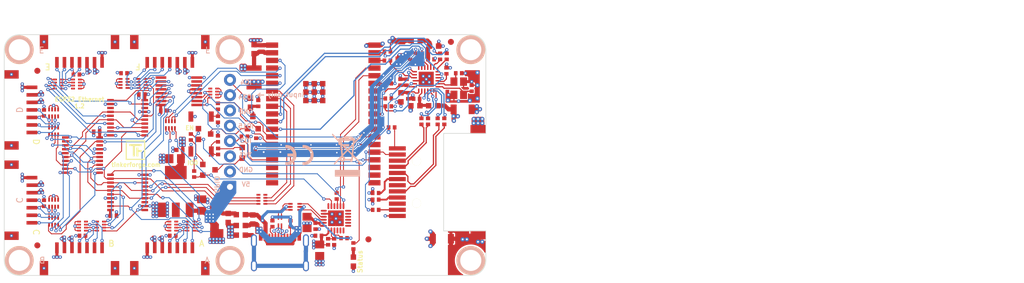
<source format=kicad_pcb>
(kicad_pcb (version 20221018) (generator pcbnew)
  (title_block (title "ESP32 Ethernet Brick") (date "2021-11-02") (rev "1.2") (company "Tinkerforge GmbH") (comment 1 "Licensed under CERN OHL v.1.1") (comment 2 "Copyright (©) 2021, B.Nordmeyer <bastian@tinkerforge.com>"))
  (layers (0 "F.Cu" signal) (1 "In1.Cu" power "GND") (2 "In2.Cu" power "VCC") (31 "B.Cu" signal) (34 "B.Paste" user) (35 "F.Paste" user) (36 "B.SilkS" user "B.Silkscreen") (37 "F.SilkS" user "F.Silkscreen") (38 "B.Mask" user) (39 "F.Mask" user) (44 "Edge.Cuts" user))
  (net 0 "")
  (net 1 "GND")
  (net 2 "Net-(CP201-Pad2)")
  (net 3 "Net-(CP201-Pad3)")
  (net 4 "Net-(CP202-Pad3)")
  (net 5 "Net-(CP202-Pad2)")
  (net 6 "Net-(CP203-Pad3)")
  (net 7 "Net-(CP203-Pad2)")
  (net 8 "Net-(CP204-Pad2)")
  (net 9 "Net-(CP204-Pad3)")
  (net 10 "Net-(D101-Pad2)")
  (net 11 "Net-(J101-Pad2)")
  (net 12 "Net-(P201-Pad7)")
  (net 13 "Net-(P202-Pad7)")
  (net 14 "Net-(P203-Pad7)")
  (net 15 "Net-(P204-Pad7)")
  (net 16 "Net-(CP201-Pad4)")
  (net 17 "Net-(CP202-Pad4)")
  (net 18 "Net-(CP203-Pad4)")
  (net 19 "Net-(CP204-Pad4)")
  (net 20 "Net-(CP201-Pad1)")
  (net 21 "Net-(CP202-Pad1)")
  (net 22 "Net-(CP203-Pad1)")
  (net 23 "Net-(CP204-Pad1)")
  (net 24 "Net-(U101-Pad3)")
  (net 25 "Net-(U201-Pad18)")
  (net 26 "Net-(U201-Pad3)")
  (net 27 "Net-(U202-Pad3)")
  (net 28 "Net-(U202-Pad18)")
  (net 29 "Net-(C101-Pad2)")
  (net 30 "5V")
  (net 31 "3V3")
  (net 32 "Net-(C110-Pad2)")
  (net 33 "ESP_EN")
  (net 34 "Net-(CP205-Pad4)")
  (net 35 "Net-(CP205-Pad3)")
  (net 36 "Net-(CP205-Pad2)")
  (net 37 "Net-(CP205-Pad1)")
  (net 38 "Net-(CP206-Pad4)")
  (net 39 "Net-(CP206-Pad3)")
  (net 40 "Net-(CP206-Pad2)")
  (net 41 "Net-(CP206-Pad1)")
  (net 42 "ESP_IO0")
  (net 43 "Net-(J101-Pad3)")
  (net 44 "Net-(J101-Pad4)")
  (net 45 "Net-(J101-Pad5)")
  (net 46 "Net-(J101-PadSHD)")
  (net 47 "Net-(P205-Pad7)")
  (net 48 "Net-(P206-Pad7)")
  (net 49 "Net-(Q101-PadB)")
  (net 50 "Net-(Q101-PadE)")
  (net 51 "Net-(Q102-PadB)")
  (net 52 "Net-(Q102-PadE)")
  (net 53 "Net-(R104-Pad1)")
  (net 54 "Net-(R106-Pad1)")
  (net 55 "ESP_RXD")
  (net 56 "Net-(R107-Pad1)")
  (net 57 "B0-CS0")
  (net 58 "B0-CS1")
  (net 59 "B0-CS2")
  (net 60 "Net-(U101-Pad1)")
  (net 61 "Net-(U103-Pad24)")
  (net 62 "Net-(U103-Pad22)")
  (net 63 "ESP_TXD")
  (net 64 "Net-(U103-Pad18)")
  (net 65 "Net-(U103-Pad17)")
  (net 66 "Net-(U103-Pad16)")
  (net 67 "Net-(U103-Pad15)")
  (net 68 "Net-(U103-Pad14)")
  (net 69 "Net-(U103-Pad13)")
  (net 70 "Net-(U103-Pad12)")
  (net 71 "Net-(U103-Pad11)")
  (net 72 "Net-(U103-Pad10)")
  (net 73 "Net-(U103-Pad1)")
  (net 74 "Net-(U104-Pad22)")
  (net 75 "Net-(U104-Pad21)")
  (net 76 "Net-(U104-Pad20)")
  (net 77 "Net-(U104-Pad19)")
  (net 78 "Net-(U104-Pad18)")
  (net 79 "Net-(U104-Pad17)")
  (net 80 "Net-(U104-Pad32)")
  (net 81 "B0-CLK")
  (net 82 "B0-MOSI")
  (net 83 "B0-MISO")
  (net 84 "Net-(U203-Pad18)")
  (net 85 "Net-(U203-Pad3)")
  (net 86 "Net-(RP101-Pad5)")
  (net 87 "Net-(RP101-Pad4)")
  (net 88 "Net-(L102-Pad4)")
  (net 89 "Net-(L102-Pad1)")
  (net 90 "Net-(RP201-Pad2)")
  (net 91 "Net-(RP201-Pad3)")
  (net 92 "Net-(RP201-Pad4)")
  (net 93 "Net-(RP202-Pad2)")
  (net 94 "Net-(RP202-Pad3)")
  (net 95 "Net-(RP202-Pad4)")
  (net 96 "Net-(RP203-Pad2)")
  (net 97 "Net-(RP203-Pad3)")
  (net 98 "Net-(RP203-Pad4)")
  (net 99 "Net-(RP204-Pad2)")
  (net 100 "Net-(RP204-Pad3)")
  (net 101 "Net-(RP204-Pad4)")
  (net 102 "Net-(RP205-Pad2)")
  (net 103 "Net-(RP205-Pad3)")
  (net 104 "Net-(RP205-Pad4)")
  (net 105 "Net-(RP206-Pad2)")
  (net 106 "Net-(RP206-Pad3)")
  (net 107 "Net-(RP206-Pad4)")
  (net 108 "ESP_ADC_VUSB")
  (net 109 "ESP_ADC_5V")
  (net 110 "USB_5V")
  (net 111 "USB_GND")
  (net 112 "LED_BLUE")
  (net 113 "LED_GREEN")
  (net 114 "Net-(C113-Pad1)")
  (net 115 "Net-(C114-Pad1)")
  (net 116 "RMII_REF_CLK_50M")
  (net 117 "Net-(C302-Pad2)")
  (net 118 "Net-(C306-Pad2)")
  (net 119 "RMII_RESET")
  (net 120 "Net-(C308-Pad2)")
  (net 121 "Net-(C309-Pad2)")
  (net 122 "Net-(C312-Pad2)")
  (net 123 "Net-(C313-Pad2)")
  (net 124 "SHD")
  (net 125 "ESP_EN_AUTO")
  (net 126 "ESP_EN_KEY")
  (net 127 "ESP_IO0_KEY")
  (net 128 "ESP_IO0_AUTO")
  (net 129 "ESP_IO34")
  (net 130 "Net-(R302-Pad2)")
  (net 131 "Net-(R303-Pad1)")
  (net 132 "RMII_TXD1")
  (net 133 "RMII_TXD0")
  (net 134 "Net-(R304-Pad1)")
  (net 135 "Net-(R305-Pad1)")
  (net 136 "RMII_RXD1")
  (net 137 "RMII_TX_EN")
  (net 138 "Net-(R306-Pad1)")
  (net 139 "RMII_CRS")
  (net 140 "Net-(R307-Pad1)")
  (net 141 "Net-(R308-Pad2)")
  (net 142 "RMII_RXD0")
  (net 143 "RMII_MDIO")
  (net 144 "RMII_MDC")
  (net 145 "TXOP")
  (net 146 "TXON")
  (net 147 "RXIP")
  (net 148 "RXIN")
  (net 149 "yellowLED")
  (net 150 "B0-CS3")
  (net 151 "B0-CS4")
  (net 152 "B0-CS5")
  (net 153 "B-CS0")
  (net 154 "B-CS1")
  (net 155 "B-CS2")
  (net 156 "Net-(U204-Pad7)")
  (net 157 "Net-(U204-Pad9)")
  (net 158 "Net-(U301-Pad17)")
  (net 159 "Net-(U301-Pad18)")
  (net 160 "Net-(U104-Pad28)")
  (net 161 "Net-(U104-Pad27)")
  (net 162 "Net-(RP207-Pad1)")
  (net 163 "Net-(C301-Pad2)")
  (net 164 "ESP_IO4")
  (net 165 "Net-(RP101-Pad3)")
  (net 166 "Net-(RP101-Pad2)")
  (net 167 "Net-(RP101-Pad1)")
  (net 168 "Net-(J301-Pad1)")
  (net 169 "Net-(J301-Pad2)")
  (net 170 "Net-(J301-Pad3)")
  (net 171 "Net-(J301-Pad6)")
  (net 172 "Net-(J301-Pad11)")
  (net 173 "Net-(J301-Pad9)")
  (footprint "kicad-libraries:C0805E" (layer "F.Cu") (at 146.6 151.95 -90)
    (fp_text reference "C103")
    (fp_text value "4.7uF")
  )
  (footprint "kicad-libraries:C0805E" (layer "F.Cu") (at 166.2 159.45 90)
    (fp_text reference "C104")
    (fp_text value "4.7uF")
  )
  (footprint "kicad-libraries:C0805E" (layer "F.Cu") (at 142.2 144.25)
    (fp_text reference "C108")
    (fp_text value "4.7uF")
  )
  (footprint "kicad-libraries:C0805E" (layer "F.Cu") (at 164.1 154.85 90)
    (fp_text reference "C111")
    (fp_text value "4.7uF")
  )
  (footprint "kicad-libraries:4X0402" (layer "F.Cu") (at 122 151.65)
    (fp_text reference "CP204")
    (fp_text value "220pF")
  )
  (footprint "kicad-libraries:4X0402" (layer "F.Cu") (at 126.8 155.45 90)
    (fp_text reference "CP205")
    (fp_text value "220pF")
  )
  (footprint "kicad-libraries:4X0402" (layer "F.Cu") (at 141.8 155.45 90)
    (fp_text reference "CP206")
    (fp_text value "220pF")
  )
  (footprint "kicad-libraries:D0603F" (layer "F.Cu") (at 171.8 161.35 90)
    (fp_text reference "D101")
    (fp_text value "blue")
  )
  (footprint "kicad-libraries:SOD-128" (layer "F.Cu") (at 149.1 154.45 90)
    (fp_text reference "D102")
    (fp_text value "PMEG4050")
  )
  (footprint "kicad-libraries:USB-C-2" (layer "F.Cu") (at 159.6 164.65)
    (fp_text reference "J101")
    (fp_text value "USB-C-2")
  )
  (footprint "kicad-libraries:R0603F" (layer "F.Cu") (at 153.1 156.95)
    (fp_text reference "L101")
    (fp_text value "FB")
  )
  (footprint "kicad-libraries:WE-CNSW-0603" (layer "F.Cu") (at 159.6 154.7 -90)
    (fp_text reference "L102")
    (fp_text value "744230900")
  )
  (footprint "kicad-libraries:R0603F" (layer "F.Cu") (at 153.1 153.55 180)
    (fp_text reference "L103")
    (fp_text value "FB")
  )
  (footprint "kicad-libraries:R0603F" (layer "F.Cu") (at 153.1 155.35 180)
    (fp_text reference "L104")
    (fp_text value "FB")
  )
  (footprint "kicad-libraries:SOT23EBC" (layer "F.Cu") (at 147.8 146.1 90)
    (fp_text reference "Q102")
    (fp_text value "BC817")
  )
  (footprint "kicad-libraries:R0402F" (layer "F.Cu") (at 120.4 136.65 -90)
    (fp_text reference "R3")
    (fp_text value "100k")
  )
  (footprint "kicad-libraries:R0402F" (layer "F.Cu") (at 120.4 151.65 -90)
    (fp_text reference "R4")
    (fp_text value "100k")
  )
  (footprint "kicad-libraries:R0402F" (layer "F.Cu") (at 126.8 157.05)
    (fp_text reference "R201")
    (fp_text value "100k")
  )
  (footprint "kicad-libraries:R0402F" (layer "F.Cu") (at 141.8 157.05)
    (fp_text reference "R202")
    (fp_text value "100k")
  )
  (footprint "kicad-libraries:4X0402" (layer "F.Cu") (at 122.8 131.85 -90)
    (fp_text reference "RP202")
    (fp_text value "82")
  )
  (footprint "kicad-libraries:4X0402" (layer "F.Cu") (at 122 139.65)
    (fp_text reference "RP203")
    (fp_text value "82")
  )
  (footprint "kicad-libraries:4X0402" (layer "F.Cu") (at 122 154.65)
    (fp_text reference "RP204")
    (fp_text value "82")
  )
  (footprint "kicad-libraries:4X0402" (layer "F.Cu") (at 129.8 155.45 90)
    (fp_text reference "RP205")
    (fp_text value "82")
  )
  (footprint "kicad-libraries:4X0402" (layer "F.Cu") (at 144.8 155.45 90)
    (fp_text reference "RP206")
    (fp_text value "82")
  )
  (footprint "kicad-libraries:SOT563-SPEC" (layer "F.Cu") (at 162.1 152.25 90)
    (fp_text reference "U101")
    (fp_text value "82400152")
  )
  (footprint "kicad-libraries:SOT-223" (layer "F.Cu") (at 142.3 149.65)
    (fp_text reference "U102")
    (fp_text value "AZ1117E-3.3V")
  )
  (footprint "kicad-libraries:TSSOP20" (layer "F.Cu") (at 126.8 143.65 -90)
    (fp_text reference "U202")
    (fp_text value "74AHC244")
  )
  (footprint "kicad-libraries:TSSOP20" (layer "F.Cu") (at 134.3 149.85 90)
    (fp_text reference "U203")
    (fp_text value "74AHC244")
  )
  (footprint "kicad-libraries:DRILL_NP_35" (layer "F.Cu") (at 116.3 126.15)
    (fp_text reference "F101" hide)
    (fp_text value "DRILL" hide)
  )
  (footprint "kicad-libraries:DRILL_NP_35" (layer "F.Cu") (at 116.3 161.15)
    (fp_text reference "F102" hide)
    (fp_text value "DRILL" hide)
  )
  (footprint "kicad-libraries:DRILL_NP_35" (layer "F.Cu") (at 151.3 126.15)
    (fp_text reference "F103" hide)
    (fp_text value "DRILL" hide)
  )
  (footprint "kicad-libraries:SOT23EBC" (layer "F.Cu") (at 147.075 140.15 90)
    (fp_text reference "Q101")
    (fp_text value "BC817")
  )
  (footprint "kicad-libraries:QFN24-4x4mm-0.5mm" (layer "F.Cu") (at 168.9 154.15)
    (fp_text reference "U103")
    (fp_text value "CP2102N-A02-GQFN24R")
  )
  (footprint "kicad-libraries:C0402F" (layer "F.Cu") (at 142.95 142.8)
    (fp_text reference "C109")
    (fp_text value "100nF")
  )
  (footprint "kicad-libraries:C0402F" (layer "F.Cu") (at 165.5 155.45 90)
    (fp_text reference "C110")
    (fp_text value "100nF")
  )
  (footprint "kicad-libraries:R0402F" (layer "F.Cu") (at 158.35 155.05 -90)
    (fp_text reference "R101")
    (fp_text value "5.1k")
  )
  (footprint "kicad-libraries:R0402F" (layer "F.Cu") (at 161.35 155.05 -90)
    (fp_text reference "R103")
    (fp_text value "5.1k")
  )
  (footprint "kicad-libraries:R0402F" (layer "F.Cu") (at 167.6 158.05 -90)
    (fp_text reference "R104")
    (fp_text value "22k")
  )
  (footprint "kicad-libraries:R0402F" (layer "F.Cu") (at 168.6 158.05 90)
    (fp_text reference "R105")
    (fp_text value "47k")
  )
  (footprint "kicad-libraries:R0402F" (layer "F.Cu") (at 170.25 157.45)
    (fp_text reference "R106")
    (fp_text value "1k")
  )
  (footprint "kicad-libraries:R0402F" (layer "F.Cu") (at 169.025 150.45 90)
    (fp_text reference "R107")
    (fp_text value "100")
  )
  (footprint "kicad-libraries:C0402F" (layer "F.Cu") (at 166 157.05)
    (fp_text reference "C107")
    (fp_text value "100nF")
  )
  (footprint "kicad-libraries:C0402F" (layer "F.Cu") (at 129.15 139.75)
    (fp_text reference "C202")
    (fp_text value "100nF")
  )
  (footprint "kicad-libraries:C0402F" (layer "F.Cu") (at 131.95 153.75 180)
    (fp_text reference "C203")
    (fp_text value "100nF")
  )
  (footprint "kicad-libraries:4X0402" (layer "F.Cu") (at 136.7 131.75 90)
    (fp_text reference "RP201")
    (fp_text value "82")
  )
  (footprint "kicad-libraries:4X0402" (layer "F.Cu") (at 125.8 131.85 -90)
    (fp_text reference "CP202")
    (fp_text value "220pF")
  )
  (footprint "kicad-libraries:4X0402" (layer "F.Cu") (at 122 136.65)
    (fp_text reference "CP203")
    (fp_text value "220pF")
  )
  (footprint "kicad-libraries:R0402F" (layer "F.Cu") (at 133.7 130.05)
    (fp_text reference "R1")
    (fp_text value "100k")
  )
  (footprint "kicad-libraries:4X0402" (layer "F.Cu") (at 133.7 131.75 90)
    (fp_text reference "CP201")
    (fp_text value "220pF")
  )
  (footprint "kicad-libraries:R0402F" (layer "F.Cu") (at 125.79 130.26 180)
    (fp_text reference "R2")
    (fp_text value "100k")
  )
  (footprint "kicad-libraries:C0402F" (layer "F.Cu") (at 136.65 133.55)
    (fp_text reference "C201")
    (fp_text value "100nF")
  )
  (footprint "kicad-libraries:TSSOP20" (layer "F.Cu") (at 134.3 137.45 -90)
    (fp_text reference "U201")
    (fp_text value "74AHC244")
  )
  (footprint "kicad-libraries:4X0402" (layer "F.Cu") (at 141.4007 138.6 180)
    (fp_text reference "RP104")
    (fp_text value "1k")
  )
  (footprint "kicad-libraries:CON-SENSOR2" (layer "F.Cu") (at 141.3 163.65)
    (fp_text reference "P206")
    (fp_text value "CON-SENSOR2")
  )
  (footprint "kicad-libraries:CON-SENSOR2" (layer "F.Cu") (at 126.3 163.65)
    (fp_text reference "P205")
    (fp_text value "CON-SENSOR2")
  )
  (footprint "kicad-libraries:CON-SENSOR2" (layer "F.Cu") (at 113.8 151.15 -90)
    (fp_text reference "P204")
    (fp_text value "CON-SENSOR2")
  )
  (footprint "kicad-libraries:CON-SENSOR2" (layer "F.Cu") (at 113.8 136.15 -90)
    (fp_text reference "P203")
    (fp_text value "CON-SENSOR2")
  )
  (footprint "kicad-libraries:CON-SENSOR2" (layer "F.Cu") (at 126.3 123.65 180)
    (fp_text reference "P202")
    (fp_text value "CON-SENSOR2")
  )
  (footprint "kicad-libraries:CON-SENSOR2" (layer "F.Cu") (at 141.3 123.65 180)
    (fp_text reference "P201")
    (fp_text value "CON-SENSOR2")
  )
  (footprint "kicad-libraries:R0402F" (layer "F.Cu") (at 145.35 146.8 90)
    (fp_text reference "R108")
    (fp_text value "100k")
  )
  (footprint "kicad-libraries:pin_array_1x8-P2mm_D1mm" (layer "F.Cu") (at 151.3 140.05 90)
    (fp_text reference "P101")
    (fp_text value "EXT_HEADER")
  )
  (footprint "kicad-libraries:R0402F" (layer "F.Cu") (at 153.7 140.575)
    (fp_text reference "R112")
    (fp_text value "DNP (10k)")
  )
  (footprint "kicad-libraries:C0402F" (layer "F.Cu") (at 149.3 137.7 -90)
    (fp_text reference "C113")
    (fp_text value "100nF")
  )
  (footprint "kicad-libraries:C0402F" (layer "F.Cu") (at 149.3 140.95 90)
    (fp_text reference "C114")
    (fp_text value "100nF")
  )
  (footprint "kicad-libraries:R0402F" (layer "F.Cu") (at 149.3 135.55 90)
    (fp_text reference "R113")
    (fp_text value "0")
  )
  (footprint "kicad-libraries:R0402F" (layer "F.Cu") (at 149.325 143.05 90)
    (fp_text reference "R114")
    (fp_text value "1k")
  )
  (footprint "kicad-libraries:R0402F" (layer "F.Cu") (at 144.8 140.65 -90)
    (fp_text reference "R109")
    (fp_text value "100k")
  )
  (footprint "kicad-libraries:B3U-1000P" (layer "F.Cu") (at 146.5 143.05)
    (fp_text reference "SW102")
    (fp_text value "B3U-1000P")
  )
  (footprint "kicad-libraries:B3U-1000P" (layer "F.Cu") (at 146.5 137.25)
    (fp_text reference "SW101")
    (fp_text value "B3U-1000P")
  )
  (footprint "kicad-libraries:C0402F" (layer "F.Cu") (at 156.5 125.95 -90)
    (fp_text reference "C106")
    (fp_text value "100nF")
  )
  (footprint "kicad-libraries:C0603F" (layer "F.Cu") (at 154.7 134.95 -90)
    (fp_text reference "C112")
    (fp_text value "1µF")
  )
  (footprint "kicad-libraries:C0402F" (layer "F.Cu") (at 181.2 127.25 90)
    (fp_text reference "C115")
    (fp_text value "DNP")
  )
  (footprint "kicad-libraries:C0402F" (layer "F.Cu") (at 140.3 136.25 180)
    (fp_text reference "C204")
    (fp_text value "100nF")
  )
  (footprint "kicad-libraries:C0603F" (layer "F.Cu") (at 182.1 135.45)
    (fp_text reference "C301")
    (fp_text value "2.2uF")
  )
  (footprint "kicad-libraries:C0603F" (layer "F.Cu") (at 179.7 134.05 90)
    (fp_text reference "C302")
    (fp_text value "2.2uF")
  )
  (footprint "kicad-libraries:C0402F" (layer "F.Cu") (at 180.9 133.8 90)
    (fp_text reference "C304")
    (fp_text value "100nF")
  )
  (footprint "kicad-libraries:C0402F" (layer "F.Cu") (at 182.3 134.3)
    (fp_text reference "C305")
    (fp_text value "100nF")
  )
  (footprint "kicad-libraries:C0402F" (layer "F.Cu") (at 180.65 131.55 -90)
    (fp_text reference "C307")
    (fp_text value "100nF")
  )
  (footprint "kicad-libraries:C0402F" (layer "F.Cu") (at 184.7 127.75 180)
    (fp_text reference "C309")
    (fp_text value "100nF")
  )
  (footprint "kicad-libraries:C1206" (layer "F.Cu") (at 179.6 126.25 90)
    (fp_text reference "C310")
    (fp_text value "22uF")
  )
  (footprint "kicad-libraries:C0603F" (layer "F.Cu") (at 185.2 125.55 180)
    (fp_text reference "C311")
    (fp_text value "2.2uF")
  )
  (footprint "kicad-libraries:C0402F" (layer "F.Cu") (at 175.5 149.95)
    (fp_text reference "C312")
    (fp_text value "100nF")
  )
  (footprint "kicad-libraries:C0402F" (layer "F.Cu") (at 175.5 151.05)
    (fp_text reference "C313")
    (fp_text value "100nF")
  )
  (footprint "kicad-libraries:C1206" (layer "F.Cu") (at 186.5 157.55 180)
    (fp_text reference "C314")
    (fp_text value "1nF/2kV")
  )
  (footprint "kicad-libraries:SOT23-3" (layer "F.Cu") (at 155.1 138.25 180)
    (fp_text reference "D103")
    (fp_text value "BAT54AL")
  )
  (footprint "kicad-libraries:SOT23-3" (layer "F.Cu") (at 154.35 143.275 90)
    (fp_text reference "D104")
    (fp_text value "BAT54AL")
  )
  (footprint "kicad-libraries:DRILL_NP_35" (layer "F.Cu") (at 191.3 161.15)
    (fp_text reference "F105" hide)
    (fp_text value "DRILL" hide)
  )
  (footprint "kicad-libraries:R0603F" (layer "F.Cu") (at 185.05 135.45 180)
    (fp_text reference "L301")
    (fp_text value "FB")
  )
  (footprint "kicad-libraries:R0603F" (layer "F.Cu") (at 182.15 124.65 180)
    (fp_text reference "L302")
    (fp_text value "FB")
  )
  (footprint "kicad-libraries:R0402F" (layer "F.Cu") (at 182.15 127.25 90)
    (fp_text reference "R110")
    (fp_text value "470")
  )
  (footprint "kicad-libraries:R0402F" (layer "F.Cu") (at 156 135.05 -90)
    (fp_text reference "R111")
    (fp_text value "10k")
  )
  (footprint "kicad-libraries:R0402F" (layer "F.Cu") (at 179.6 131.55 -90)
    (fp_text reference "R301")
    (fp_text value "10k")
  )
  (footprint "kicad-libraries:R0402F" (layer "F.Cu") (at 187.25 129.65 -90)
    (fp_text reference "R302")
    (fp_text value "6.49k")
  )
  (footprint "kicad-libraries:R0402F" (layer "F.Cu") (at 177.45 127.95 180)
    (fp_text reference "R303")
    (fp_text value "10")
  )
  (footprint "kicad-libraries:R0402F" (layer "F.Cu") (at 177.6 134.25 180)
    (fp_text reference "R304")
    (fp_text value "10")
  )
  (footprint "kicad-libraries:R0402F" (layer "F.Cu") (at 187.3 127.25 90)
    (fp_text reference "R305")
    (fp_text value "10")
  )
  (footprint "kicad-libraries:R0402F" (layer "F.Cu") (at 177.6 131.75 180)
    (fp_text reference "R306")
    (fp_text value "10")
  )
  (footprint "kicad-libraries:R0402F" (layer "F.Cu") (at 183.2 127.25 90)
    (fp_text reference "R307")
    (fp_text value "10")
  )
  (footprint "kicad-libraries:R0402F" (layer "F.Cu") (at 186.2 127.25 -90)
    (fp_text reference "R308")
    (fp_text value "10")
  )
  (footprint "kicad-libraries:R0402F" (layer "F.Cu") (at 177.6 135.55)
    (fp_text reference "R309")
    (fp_text value "4.7k")
  )
  (footprint "kicad-libraries:R0402F" (layer "F.Cu") (at 177.45 126.45 180)
    (fp_text reference "R310")
    (fp_text value "4.7k")
  )
  (footprint "kicad-libraries:R0402F" (layer "F.Cu") (at 183.1 138.05 90)
    (fp_text reference "R311")
    (fp_text value "0")
  )
  (footprint "kicad-libraries:R0402F" (layer "F.Cu") (at 184.2 138.05 90)
    (fp_text reference "R312")
    (fp_text value "0")
  )
  (footprint "kicad-libraries:R0402F" (layer "F.Cu") (at 185.8 138.05 90)
    (fp_text reference "R313")
    (fp_text value "0")
  )
  (footprint "kicad-libraries:R0402F" (layer "F.Cu") (at 186.9 138.05 90)
    (fp_text reference "R314")
    (fp_text value "0")
  )
  (footprint "kicad-libraries:R0402F" (layer "F.Cu") (at 178.15 139.05)
    (fp_text reference "R315")
    (fp_text value "470")
  )
  (footprint "kicad-libraries:R0402F" (layer "F.Cu") (at 175.5 152.75)
    (fp_text reference "R316")
    (fp_text value "470")
  )
  (footprint "kicad-libraries:4X0402" (layer "F.Cu") (at 156.6 151 90)
    (fp_text reference "RP101")
    (fp_text value "82")
  )
  (footprint "kicad-libraries:4X0402" (layer "F.Cu") (at 148.6 133.35 -90)
    (fp_text reference "RP207")
    (fp_text value "1k")
  )
  (footprint "kicad-libraries:TSSOP16" (layer "F.Cu") (at 142.8 133.05 90)
    (fp_text reference "U204")
    (fp_text value "SN74LV138APW")
  )
  (footprint "kicad-libraries:DRILL_NP_35" (layer "F.Cu") (at 191.3 126.15)
    (fp_text reference "F106" hide)
    (fp_text value "DRILL" hide)
  )
  (footprint "kicad-libraries:DRILL_NP_35" (layer "F.Cu") (at 151.3 161.15)
    (fp_text reference "F104" hide)
    (fp_text value "DRILL" hide)
  )
  (footprint "kicad-libraries:QFN-24-4x4-EP" (layer "F.Cu") (at 183.9 131.05)
    (fp_text reference "U301")
    (fp_text value "KSZ8091RNACA")
  )
  (footprint "kicad-libraries:C1210" (layer "F.Cu") (at 155.3 130.75 90)
    (fp_text reference "C105")
    (fp_text value "100uF")
  )
  (footprint "kicad-libraries:C0603F" (layer "F.Cu") (at 155.3 126.05 -90)
    (fp_text reference "C116")
    (fp_text value "2.2uF")
  )
  (footprint "kicad-libraries:ESP32-WROVER-E" (layer "F.Cu") (at 166.8 133.65)
    (fp_text reference "U104")
    (fp_text value "ESP32-WROVER-E")
  )
  (footprint "kicad-libraries:R0402F" (layer "F.Cu") (at 171.8 158.75 90)
    (fp_text reference "R115")
    (fp_text value "1k")
  )
  (footprint "kicad-libraries:C0402F" (layer "F.Cu") (at 189.3 130.05 180)
    (fp_text reference "C308")
    (fp_text value "22pF")
  )
  (footprint "kicad-libraries:CRYSTAL_3225" (layer "F.Cu") (at 189.3 132.55 90)
    (fp_text reference "X301")
    (fp_text value "25Mhz-10pF")
  )
  (footprint "kicad-libraries:C0402F" (layer "F.Cu") (at 191.45 132.55 -90)
    (fp_text reference "C306")
    (fp_text value "22pF")
  )
  (footprint "kicad-libraries:C1206" (layer "F.Cu") (at 189.95 136.05 180)
    (fp_text reference "C303")
    (fp_text value "22uF")
  )
  (footprint "kicad-libraries:Fiducial_Mark" (layer "F.Cu") (at 119.3 129.65)
    (fp_text reference "Fiducial_Mark" hide)
    (fp_text value "VAL**" hide)
  )
  (footprint "kicad-libraries:Fiducial_Mark" (layer "F.Cu") (at 174.3 157.65)
    (fp_text reference "Fiducial_Mark" hide)
    (fp_text value "VAL**" hide)
  )
  (footprint "kicad-libraries:Fiducial_Mark" (layer "F.Cu") (at 119.3 158.65)
    (fp_text reference "Fiducial_Mark" hide)
    (fp_text value "VAL**" hide)
  )
  (footprint "kicad-libraries:Fiducial_Mark" (layer "F.Cu") (at 188 124.85)
    (fp_text reference "Fiducial_Mark" hide)
    (fp_text value "VAL**" hide)
  )
  (footprint "kicad-libraries:Logo_31x31" (layer "F.Cu") (at 135.6 142.85)
    (fp_text reference "G***" hide)
    (fp_text value "LOGO" hide)
  )
  (footprint "kicad-libraries:C0603F" (layer "F.Cu") (at 151 154.1 90)
    (fp_text reference "C101")
    (fp_text value "1uF")
  )
  (footprint "kicad-libraries:C0603F" (layer "F.Cu") (at 155.1 154.35 90)
    (fp_text reference "C102")
    (fp_text value "1uF")
  )
  (footprint "kicad-libraries:R0402F" (layer "F.Cu") (at 155.65 141.35 90)
    (fp_text reference "R102")
    (fp_text value "20k")
  )
  (footprint "kicad-libraries:RJSL-009TA1" (layer "F.Cu") (at 186.5 148.15 -90)
    (fp_text reference "J301")
    (fp_text value "RJSL-009TA1")
  )
  (footprint "kicad-libraries:WEEE_7mm" (layer "B.Cu") (at 170.8 143.65 180)
    (fp_text reference "VAL" hide)
    (fp_text value "WEEE_7mm" hide)
  )
  (footprint "kicad-libraries:CE_5mm" (layer "B.Cu") (at 162.8 143.65 180)
    (fp_text reference "VAL" hide)
    (fp_text value "CE_5mm" hide)
  )
  (gr_line (start 156.9 133.675) (end 155.925 133.675) (stroke (width 0.2)) (layer "B.SilkS"))
  (gr_line (start 155.925 133.675) (end 156.3 133.975) (stroke (width 0.2)) (layer "B.SilkS"))
  (gr_line (start 155.925 133.675) (end 156.3 133.375) (stroke (width 0.2)) (layer "B.SilkS"))
  (gr_arc (start 193.8 161.15) (mid 193.067767 162.917767) (end 191.3 163.65) (stroke (width 0.09906)) (layer "Edge.Cuts"))
  (gr_line (start 193.8 140.05) (end 193.8 126.15) (stroke (width 0.09906)) (layer "Edge.Cuts"))
  (gr_arc (start 116.3 163.65) (mid 114.532233 162.917767) (end 113.8 161.15) (stroke (width 0.09906)) (layer "Edge.Cuts"))
  (gr_line (start 191.3 123.65) (end 116.3 123.65) (stroke (width 0.09906)) (layer "Edge.Cuts"))
  (gr_line (start 193.8 140.05) (end 186.8 140.05) (stroke (width 0.09906)) (layer "Edge.Cuts"))
  (gr_line (start 186.8 156.25) (end 193.8 156.25) (stroke (width 0.09906)) (layer "Edge.Cuts"))
  (gr_arc (start 113.8 126.15) (mid 114.532233 124.382233) (end 116.3 123.65) (stroke (width 0.09906)) (layer "Edge.Cuts"))
  (gr_line (start 193.8 161.15) (end 193.8 156.25) (stroke (width 0.09906)) (layer "Edge.Cuts"))
  (gr_arc (start 191.3 123.65) (mid 193.067767 124.382233) (end 193.8 126.15) (stroke (width 0.09906)) (layer "Edge.Cuts"))
  (gr_line (start 116.3 163.65) (end 191.3 163.65) (stroke (width 0.09906)) (layer "Edge.Cuts"))
  (gr_line (start 186.8 140.05) (end 186.8 156.25) (stroke (width 0.09906)) (layer "Edge.Cuts"))
  (gr_line (start 113.8 126.15) (end 113.8 161.15) (stroke (width 0.09906)) (layer "Edge.Cuts"))
  (gr_text "IO4\n\nIO34\n\nGND\n\nIO15\n\nIO2\n\n3V3\n\nGND\n\n5V" (at 153.95 140.05) (layer "B.SilkS") (effects (font (size 0.75 0.75)) (justify mirror)))
  (gr_text "E" (at 120 126.15 180) (layer "B.SilkS") (effects (font (size 1 1)) (justify mirror)))
  (gr_text "F" (at 147.6 126.15 180) (layer "B.SilkS") (effects (font (size 1 1)) (justify mirror)))
  (gr_text "GPIO" (at 149.1 148.55 270) (layer "B.SilkS") (effects (font (size 0.8 0.8)) (justify mirror)))
  (gr_text "D" (at 116.3 136.15 270) (layer "B.SilkS") (effects (font (size 1 1)) (justify mirror)))
  (gr_text "Input only" (at 160.575 133.6) (layer "B.SilkS") (effects (font (size 0.8 0.8)) (justify mirror)))
  (gr_text "C" (at 116.3 151.15 270) (layer "B.SilkS") (effects (font (size 1 1)) (justify mirror)))
  (gr_text "B" (at 120.1 161.15) (layer "B.SilkS") (effects (font (size 1 1)) (justify mirror)))
  (gr_text "A" (at 147.5 161.15) (layer "B.SilkS") (effects (font (size 1 1)) (justify mirror)))
  (gr_text "F" (at 136 128.95 180) (layer "F.SilkS") (effects (font (size 1 1))))
  (gr_text "D" (at 119.1 141.45 270) (layer "F.SilkS") (effects (font (size 1 1))))
  (gr_text "tinkerforge.com" (at 135.7 145.25) (layer "F.SilkS") (effects (font (size 0.7 0.7))))
  (gr_text "C" (at 119.1 156.45 270) (layer "F.SilkS") (effects (font (size 1 1))))
  (gr_text "A" (at 146.6 158.35) (layer "F.SilkS") (effects (font (size 1 1))))
  (gr_text "EN" (at 144.6 139.15) (layer "F.SilkS") (effects (font (size 0.7 0.7))))
  (gr_text "ESP32 Ethernet\n1.2" (at 126.3 134.95) (layer "F.SilkS") (effects (font (size 0.7 0.7))))
  (gr_text "IO0" (at 145.1 144.95) (layer "F.SilkS") (effects (font (size 0.7 0.7))))
  (gr_text "B" (at 131.6 158.35) (layer "F.SilkS") (effects (font (size 1 1))))
  (gr_text "Status" (at 172.9 161.35 90) (layer "F.SilkS") (effects (font (size 0.8 0.8))))
  (gr_text "E" (at 121 128.95 180) (layer "F.SilkS") (effects (font (size 1 1))))
  (segment (start 131.45012 135.1767) (end 130.6233 135.1767) (width 0.3) (layer "F.Cu") (net 1))
  (segment (start 145.6 150.45) (end 145.6 151.00001) (width 0.5) (layer "F.Cu") (net 1))
  (segment (start 133.125 131.50108) (end 132.69892 131.50108) (width 0.15) (layer "F.Cu") (net 1))
  (segment (start 192.3 136.5) (end 192.3 135.550004) (width 0.7) (layer "F.Cu") (net 1))
  (segment (start 163.9 131.79) (end 163.9 132.49) (width 0.3) (layer "F.Cu") (net 1))
  (segment (start 136.15 133.55) (end 136.15 134.2) (width 0.5) (layer "F.Cu") (net 1))
  (segment (start 126.375 131.1007) (end 126.85 131.1007) (width 0.15) (layer "F.Cu") (net 1))
  (segment (start 126.375 131.60108) (end 126.80108 131.60108) (width 0.15) (layer "F.Cu") (net 1))
  (segment (start 121.75108 135.64892) (end 122 135.4) (width 0.15) (layer "F.Cu") (net 1))
  (segment (start 187.25 129.15) (end 187.9 129.15) (width 0.5) (layer "F.Cu") (net 1))
  (segment (start 166 131.79) (end 166.7 131.79) (width 0.5) (layer "F.Cu") (net 1))
  (segment (start 158.299999 143.167202) (end 159.657798 143.167202) (width 0.7) (layer "F.Cu") (net 1))
  (segment (start 126.85 131.1007) (end 127.05 131.3007) (width 0.15) (layer "F.Cu") (net 1))
  (segment (start 138.55 152.75) (end 138.55 152.2) (width 0.5) (layer "F.Cu") (net 1))
  (segment (start 132.69892 131.50108) (end 132.45 131.75) (width 0.15) (layer "F.Cu") (net 1))
  (segment (start 191.45114 136.05) (end 191.85 136.05) (width 0.7) (layer "F.Cu") (net 1))
  (segment (start 145.77434 133.37258) (end 144.74758 133.37258) (width 0.25) (layer "F.Cu") (net 1))
  (segment (start 175 149.95) (end 175 149.25) (width 0.5) (layer "F.Cu") (net 1))
  (segment (start 185.95 125.55) (end 186.7 125.55) (width 0.5) (layer "F.Cu") (net 1))
  (segment (start 118.4 148.65) (end 119.6 148.65) (width 0.5) (layer "F.Cu") (net 1))
  (segment (start 133.125 132.4993) (end 132.65 132.4993) (width 0.15) (layer "F.Cu") (net 1))
  (segment (start 166.2 161.3) (end 166.2 161.85) (width 0.5) (layer "F.Cu") (net 1))
  (segment (start 131.45012 150.82282) (end 132.27718 150.82282) (width 0.3) (layer "F.Cu") (net 1))
  (segment (start 191.85 136.05) (end 192.3 136.5) (width 0.7) (layer "F.Cu") (net 1))
  (segment (start 123.12354 146.57354) (end 123.1 146.55) (width 0.3) (layer "F.Cu") (net 1))
  (segment (start 141.65 139.175) (end 141.699011 139.224011) (width 0.15) (layer "F.Cu") (net 1))
  (segment (start 131.45012 135.1767) (end 132.2767 135.1767) (width 0.3) (layer "F.Cu") (net 1))
  (segment (start 138.8 159.05) (end 138.8 157.85) (width 0.5) (layer "F.Cu") (net 1))
  (segment (start 185.37599 127.57401) (end 185.4 127.57401) (width 0.5) (layer "F.Cu") (net 1))
  (segment (start 187.6 133.65) (end 187.6 134.45) (width 0.7) (layer "F.Cu") (net 1))
  (segment (start 140.8 136.25) (end 141.35 136.25) (width 0.5) (layer "F.Cu") (net 1))
  (segment (start 157 125.4) (end 155.4 125.4) (width 0.7) (layer "F.Cu") (net 1))
  (segment (start 130.6233 135.1767) (end 130.6 135.2) (width 0.3) (layer "F.Cu") (net 1))
  (segment (start 163.9 133.19) (end 163.9 133.89) (width 0.5) (layer "F.Cu") (net 1))
  (segment (start 126.80108 131.60108) (end 127.05 131.85) (width 0.15) (layer "F.Cu") (net 1))
  (segment (start 121.2507 150.6) (end 121.45 150.4007) (width 0.15) (layer "F.Cu") (net 1))
  (segment (start 133.125 131.0007) (end 132.6243 131.0007) (width 0.15) (layer "F.Cu") (net 1))
  (segment (start 151.65 156.7) (end 151.1 156.7) (width 0.5) (layer "F.Cu") (net 1))
  (segment (start 166 134.59) (end 166.7 134.59) (width 0.5) (layer "F.Cu") (net 1))
  (segment (start 151.65 157.25) (end 151.65 156.7) (width 0.5) (layer "F.Cu") (net 1))
  (segment (start 140.79892 155.20108) (end 140.55 155.45) (width 0.15) (layer "F.Cu") (net 1))
  (segment (start 151 154.85) (end 151 155.45) (width 0.7) (layer "F.Cu") (net 1))
  (segment (start 187.60018 133.64982) (end 187.6 133.65) (width 0.5) (layer "F.Cu") (net 1))
  (segment (start 151.65 155.6) (end 151.1 155.6) (width 0.5) (layer "F.Cu") (net 1))
  (segment (start 184.99886 157.55) (end 184 157.55) (width 0.7) (layer "F.Cu") (net 1))
  (segment (start 151.95 156.95) (end 151.65 157.25) (width 0.5) (layer "F.Cu") (net 1))
  (segment (start 187.25 128.6) (end 187.3 128.55) (width 0.5) (layer "F.Cu") (net 1))
  (segment (start 123.8 158.25) (end 123.8 157.9) (width 0.5) (layer "F.Cu") (net 1))
  (segment (start 123.8 159.05) (end 123.8 157.85) (width 0.5) (layer "F.Cu") (net 1))
  (segment (start 119.6 148.65) (end 120.15 148.65) (width 0.5) (layer "F.Cu") (net 1))
  (segment (start 180 126.975) (end 179.45 126.975) (width 0.5) (layer "F.Cu") (net 1))
  (segment (start 146.9983 130.7767) (end 147 130.775) (width 0.3) (layer "F.Cu") (net 1))
  (segment (start 122.7493 150.6) (end 122.5493 150.4) (width 0.15) (layer "F.Cu") (net 1))
  (segment (start 163.9 131.79) (end 164.59 131.79) (width 0.5) (layer "F.Cu") (net 1))
  (segment (start 130.62282 150.82282) (end 130.6 150.8) (width 0.3) (layer "F.Cu") (net 1))
  (segment (start 154.175 134.2) (end 153.975 134) (width 0.5) (layer "F.Cu") (net 1))
  (segment (start 174.062798 125.387202) (end 173.95 125.5) (width 0.7) (layer "F.Cu") (net 1))
  (segment (start 146.6 151) (end 147.6 151) (width 0.5) (layer "F.Cu") (net 1))
  (segment (start 190.1001 131.45018) (end 191.44982 131.45018) (width 0.5) (layer "F.Cu") (net 1))
  (segment (start 165.3 131.79) (end 165.3 132.49) (width 0.5) (layer "F.Cu") (net 1))
  (segment (start 179.6 127.375) (end 180 126.975) (width 0.5) (layer "F.Cu") (net 1))
  (segment (start 180.65 131.05) (end 179.7 131.05) (width 0.5) (layer "F.Cu") (net 1))
  (segment (start 168.25 153.5) (end 168.25 153.45) (width 0.5) (layer "F.Cu") (net 1))
  (segment (start 191.45114 136.05) (end 192.8 136.05) (width 0.7) (layer "F.Cu") (net 1))
  (segment (start 187.25 129.15) (end 187.25 128.6) (width 0.5) (layer "F.Cu") (net 1))
  (segment (start 179 134.8) (end 178.95 134.85) (width 0.5) (layer "F.Cu") (net 1))
  (segment (start 184.99886 156.74886) (end 184.6 156.35) (width 0.7) (layer "F.Cu") (net 1))
  (segment (start 138.8 158.05) (end 138.8 158.2) (width 0.5) (layer "F.Cu") (net 1))
  (segment (start 125.55 156.05) (end 125.55 155.45) (width 0.15) (layer "F.Cu") (net 1))
  (segment (start 147.6 151) (end 147.6 151.526144) (width 0.5) (layer "F.Cu") (net 1))
  (segment (start 139.99876 152.7488) (end 140.8988 152.7488) (width 0.5) (layer "F.Cu") (net 1))
  (segment (start 151.1 155.4) (end 151.05 155.35) (width 0.7) (layer "F.Cu") (net 1))
  (segment (start 158.299999 125.387202) (end 157.012798 125.387202) (width 0.7) (layer "F.Cu") (net 1))
  (segment (start 145.77434 130.7767) (end 144.5767 130.7767) (width 0.3) (layer "F.Cu") (net 1))
  (segment (start 151.45 155.35) (end 151.6 155.5) (width 0.7) (layer "F.Cu") (net 1))
  (segment (start 137.9767 152.1233) (end 138 152.1) (width 0.3) (layer "F.Cu") (net 1))
  (segment (start 140.9 152.75) (end 140.9 153.3) (width 0.5) (layer "F.Cu") (net 1))
  (segment (start 140.75 156.1993) (end 140.55 155.9993) (width 0.15) (layer "F.Cu") (net 1))
  (segment (start 143.8 128.25) (end 143.8 129.45) (width 0.5) (layer "F.Cu") (net 1))
  (segment (start 166.7 133.89) (end 166.7 133.19) (width 0.5) (layer "F.Cu") (net 1))
  (segment (start 123.95012 146.57354) (end 123.12354 146.57354) (width 0.3) (layer "F.Cu") (net 1))
  (segment (start 120.15 133.4) (end 119.9 133.15) (width 0.5) (layer "F.Cu") (net 1))
  (segment (start 126.375 132.09892) (end 126.80108 132.09892) (width 0.15) (layer "F.Cu") (net 1))
  (segment (start 182.00008 131.29892) (end 183.65108 131.29892) (width 0.25) (layer "F.Cu") (net 1))
  (segment (start 153.9 131.47599) (end 154.6 131.47599) (width 0.7) (layer "F.Cu") (net 1))
  (segment (start 133.125 131.99892) (end 132.69892 131.99892) (width 0.15) (layer "F.Cu") (net 1))
  (segment (start 191.45 132.05) (end 191.45 131.45) (width 0.5) (layer "F.Cu") (net 1))
  (segment (start 132.27718 150.82282) (end 132.3 150.8) (width 0.3) (layer "F.Cu") (net 1))
  (segment (start 177.65 139.05) (end 177.65 139.825) (width 0.3) (layer "F.Cu") (net 1))
  (segment (start 140.65 139.65) (end 140.8 139.8) (width 0.15) (layer "F.Cu") (net 1))
  (segment (start 144.8 141.924996) (end 144.825 141.899996) (width 0.3) (layer "F.Cu") (net 1))
  (segment (start 126.8507 132.5993) (end 127.05 132.4) (width 0.15) (layer "F.Cu") (net 1))
  (segment (start 132.2767 135.1767) (end 132.3 135.2) (width 0.3) (layer "F.Cu") (net 1))
  (segment (start 154.2 140.575) (end 154.775006 140.575) (width 0.15) (layer "F.Cu") (net 1))
  (segment (start 141.225 155.20108) (end 140.79892 155.20108) (width 0.15) (layer "F.Cu") (net 1))
  (segment (start 175 151.05) (end 175 151.75) (width 0.5) (layer "F.Cu") (net 1))
  (segment (start 164.59 131.79) (end 164.6 131.78) (width 0.5) (layer "F.Cu") (net 1))
  (segment (start 166 133.18) (end 166.7 133.18) (width 0.5) (layer "F.Cu") (net 1))
  (segment (start 179.3 127.125) (end 179.45 126.975) (width 0.5) (layer "F.Cu") (net 1))
  (segment (start 168.6 158.55) (end 168.6 159.15) (width 0.5) (layer "F.Cu") (net 1))
  (segment (start 155.85 124.575) (end 156.4 124.575) (width 0.7) (layer "F.Cu") (net 1))
  (segment (start 156.917202 143.167202) (end 156.9 143.15) (width 0.7) (layer "F.Cu") (net 1))
  (segment (start 140.55 154.9) (end 140.55 155.45) (width 0.15) (layer "F.Cu") (net 1))
  (segment (start 167.675 153.4) (end 168.475 154.2) (width 0.3) (layer "F.Cu") (net 1))
  (segment (start 179.6 131.05) (end 179.6 130.45) (width 0.5) (layer "F.Cu") (net 1))
  (segment (start 132.69892 131.99892) (end 132.45 131.75) (width 0.15) (layer "F.Cu") (net 1))
  (segment (start 129.3 129.75) (end 129.15 129.9) (width 0.5) (layer "F.Cu") (net 1))
  (segment (start 127.05 132.4) (end 127.05 131.85) (width 0.15) (layer "F.Cu") (net 1))
  (segment (start 137.77381 136.47718) (end 137.80099 136.45) (width 0.3) (layer "F.Cu") (net 1))
  (segment (start 163.9 134.59) (end 164.6 134.59) (width 0.5) (layer "F.Cu") (net 1))
  (segment (start 151.65 157.25) (end 151.1 157.25) (width 0.5) (layer "F.Cu") (net 1))
  (segment (start 175 151.05) (end 174.4 151.05) (width 0.5) (layer "F.Cu") (net 1))
  (segment (start 126.225 154.7007) (end 126.225 154.775) (width 0.15) (layer "F.Cu") (net 1))
  (segment (start 141.25 144.25) (end 140.3 144.25) (width 0.5) (layer "F.Cu") (net 1))
  (segment (start 139.75 143.7) (end 140.3 143.7) (width 0.5) (layer "F.Cu") (net 1))
  (segment (start 191.44982 131.45018) (end 191.45 131.45) (width 0.5) (layer "F.Cu") (net 1))
  (segment (start 164.6 131.78) (end 165.3 131.78) (width 0.5) (layer "F.Cu") (net 1))
  (segment (start 141.35 136.25) (end 141.372146 136.272146) (width 0.5) (layer "F.Cu") (net 1))
  (segment (start 166.2 160.4) (end 166.2 161.3) (width 0.5) (layer "F.Cu") (net 1))
  (segment (start 191.45 131.45) (end 191.45 130.9) (width 0.5) (layer "F.Cu") (net 1))
  (segment (start 169.55 154.8) (end 169.5 154.8) (width 0.5) (layer "F.Cu") (net 1))
  (segment (start 140.3 144.8) (end 139.75 144.8) (width 0.5) (layer "F.Cu") (net 1))
  (segment (start 141.699011 139.854718) (end 141.848975 140.004682) (width 0.15) (layer "F.Cu") (net 1))
  (segment (start 132.45 131.175) (end 132.45 131.75) (width 0.15) (layer "F.Cu") (net 1))
  (segment (start 132.65 132.4993) (end 132.45 132.2993) (width 0.15) (layer "F.Cu") (net 1))
  (segment (start 123.95012 141.3767) (end 124.7767 141.3767) (width 0.3) (layer "F.Cu") (net 1))
  (segment (start 189.8 130.05) (end 190.4 130.05) (width 0.5) (layer "F.Cu") (net 1))
  (segment (start 184.99886 157.55) (end 184.99886 156.74886) (width 0.7) (layer "F.Cu") (net 1))
  (segment (start 175 149.95) (end 174.4 149.95) (width 0.5) (layer "F.Cu") (net 1))
  (segment (start 141.225 156.1993) (end 140.75 156.1993) (width 0.15) (layer "F.Cu") (net 1))
  (segment (start 179.3 127.35) (end 179.3 127.125) (width 0.5) (layer "F.Cu") (net 1))
  (segment (start 118.4 133.65) (end 119.6 133.65) (width 0.5) (layer "F.Cu") (net 1))
  (segment (start 152.35 156.95) (end 151.95 156.95) (width 0.5) (layer "F.Cu") (net 1))
  (segment (start 185.95 125.55) (end 185.95 124.8) (width 0.5) (layer "F.Cu") (net 1))
  (segment (start 151.85 155.35) (end 151.6 155.6) (width 0.7) (layer "F.Cu") (net 1))
  (segment (start 163.9 131.79) (end 163.9 133.19) (width 0.5) (layer "F.Cu") (net 1))
  (segment (start 184.99886 157.55) (end 184.99886 158.35114) (width 0.7) (layer "F.Cu") (net 1))
  (segment (start 145.988908 151.00001) (end 145.6 151.00001) (width 0.5) (layer "F.Cu") (net 1))
  (segment (start 123.55 157.3) (end 123.3 157.55) (width 0.5) (layer "F.Cu") (net 1))
  (segment (start 142.025 142.8) (end 141.8 143.025) (width 0.5) (layer "F.Cu") (net 1))
  (segment (start 166.7 133.19) (end 166.7 132.49) (width 0.5) (layer "F.Cu") (net 1))
  (segment (start 165.5 157.05) (end 164.9 157.05) (width 0.5) (layer "F.Cu") (net 1))
  (segment (start 121.75108 150.64892) (end 122 150.4) (width 0.15) (layer "F.Cu") (net 1))
  (segment (start 154.7 134.2) (end 154.325 134.2) (width 0.5) (layer "F.Cu") (net 1))
  (segment (start 191.45 130.9) (end 192.4 129.95) (width 0.5) (layer "F.Cu") (net 1))
  (segment (start 179 128.35) (end 179 128.55) (width 0.5) (layer "F.Cu") (net 1))
  (segment (start 124.77646 146.57354) (end 124.8 146.55) (width 0.3) (layer "F.Cu") (net 1))
  (segment (start 180.9 134.3) (end 181.268202 134.3) (width 0.5) (layer "F.Cu") (net 1))
  (segment (start 154.325 134.2) (end 153.975 134.55) (width 0.5) (layer "F.Cu") (net 1))
  (segment (start 154.6 131.47599) (end 155.3 131.47599) (width 0.7) (layer "F.Cu") (net 1))
  (segment (start 140.3 144.25) (end 140.3 144.8) (width 0.5) (layer "F.Cu") (net 1))
  (segment (start 120.15 148.4) (end 119.9 148.15) (width 0.5) (layer "F.Cu") (net 1))
  (segment (start 137.14988 146.92646) (end 138.001389 146.92646) (width 0.3) (layer "F.Cu") (net 1))
  (segment (start 169.5 154.8) (end 168.9 154.2) (width 0.5) (layer "F.Cu") (net 1))
  (segment (start 163.9 133.89) (end 163.9 134.59) (width 0.5) (layer "F.Cu") (net 1))
  (segment (start 122.5493 135.4) (end 122 135.4) (width 0.15) (layer "F.Cu") (net 1))
  (segment (start 122.7493 151.075) (end 122.7493 150.6) (width 0.15) (layer "F.Cu") (net 1))
  (segment (start 166.2 161.85) (end 165.65 161.85) (width 0.5) (layer "F.Cu") (net 1))
  (segment (start 165.3 134.59) (end 166 134.59) (width 0.5) (layer "F.Cu") (net 1))
  (segment (start 165.3 134.59) (end 165.3 133.89) (width 0.5) (layer "F.Cu") (net 1))
  (segment (start 168.475 154.2) (end 168.9 154.2) (width 0.3) (layer "F.Cu") (net 1))
  (segment (start 119.6 133.65) (end 120.15 133.65) (width 0.5) (layer "F.Cu") (net 1))
  (segment (start 184.99886 158.35114) (end 184.6 158.75) (width 0.7) (layer "F.Cu") (net 1))
  (segment (start 164.1 154.974862) (end 164.65 154.974862) (width 0.5) (layer "F.Cu") (net 1))
  (segment (start 120.15 133.65) (end 120.15 133.4) (width 0.5) (layer "F.Cu") (net 1))
  (segment (start 125.79892 155.20108) (end 125.55 155.45) (width 0.15) (layer "F.Cu") (net 1))
  (segment (start 127.05 131.3007) (end 127.05 131.85) (width 0.15) (layer "F.Cu") (net 1))
  (segment (start 149.3 138.2) (end 149.3 138.799996) (width 0.3) (layer "F.Cu") (net 1))
  (segment (start 125.79892 155.69892) (end 125.55 155.45) (width 0.15) (layer "F.Cu") (net 1))
  (segment (start 192.4 129.95) (end 192.4 132.05) (width 0.5) (layer "F.Cu") (net 1))
  (segment (start 140.9 153.3) (end 140.9 153.85) (width 0.5) (layer "F.Cu") (net 1))
  (segment (start 137.14988 152.1233) (end 137.9767 152.1233) (width 0.3) (layer "F.Cu") (net 1))
  (segment (start 159.657798 143.167202) (end 159.675 143.15) (width 0.7) (layer "F.Cu") (net 1))
  (segment (start 139.1 152.75) (end 139.1 153.3) (width 0.5) (layer "F.Cu") (net 1))
  (segment (start 119.9 148.15) (end 119.4 148.65) (width 0.5) (layer "F.Cu") (net 1))
  (segment (start 125.55 154.8) (end 125.55 155.45) (width 0.15) (layer "F.Cu") (net 1))
  (segment (start 179.6 127.75114) (end 179.6 127.375) (width 0.5) (layer "F.Cu") (net 1))
  (segment (start 165.99 133.19) (end 166 133.18) (width 0.5) (layer "F.Cu") (net 1))
  (segment (start 122.24892 135.64892) (end 122 135.4) (width 0.15) (layer "F.Cu") (net 1))
  (segment (start 166.8 134.727189) (end 166.8 134.7) (width 0.5) (layer "F.Cu") (net 1))
  (segment (start 140.3 144.25) (end 140.3 143.7) (width 0.5) (layer "F.Cu") (net 1))
  (segment (start 132.45 153.75) (end 132.45 153.1) (width 0.5) (layer "F.Cu") (net 1))
  (segment (start 122.24892 151.075) (end 122.24892 150.64892) (width 0.15) (layer "F.Cu") (net 1))
  (segment (start 156 131.47599) (end 156.7 131.47599) (width 0.7) (layer "F.Cu") (net 1))
  (segment (start 155.4 125.4) (end 155.3 125.3) (width 0.7) (layer "F.Cu") (net 1))
  (segment (start 137.14988 146.92646) (end 136.203891 146.92646) (width 0.3) (layer "F.Cu") (net 1))
  (segment (start 136.203891 146.92646) (end 136.201979 146.924548) (width 0.3) (layer "F.Cu") (net 1))
  (segment (start 121.4507 135.4) (end 122 135.4) (width 0.15) (layer "F.Cu") (net 1))
  (segment (start 179.6 127.75114) (end 179.6 128.55) (width 0.5) (layer "F.Cu") (net 1))
  (segment (start 181.2 126.75) (end 180.500004 126.75) (width 0.5) (layer "F.Cu") (net 1))
  (segment (start 140.6514 139.175) (end 140.6514 139.6486) (width 0.15) (layer "F.Cu") (net 1))
  (segment (start 140.8 139.8) (end 140.8 140) (width 0.15) (layer "F.Cu") (net 1))
  (segment (start 138.55 152.75) (end 138.55 153.3) (width 0.5) (layer "F.Cu") (net 1))
  (segment (start 126.375 132.5993) (end 126.8507 132.5993) (width 0.15) (layer "F.Cu") (net 1))
  (segment (start 137.14988 152.1233) (end 136.3233 152.1233) (width 0.3) (layer "F.Cu") (net 1))
  (segment (start 140.9 152.2) (end 140.9 151.65) (width 0.5) (layer "F.Cu") (net 1))
  (segment (start 179.6 127.75114) (end 179.59886 127.75114) (width 0.5) (layer "F.Cu") (net 1))
  (segment (start 138.55 152.2) (end 138.55 151.65) (width 0.5) (layer "F.Cu") (net 1))
  (segment (start 138.55 153.3) (end 138.55 153.85) (width 0.5) (layer "F.Cu") (net 1))
  (segment (start 130.62354 140.37354) (end 130.6 140.35) (width 0.3) (layer "F.Cu") (net 1))
  (segment (start 119.9 133.15) (end 119.45 133.6) (width 0.5) (layer "F.Cu") (net 1))
  (segment (start 151 155.45) (end 151.25 155.7) (width 0.7) (layer "F.Cu") (net 1))
  (segment (start 128.8 129.45) (end 128.8 130) (width 0.5) (layer "F.Cu") (net 1))
  (segment (start 169.55 153.5) (end 169.55 153.45) (width 0.5) (layer "F.Cu") (net 1))
  (segment (start 132.6243 131.0007) (end 132.45 131.175) (width 0.15) (layer "F.Cu") (net 1))
  (segment (start 140.9 152.75) (end 140.9 152.2) (width 0.5) (layer "F.Cu") (net 1))
  (segment (start 185.95 124.8) (end 186 124.75) (width 0.5) (layer "F.Cu") (net 1))
  (segment (start 181.35 136.2) (end 181.3 136.25) (width 0.7) (layer "F.Cu") (net 1))
  (segment (start 164.58 133.19) (end 164.6 133.21) (width 0.5) (layer "F.Cu") (net 1))
  (segment (start 126.225 156.1993) (end 125.6993 156.1993) (width 0.15) (layer "F.Cu") (net 1))
  (segment (start 158.299999 143.167202) (end 156.917202 143.167202) (width 0.7) (layer "F.Cu") (net 1))
  (segment (start 164.1 155.8) (end 164.1 154.974862) (width 0.5) (layer "F.Cu") (net 1))
  (segment (start 138.55 157.3) (end 138.3 157.55) (width 0.5) (layer "F.Cu") (net 1))
  (segment (start 125.6993 156.1993) (end 125.55 156.05) (width 0.15) (layer "F.Cu") (net 1))
  (segment (start 155.3 124.575) (end 155.85 124.575) (width 0.7) (layer "F.Cu") (net 1))
  (segment (start 192.4 134.25) (end 191.5 134.25) (width 0.7) (layer "F.Cu") (net 1))
  (segment (start 155.3 132.2994) (end 155.3 131.47599) (width 0.7) (layer "F.Cu") (net 1))
  (segment (start 144 130) (end 143.85 130) (width 0.5) (layer "F.Cu") (net 1))
  (segment (start 130.47282 142.67718) (end 130.5 142.65) (width 0.3) (layer "F.Cu") (net 1))
  (segment (start 144.5767 130.7767) (end 144.575 130.775) (width 0.3) (layer "F.Cu") (net 1))
  (segment (start 144.8 143.05) (end 144.8 141.924996) (width 0.3) (layer "F.Cu") (net 1))
  (segment (start 149.3 138.799996) (end 149.300004 138.8) (width 0.3) (layer "F.Cu") (net 1))
  (segment (start 151.1 155.6) (end 151.1 155.4) (width 0.7) (layer "F.Cu") (net 1))
  (segment (start 141.225 155.69892) (end 140.79892 155.69892) (width 0.15) (layer "F.Cu") (net 1))
  (segment (start 145.77434 130.7767) (end 146.9983 130.7767) (width 0.3) (layer "F.Cu") (net 1))
  (segment (start 131.45012 140.37354) (end 130.62354 140.37354) (width 0.3) (layer "F.Cu") (net 1))
  (segment (start 183.9 131.05) (end 184.4 131.55) (width 0.5) (layer "F.Cu") (net 1))
  (segment (start 192.8 136.05) (end 192.825 136.025) (width 0.7) (layer "F.Cu") (net 1))
  (segment (start 138.8 157.85) (end 138.8 157.3) (width 0.5) (layer "F.Cu") (net 1))
  (segment (start 165.3 133.19) (end 165.99 133.19) (width 0.5) (layer "F.Cu") (net 1))
  (segment (start 192.4 132.05) (end 192.4 134.25) (width 0.5) (layer "F.Cu") (net 1))
  (segment (start 191.5 134.25) (end 191.15 134.6) (width 0.7) (layer "F.Cu") (net 1))
  (segment (start 140.7493 154.7007) (end 140.55 154.9) (width 0.15) (layer "F.Cu") (net 1))
  (segment (start 129.64988 142.67718) (end 128.82718 142.67718) (width 0.3) (layer "F.Cu") (net 1))
  (segment (start 155.3 124.575) (end 154.75 124.575) (width 0.7) (layer "F.Cu") (net 1))
  (segment (start 140.6514 139.6486) (end 140.65 139.65) (width 0.15) (layer "F.Cu") (net 1))
  (segment (start 175.300001 125.387202) (end 174.062798 125.387202) (width 0.7) (layer "F.Cu") (net 1))
  (segment (start 139.1 152.75) (end 139.1 152.2) (width 0.5) (layer "F.Cu") (net 1))
  (segment (start 121.2507 135.6) (end 121.4507 135.4) (width 0.15) (layer "F.Cu") (net 1))
  (segment (start 176.412798 125.387202) (end 176.65 125.15) (width 0.7) (layer "F.Cu") (net 1))
  (segment (start 191.15 134.6) (end 190.55 134.6) (width 0.15) (layer "F.Cu") (net 1))
  (segment (start 190.55 134.6) (end 190.460928 134.689072) (width 0.15) (layer "F.Cu") (net 1))
  (segment (start 140.3 144.25) (end 139.75 144.25) (width 0.5) (layer "F.Cu") (net 1))
  (segment (start 139.1012 152.7488) (end 139.1 152.75) (width 0.5) (layer "F.Cu") (net 1))
  (segment (start 145.77434 132.72742) (end 144.74758 132.72742) (width 0.25) (layer "F.Cu") (net 1))
  (segment (start 144.74758 132.72742) (end 144.425 133.05) (width 0.25) (layer "F.Cu") (net 1))
  (segment (start 179.7 134.8) (end 179.7 135.55) (width 0.5) (layer "F.Cu") (net 1))
  (segment (start 149.3 140.45) (end 149.3 139.825) (width 0.3) (layer "F.Cu") (net 1))
  (segment (start 137.14988 136.47718) (end 136.32718 136.47718) (width 0.3) (layer "F.Cu") (net 1))
  (segment (start 138.8 157.3) (end 138.55 157.3) (width 0.5) (layer "F.Cu") (net 1))
  (segment (start 123.8 157.3) (end 123.55 157.3) (width 0.5) (layer "F.Cu") (net 1))
  (segment (start 166.2 161.3) (end 166.75 161.3) (width 0.5) (layer "F.Cu") (net 1))
  (segment (start 119.45 133.6) (end 119.25 133.6) (width 0.5) (layer "F.Cu") (net 1))
  (segment (start 165.5 155.95) (end 166.15 155.95) (width 0.5) (layer "F.Cu") (net 1))
  (segment (start 132.27354 140.37354) (end 132.3 140.4) (width 0.3) (layer "F.Cu") (net 1))
  (segment (start 129 129.45) (end 129.3 129.75) (width 0.5) (layer "F.Cu") (net 1))
  (segment (start 121.75108 136.075) (end 121.75108 135.64892) (width 0.15) (layer "F.Cu") (net 1))
  (segment (start 125.6493 154.7007) (end 125.55 154.8) (width 0.15) (layer "F.Cu") (net 1))
  (segment (start 121.75108 151.075) (end 121.75108 150.64892) (width 0.15) (layer "F.Cu") (net 1))
  (segment (start 131.45012 140.37354) (end 132.27354 140.37354) (width 0.3) (layer "F.Cu") (net 1))
  (segment (start 154.775006 140.575) (end 154.800006 140.55) (width 0.15) (layer "F.Cu") (net 1))
  (segment (start 140.79892 155.69892) (end 140.55 155.45) (width 0.15) (layer "F.Cu") (net 1))
  (segment (start 136.3233 152.1233) (end 136.3 152.1) (width 0.3) (layer "F.Cu") (net 1))
  (segment (start 183.9 131.05) (end 184.4 130.55) (width 0.5) (layer "F.Cu") (net 1))
  (segment (start 183.65108 131.29892) (end 183.9 131.05) (width 0.25) (layer "F.Cu") (net 1))
  (segment (start 138.3 157.55) (end 138.8 158.05) (width 0.5) (layer "F.Cu") (net 1))
  (segment (start 187.6 134.45) (end 187.5 134.55) (width 0.7) (layer "F.Cu") (net 1))
  (segment (start 129.15 129.9) (end 129.05 130) (width 0.5) (layer "F.Cu") (net 1))
  (segment (start 122.5493 150.4) (end 122 150.4) (width 0.15) (layer "F.Cu") (net 1))
  (segment (start 136.32718 136.47718) (end 136.3 136.45) (width 0.3) (layer "F.Cu") (net 1))
  (segment (start 123.8 158.05) (end 123.8 158.25) (width 0.5) (layer "F.Cu") (net 1))
  (segment (start 128.8 128.25) (end 128.8 129.45) (width 0.5) (layer "F.Cu") (net 1))
  (segment (start 144.3 129.7) (end 144 130) (width 0.5) (layer "F.Cu") (net 1))
  (segment (start 141.225 154.7007) (end 140.7493 154.7007) (width 0.15) (layer "F.Cu") (net 1))
  (segment (start 181.35 135.45) (end 181.35 136.2) (width 0.7) (layer "F.Cu") (net 1))
  (segment (start 123.8 157.85) (end 123.8 157.3) (width 0.5) (layer "F.Cu") (net 1))
  (segment (start 179.7 134.8) (end 179 134.8) (width 0.5) (layer "F.Cu") (net 1))
  (segment (start 121.2507 136.075) (end 121.2507 135.6) (width 0.15) (layer "F.Cu") (net 1))
  (segment (start 151.65 156.7) (end 151.65 156.15) (width 0.5) (layer "F.Cu") (net 1))
  (segment (start 181.268202 134.3) (end 181.665769 133.902433) (width 0.5) (layer "F.Cu") (net 1))
  (segment (start 139.99876 152.7488) (end 139.1012 152.7488) (width 0.5) (layer "F.Cu") (net 1))
  (segment (start 185.2 127.75) (end 185.37599 127.57401) (width 0.5) (layer "F.Cu") (net 1))
  (segment (start 126.225 155.20108) (end 125.79892 155.20108) (width 0.15) (layer "F.Cu") (net 1))
  (segment (start 140.55 155.9993) (end 140.55 155.45) (width 0.15) (layer "F.Cu") (net 1))
  (segment (start 138.001389 146.92646) (end 138.019782 146.944853) (width 0.3) (layer "F.Cu") (net 1))
  (segment (start 165.3 133.19) (end 165.3 133.89) (width 0.5) (layer "F.Cu") (net 1))
  (segment (start 151.65 156.15) (end 151.1 156.15) (width 0.5) (layer "F.Cu") (net 1))
  (segment (start 119.4 148.65) (end 119.35 148.65) (width 0.5) (layer "F.Cu") (net 1))
  (segment (start 183.9 131.05) (end 183.4 131.55) (width 0.5) (layer "F.Cu") (net 1))
  (segment (start 155.3 125.3) (end 155.3 124.575) (width 0.7) (layer "F.Cu") (net 1))
  (segment (start 175.300001 125.387202) (end 176.412798 125.387202) (width 0.7) (layer "F.Cu") (net 1))
  (segment (start 139.1 152.75) (end 138.55 152.75) (width 0.5) (layer "F.Cu") (net 1))
  (segment (start 188.4999 133.64982) (end 187.60018 133.64982) (width 0.5) (layer "F.Cu") (net 1))
  (segment (start 151.65 156.15) (end 151.65 155.6) (width 0.5) (layer "F.Cu") (net 1))
  (segment (start 123.95012 146.57354) (end 124.77646 146.57354) (width 0.3) (layer "F.Cu") (net 1))
  (segment (start 166.2 161.85) (end 166.75 161.85) (width 0.5) (layer "F.Cu") (net 1))
  (segment (start 155.3 131.47599) (end 156 131.47599) (width 0.7) (layer "F.Cu") (net 1))
  (segment (start 122.7493 136.075) (end 122.7493 135.6) (width 0.15) (layer "F.Cu") (net 1))
  (segment (start 144.74758 133.37258) (end 144.425 133.05) (width 0.25) (layer "F.Cu") (net 1))
  (segment (start 183.9 131.05) (end 183.4 130.55) (width 0.5) (layer "F.Cu") (net 1))
  (segment (start 131.45012 150.82282) (end 130.62282 150.82282) (width 0.3) (layer "F.Cu") (net 1))
  (segment (start 141.699011 139.224011) (end 141.699011 139.854718) (width 0.15) (layer "F.Cu") (net 1))
  (segment (start 166.7 134.59) (end 166.7 133.89) (width 0.5) (layer "F.Cu") (net 1))
  (segment (start 139.1 153.3) (end 139.1 153.85) (width 0.5) (layer "F.Cu") (net 1))
  (segment (start 128.8 129.45) (end 129 129.45) (width 0.5) (layer "F.Cu") (net 1))
  (segment (start 122.24892 150.64892) (end 122 150.4) (width 0.15) (layer "F.Cu") (net 1))
  (segment (start 124.7767 141.3767) (end 124.8 141.4) (width 0.3) (layer "F.Cu") (net 1))
  (segment (start 137.14988 136.47718) (end 137.77381 136.47718) (width 0.3) (layer "F.Cu") (net 1))
  (segment (start 129.05 130) (end 128.8 130) (width 0.5) (layer "F.Cu") (net 1))
  (segment (start 129.64988 142.67718) (end 130.47282 142.67718) (width 0.3) (layer "F.Cu") (net 1))
  (segment (start 123.3 157.55) (end 123.8 158.05) (width 0.5) (layer "F.Cu") (net 1))
  (segment (start 166.2 161.3) (end 165.65 161.3) (width 0.5) (layer "F.Cu") (net 1))
  (segment (start 121.45 150.4007) (end 121.9993 150.4007) (width 0.15) (layer "F.Cu") (net 1))
  (segment (start 163.9 133.19) (end 164.58 133.19) (width 0.5) (layer "F.Cu") (net 1))
  (segment (start 121.2507 151.075) (end 121.2507 150.6) (width 0.15) (layer "F.Cu") (net 1))
  (segment (start 157.012798 125.387202) (end 157 125.4) (width 0.7) (layer "F.Cu") (net 1))
  (segment (start 181.665769 133.902433) (end 181.665769 133.683153) (width 0.5) (layer "F.Cu") (net 1))
  (segment (start 121.9993 150.4007) (end 122 150.4) (width 0.15) (layer "F.Cu") (net 1))
  (segment (start 143.8 129.45) (end 143.8 130) (width 0.5) (layer "F.Cu") (net 1))
  (segment (start 139.75 144.25) (end 139.75 143.7) (width 0.5) (layer "F.Cu") (net 1))
  (segment (start 144.05 129.45) (end 144.3 129.7) (width 0.5) (layer "F.Cu") (net 1))
  (segment (start 142.125 142.8) (end 141.8 142.475) (width 0.5) (layer "F.Cu") (net 1))
  (segment (start 128.82718 142.67718) (end 128.8 142.65) (width 0.3) (layer "F.Cu") (net 1))
  (segment (start 122.24892 136.075) (end 122.24892 135.64892) (width 0.15) (layer "F.Cu") (net 1))
  (segment (start 165.3 131.79) (end 166 131.79) (width 0.5) (layer "F.Cu") (net 1))
  (segment (start 165.3 132.49) (end 165.3 133.23) (width 0.5) (layer "F.Cu") (net 1))
  (segment (start 164.6 133.21) (end 165.3 133.21) (width 0.5) (layer "F.Cu") (net 1))
  (segment (start 154.7 134.2) (end 154.175 134.2) (width 0.5) (layer "F.Cu") (net 1))
  (segment (start 151.05 155.35) (end 151.45 155.35) (width 0.7) (layer "F.Cu") (net 1))
  (segment (start 180.9 134.3) (end 181.8 134.3) (width 0.5) (layer "F.Cu") (net 1))
  (segment (start 192.3 135.550004) (end 192.299996 135.55) (width 0.7) (layer "F.Cu") (net 1))
  (segment (start 143.8 129.45) (end 144.05 129.45) (width 0.5) (layer "F.Cu") (net 1))
  (segment (start 139.1 152.2) (end 139.1 151.65) (width 0.5) (layer "F.Cu") (net 1))
  (segment (start 126.80108 132.09892) (end 127.05 131.85) (width 0.15) (layer "F.Cu") (net 1))
  (segment (start 128.65 139.75) (end 128.65 140.4) (width 0.5) (layer "F.Cu") (net 1))
  (segment (start 142.45 142.8) (end 142.125 142.8) (width 0.5) (layer "F.Cu") (net 1))
  (segment (start 164.6 134.59) (end 165.3 134.59) (width 0.5) (layer "F.Cu") (net 1))
  (segment (start 166.7 131.79) (end 166.7 132.49) (width 0.5) (layer "F.Cu") (net 1))
  (segment (start 179.59886 127.75114) (end 179 128.35) (width 0.5) (layer "F.Cu") (net 1))
  (segment (start 140.8988 152.7488) (end 140.9 152.75) (width 0.5) (layer "F.Cu") (net 1))
  (segment (start 144.8 137.25) (end 145.5 137.25) (width 0.3) (layer "F.Cu") (net 1))
  (segment (start 146.59999 151.00001) (end 145.988908 151.00001) (width 0.5) (layer "F.Cu") (net 1))
  (segment (start 166.875 153.4) (end 167.675 153.4) (width 0.3) (layer "F.Cu") (net 1))
  (segment (start 190.460928 134.689072) (end 189.270764 134.689072) (width 0.15) (layer "F.Cu") (net 1))
  (segment (start 169.55 154.8) (end 168.25 154.8) (width 0.5) (layer "F.Cu") (net 1))
  (segment (start 164.1 154.974862) (end 163.57401 154.974862) (width 0.5) (layer "F.Cu") (net 1))
  (segment (start 132.45 132.2993) (end 132.45 131.75) (width 0.15) (layer "F.Cu") (net 1))
  (segment (start 122.7493 135.6) (end 122.5493 135.4) (width 0.15) (layer "F.Cu") (net 1))
  (segment (start 146.6 151) (end 146.59999 151.00001) (width 0.5) (layer "F.Cu") (net 1))
  (segment (start 139.75 144.8) (end 139.75 144.25) (width 0.5) (layer "F.Cu") (net 1))
  (segment (start 152.35 155.35) (end 151.85 155.35) (width 0.7) (layer "F.Cu") (net 1))
  (segment (start 120.15 148.65) (end 120.15 148.4) (width 0.5) (layer "F.Cu") (net 1))
  (segment (start 179 128.55) (end 179.6 128.55) (width 0.5) (layer "F.Cu") (net 1))
  (segment (start 126.225 155.69892) (end 125.79892 155.69892) (width 0.15) (layer "F.Cu") (net 1))
  (segment (start 126.225 154.7007) (end 125.6493 154.7007) (width 0.15) (layer "F.Cu") (net 1))
  (segment (start 147.6 151.526144) (end 147.576179 151.549965) (width 0.5) (layer "F.Cu") (net 1))
  (via (at 171.6 141.75) (size 0.55) (drill 0.25) (layers "F.Cu" "B.Cu") (net 1))
  (via (at 147.2 162.45) (size 0.55) (drill 0.25) (layers "F.Cu" "B.Cu") (net 1))
  (via (at 156.4 124.575) (size 0.55) (drill 0.25) (layers "F.Cu" "B.Cu") (net 1))
  (via (at 163.9 133.89) (size 0.55) (drill 0.25) (layers "F.Cu" "B.Cu") (net 1))
  (via (at 184.4 131.55) (size 0.55) (drill 0.25) (layers "F.Cu" "B.Cu") (net 1))
  (via (at 164.65 154.974862) (size 0.55) (drill 0.25) (layers "F.Cu" "B.Cu") (net 1))
  (via (at 179 128.55) (size 0.55) (drill 0.25) (layers "F.Cu" "B.Cu") (net 1))
  (via (at 165.65 161.85) (size 0.55) (drill 0.25) (layers "F.Cu" "B.Cu") (net 1))
  (via (at 144.3 129.7) (size 0.55) (drill 0.25) (layers "F.Cu" "B.Cu") (net 1))
  (via (at 176.65 125.15) (size 0.7) (drill 0.3) (layers "F.Cu" "B.Cu") (net 1))
  (via (at 180 126.975) (size 0.55) (drill 0.25) (layers "F.Cu" "B.Cu") (net 1))
  (via (at 176.727303 139.05) (size 0.55) (drill 0.25) (layers "F.Cu" "B.Cu") (net 1))
  (via (at 132.45 153.1) (size 0.55) (drill 0.25) (layers "F.Cu" "B.Cu") (net 1))
  (via (at 181.3 136.25) (size 0.7) (drill 0.3) (layers "F.Cu" "B.Cu") (net 1))
  (via (at 138.55 152.2) (size 0.55) (drill 0.25) (layers "F.Cu" "B.Cu") (net 1))
  (via (at 186.7 125.55) (size 0.55) (drill 0.25) (layers "F.Cu" "B.Cu") (net 1))
  (via (at 151.65 157.25) (size 0.55) (drill 0.25) (layers "F.Cu" "B.Cu") (net 1))
  (via (at 151.65 156.7) (size 0.55) (drill 0.25) (layers "F.Cu" "B.Cu") (net 1))
  (via (at 192.4 132.05) (size 0.7) (drill 0.3) (layers "F.Cu" "B.Cu") (net 1))
  (via (at 138.55 153.85) (size 0.55) (drill 0.25) (layers "F.Cu" "B.Cu") (net 1))
  (via (at 184.6 156.35) (size 0.7) (drill 0.3) (layers "F.Cu" "B.Cu") (net 1))
  (via (at 153.975 134) (size 0.55) (drill 0.25) (layers "F.Cu" "B.Cu") (net 1))
  (via (at 182.1 128.6) (size 0.55) (drill 0.25) (layers "F.Cu" "B.Cu") (net 1))
  (via (at 132.3 150.8) (size 0.55) (drill 0.25) (layers "F.Cu" "B.Cu") (net 1))
  (via (at 138.019782 146.944853) (size 0.55) (drill 0.25) (layers "F.Cu" "B.Cu") (net 1))
  (via (at 187.5 134.55) (size 0.7) (drill 0.3) (layers "F.Cu" "B.Cu") (net 1))
  (via (at 140.9 152.2) (size 0.55) (drill 0.25) (layers "F.Cu" "B.Cu") (net 1))
  (via (at 138.3 157.55) (size 0.55) (drill 0.25) (layers "F.Cu" "B.Cu") (net 1))
  (via (at 140.9 152.75) (size 0.55) (drill 0.25) (layers "F.Cu" "B.Cu") (net 1))
  (via (at 147 130.775) (size 0.55) (drill 0.25) (layers "F.Cu" "B.Cu") (net 1))
  (via (at 186 124.75) (size 0.55) (drill 0.25) (layers "F.Cu" "B.Cu") (net 1))
  (via (at 156.7 131.47599) (size 0.7) (drill 0.3) (layers "F.Cu" "B.Cu") (net 1))
  (via (at 184 157.55) (size 0.7) (drill 0.3) (layers "F.Cu" "B.Cu") (net 1))
  (via (at 156.9 143.15) (size 0.7) (drill 0.3) (layers "F.Cu" "B.Cu") (net 1))
  (via (at 138.8 157.85) (size 0.55) (drill 0.25) (layers "F.Cu" "B.Cu") (net 1))
  (via (at 178.95 134.85) (size 0.55) (drill 0.25) (layers "F.Cu" "B.Cu") (net 1))
  (via (at 191.15 134.6) (size 0.7) (drill 0.3) (layers "F.Cu" "B.Cu") (net 1))
  (via (at 156 131.47599) (size 0.7) (drill 0.3) (layers "F.Cu" "B.Cu") (net 1))
  (via (at 139.1 153.3) (size 0.55) (drill 0.25) (layers "F.Cu" "B.Cu") (net 1))
  (via (at 192.3 136.5) (size 0.7) (drill 0.3) (layers "F.Cu" "B.Cu") (net 1))
  (via (at 183.9 131.05) (size 0.55) (drill 0.25) (layers "F.Cu" "B.Cu") (net 1))
  (via (at 166.75 161.3) (size 0.55) (drill 0.25) (layers "F.Cu" "B.Cu") (net 1))
  (via (at 159.675 143.15) (size 0.7) (drill 0.3) (layers "F.Cu" "B.Cu") (net 1))
  (via (at 123.8 157.85) (size 0.55) (drill 0.25) (layers "F.Cu" "B.Cu") (net 1))
  (via (at 183.4 131.55) (size 0.55) (drill 0.25) (layers "F.Cu" "B.Cu") (net 1))
  (via (at 180.500004 126.75) (size 0.55) (drill 0.25) (layers "F.Cu" "B.Cu") (net 1))
  (via (at 127.05 131.85) (size 0.55) (drill 0.25) (layers "F.Cu" "B.Cu") (net 1))
  (via (at 169.55 153.45) (size 0.55) (drill 0.25) (layers "F.Cu" "B.Cu") (net 1))
  (via (at 140.9 153.85) (size 0.55) (drill 0.25) (layers "F.Cu" "B.Cu") (net 1))
  (via (at 119.6 148.65) (size 0.55) (drill 0.25) (layers "F.Cu" "B.Cu") (net 1))
  (via (at 122 135.4) (size 0.55) (drill 0.25) (layers "F.Cu" "B.Cu") (net 1))
  (via (at 151.65 155.6) (size 0.55) (drill 0.25) (layers "F.Cu" "B.Cu") (net 1))
  (via (at 192.299996 135.55) (size 0.7) (drill 0.3) (layers "F.Cu" "B.Cu") (net 1))
  (via (at 176.724864 132.51729) (size 0.55) (drill 0.25) (layers "F.Cu" "B.Cu") (net 1))
  (via (at 192.825 136.025) (size 0.7) (drill 0.3) (layers "F.Cu" "B.Cu") (net 1))
  (via (at 136.3 152.1) (size 0.55) (drill 0.25) (layers "F.Cu" "B.Cu") (net 1))
  (via (at 139.1 151.65) (size 0.55) (drill 0.25) (layers "F.Cu" "B.Cu") (net 1))
  (via (at 169 141.95) (size 0.55) (drill 0.25) (layers "F.Cu" "B.Cu") (net 1))
  (via (at 165.3 133.89) (size 0.55) (drill 0.25) (layers "F.Cu" "B.Cu") (net 1))
  (via (at 136.15 134.2) (size 0.55) (drill 0.25) (layers "F.Cu" "B.Cu") (net 1))
  (via (at 141.8 142.475) (size 0.55) (drill 0.25) (layers "F.Cu" "B.Cu") (net 1))
  (via (at 119.6 133.65) (size 0.55) (drill 0.25) (layers "F.Cu" "B.Cu") (net 1))
  (via (at 145.6 151.00001) (size 0.55) (drill 0.25) (layers "F.Cu" "B.Cu") (net 1))
  (via (at 149.3 139.825) (size 0.55) (drill 0.25) (layers "F.Cu" "B.Cu") (net 1))
  (via (at 119.9 133.15) (size 0.55) (drill 0.25) (layers "F.Cu" "B.Cu") (net 1))
  (via (at 123.1 146.55) (size 0.55) (drill 0.25) (layers "F.Cu" "B.Cu") (net 1))
  (via (at 132.3 140.4) (size 0.55) (drill 0.25) (layers "F.Cu" "B.Cu") (net 1))
  (via (at 143.8 130) (size 0.55) (drill 0.25) (layers "F.Cu" "B.Cu") (net 1))
  (via (at 140.9 151.65) (size 0.55) (drill 0.25) (layers "F.Cu" "B.Cu") (net 1))
  (via (at 139.75 144.25) (size 0.55) (drill 0.25) (layers "F.Cu" "B.Cu") (net 1))
  (via (at 189.270764 134.689072) (size 0.55) (drill 0.25) (layers "F.Cu" "B.Cu") (net 1))
  (via (at 168.9 154.2) (size 0.55) (drill 0.25) (layers "F.Cu" "B.Cu") (net 1))
  (via (at 140.3 143.7) (size 0.55) (drill 0.25) (layers "F.Cu" "B.Cu") (net 1))
  (via (at 137.80099 136.45) (size 0.55) (drill 0.25) (layers "F.Cu" "B.Cu") (net 1))
  (via (at 143.8 129.45) (size 0.55) (drill 0.25) (layers "F.Cu" "B.Cu") (net 1))
  (via (at 169.05 143.25) (size 0.55) (drill 0.25) (layers "F.Cu" "B.Cu") (net 1))
  (via (at 168.6 159.15) (size 0.55) (drill 0.25) (layers "F.Cu" "B.Cu") (net 1))
  (via (at 115 145.25) (size 0.55) (drill 0.25) (layers "F.Cu" "B.Cu") (net 1))
  (via (at 176.8 130.4) (size 0.55) (drill 0.25) (layers "F.Cu" "B.Cu") (net 1))
  (via (at 173.95 125.5) (size 0.7) (drill 0.3) (layers "F.Cu" "B.Cu") (net 1))
  (via (at 122 150.4) (size 0.55) (drill 0.25) (layers "F.Cu" "B.Cu") (net 1))
  (via (at 155.85 124.575) (size 0.55) (drill 0.25) (layers "F.Cu" "B.Cu") (net 1))
  (via (at 136.201979 146.924548) (size 0.55) (drill 0.25) (layers "F.Cu" "B.Cu") (net 1))
  (via (at 178 130.85) (size 0.55) (drill 0.25) (layers "F.Cu" "B.Cu") (net 1))
  (via (at 165.65 161.3) (size 0.55) (drill 0.25) (layers "F.Cu" "B.Cu") (net 1))
  (via (at 141.8 143.025) (size 0.55) (drill 0.25) (layers "F.Cu" "B.Cu") (net 1))
  (via (at 151.1 157.25) (size 0.55) (drill 0.25) (layers "F.Cu" "B.Cu") (net 1))
  (via (at 179.6 128.55) (size 0.55) (drill 0.25) (layers "F.Cu" "B.Cu") (net 1))
  (via (at 115 142.05) (size 0.55) (drill 0.25) (layers "F.Cu" "B.Cu") (net 1))
  (via (at 151.65 156.15) (size 0.55) (drill 0.25) (layers "F.Cu" "B.Cu") (net 1))
  (via (at 187.6 133.65) (size 0.55) (drill 0.25) (layers "F.Cu" "B.Cu") (net 1))
  (via (at 135.4 124.85) (size 0.55) (drill 0.25) (layers "F.Cu" "B.Cu") (net 1))
  (via (at 154.800006 140.55) (size 0.55) (drill 0.25) (layers "F.Cu" "B.Cu") (net 1))
  (via (at 179.6 130.45) (size 0.55) (drill 0.25) (layers "F.Cu" "B.Cu") (net 1))
  (via (at 169.55 154.8) (size 0.55) (drill 0.25) (layers "F.Cu" "B.Cu") (net 1))
  (via (at 141.848975 140.004682) (size 0.55) (drill 0.25) (layers "F.Cu" "B.Cu") (net 1))
  (via (at 159.8 141.95) (size 0.55) (drill 0.25) (layers "F.Cu" "B.Cu") (net 1))
  (via (at 184.4 130.55) (size 0.55) (drill 0.25) (layers "F.Cu" "B.Cu") (net 1))
  (via (at 132.2 124.85) (size 0.55) (drill 0.25) (layers "F.Cu" "B.Cu") (net 1))
  (via (at 144.825 141.899996) (size 0.55) (drill 0.25) (layers "F.Cu" "B.Cu") (net 1))
  (via (at 164.1 154.974862) (size 0.55) (drill 0.25) (layers "F.Cu" "B.Cu") (net 1))
  (via (at 153.9 131.47599) (size 0.7) (drill 0.3) (layers "F.Cu" "B.Cu") (net 1))
  (via (at 138.55 151.65) (size 0.55) (drill 0.25) (layers "F.Cu" "B.Cu") (net 1))
  (via (at 124.8 141.4) (size 0.55) (drill 0.25) (layers "F.Cu" "B.Cu") (net 1))
  (via (at 165.3 132.49) (size 0.55) (drill 0.25) (layers "F.Cu" "B.Cu") (net 1))
  (via (at 168.25 153.45) (size 0.55) (drill 0.25) (layers "F.Cu" "B.Cu") (net 1))
  (via (at 147.2 124.85) (size 0.55) (drill 0.25) (layers "F.Cu" "B.Cu") (net 1))
  (via (at 190.4 130.05) (size 0.55) (drill 0.25) (layers "F.Cu" "B.Cu") (net 1))
  (via (at 187.3 128.55) (size 0.55) (drill 0.25) (layers "F.Cu" "B.Cu") (net 1))
  (via (at 166.2 161.3) (size 0.55) (drill 0.25) (layers "F.Cu" "B.Cu") (net 1))
  (via (at 115 130.25) (size 0.55) (drill 0.25) (layers "F.Cu" "B.Cu") (net 1))
  (via (at 192.4 134.25) (size 0.7) (drill 0.3) (layers "F.Cu" "B.Cu") (net 1))
  (via (at 139.75 144.8) (size 0.55) (drill 0.25) (layers "F.Cu" "B.Cu") (net 1))
  (via (at 163.9 132.49) (size 0.55) (drill 0.25) (layers "F.Cu" "B.Cu") (net 1))
  (via (at 166 131.79) (size 0.55) (drill 0.25) (layers "F.Cu" "B.Cu") (net 1))
  (via (at 147.576179 151.549965) (size 0.55) (drill 0.25) (layers "F.Cu" "B.Cu") (net 1))
  (via (at 139.1 153.85) (size 0.55) (drill 0.25) (layers "F.Cu" "B.Cu") (net 1))
  (via (at 174.4 149.95) (size 0.55) (drill 0.25) (layers "F.Cu" "B.Cu") (net 1))
  (via (at 166.2 161.85) (size 0.55) (drill 0.25) (layers "F.Cu" "B.Cu") (net 1))
  (via (at 120.15 148.65) (size 0.55) (drill 0.25) (layers "F.Cu" "B.Cu") (net 1))
  (via (at 135.4 162.45) (size 0.55) (drill 0.25) (layers "F.Cu" "B.Cu") (net 1))
  (via (at 164.9 157.05) (size 0.55) (drill 0.25) (layers "F.Cu" "B.Cu") (net 1))
  (via (at 173.55 139.95) (size 0.55) (drill 0.25) (layers "F.Cu" "B.Cu") (net 1))
  (via (at 175 149.25) (size 0.55) (drill 0.25) (layers "F.Cu" "B.Cu") (net 1))
  (via (at 145.5 137.25) (size 0.55) (drill 0.25) (layers "F.Cu" "B.Cu") (net 1))
  (via (at 128.8 142.65) (size 0.55) (drill 0.25) (layers "F.Cu" "B.Cu") (net 1))
  (via (at 155.3 131.47599) (size 0.7) (drill 0.3) (layers "F.Cu" "B.Cu") (net 1))
  (via (at 164.6 131.78) (size 0.55) (drill 0.25) (layers "F.Cu" "B.Cu") (net 1))
  (via (at 132.3 135.2) (size 0.55) (drill 0.25) (layers "F.Cu" "B.Cu") (net 1))
  (via (at 177.65 139.825) (size 0.7) (drill 0.3) (layers "F.Cu" "B.Cu") (net 1))
  (via (at 139.75 143.7) (size 0.55) (drill 0.25) (layers "F.Cu" "B.Cu") (net 1))
  (via (at 185.4 127.57401) (size 0.55) (drill 0.25) (layers "F.Cu" "B.Cu") (net 1))
  (via (at 164.75 143.2) (size 0.55) (drill 0.25) (layers "F.Cu" "B.Cu") (net 1))
  (via (at 166.15 155.95) (size 0.55) (drill 0.25) (layers "F.Cu" "B.Cu") (net 1))
  (via (at 192.4 129.95) (size 0.7) (drill 0.3) (layers "F.Cu" "B.Cu") (net 1))
  (via (at 139.1 152.75) (size 0.55) (drill 0.25) (layers "F.Cu" "B.Cu") (net 1))
  (via (at 128.8 130) (size 0.55) (drill 0.25) (layers "F.Cu" "B.Cu") (net 1))
  (via (at 139.1 152.2) (size 0.55) (drill 0.25) (layers "F.Cu" "B.Cu") (net 1))
  (via (at 138.55 152.75) (size 0.55) (drill 0.25) (layers "F.Cu" "B.Cu") (net 1))
  (via (at 163.57401 154.974862) (size 0.55) (drill 0.25) (layers "F.Cu" "B.Cu") (net 1))
  (via (at 166 133.18) (size 0.55) (drill 0.25) (layers "F.Cu" "B.Cu") (net 1))
  (via (at 151.1 156.15) (size 0.55) (drill 0.25) (layers "F.Cu" "B.Cu") (net 1))
  (via (at 140.55 155.45) (size 0.55) (drill 0.25) (layers "F.Cu" "B.Cu") (net 1))
  (via (at 140.8 140) (size 0.55) (drill 0.25) (layers "F.Cu" "B.Cu") (net 1))
  (via (at 130.5 142.65) (size 0.55) (drill 0.25) (layers "F.Cu" "B.Cu") (net 1))
  (via (at 175 151.75) (size 0.55) (drill 0.25) (layers "F.Cu" "B.Cu") (net 1))
  (via (at 130.6 150.8) (size 0.55) (drill 0.25) (layers "F.Cu" "B.Cu") (net 1))
  (via (at 115 157.05) (size 0.55) (drill 0.25) (layers "F.Cu" "B.Cu") (net 1))
  (via (at 119.9 148.15) (size 0.55) (drill 0.25) (layers "F.Cu" "B.Cu") (net 1))
  (via (at 123.8 157.3) (size 0.55) (drill 0.25) (layers "F.Cu" "B.Cu") (net 1))
  (via (at 145.6 150.45) (size 0.55) (drill 0.25) (layers "F.Cu" "B.Cu") (net 1))
  (via (at 128.8 129.45) (size 0.55) (drill 0.25) (layers "F.Cu" "B.Cu") (net 1))
  (via (at 164.75 141.95) (size 0.55) (drill 0.25) (layers "F.Cu" "B.Cu") (net 1))
  (via (at 151.1 155.6) (size 0.55) (drill 0.25) (layers "F.Cu" "B.Cu") (net 1))
  (via (at 138.8 157.3) (size 0.55) (drill 0.25) (layers "F.Cu" "B.Cu") (net 1))
  (via (at 132.45 131.75) (size 0.55) (drill 0.25) (layers "F.Cu" "B.Cu") (net 1))
  (via (at 164.6 133.21) (size 0.55) (drill 0.25) (layers "F.Cu" "B.Cu") (net 1))
  (via (at 138.55 153.3) (size 0.55) (drill 0.25) (layers "F.Cu" "B.Cu") (net 1))
  (via (at 187.9 129.15) (size 0.55) (drill 0.25) (layers "F.Cu" "B.Cu") (net 1))
  (via (at 129.3 129.75) (size 0.55) (drill 0.25) (layers "F.Cu" "B.Cu") (net 1))
  (via (at 179.45 126.975) (size 0.55) (drill 0.25) (layers "F.Cu" "B.Cu") (net 1))
  (via (at 124.8 146.55) (size 0.55) (drill 0.25) (layers "F.Cu" "B.Cu") (net 1))
  (via (at 166.7 132.49) (size 0.55) (drill 0.25) (layers "F.Cu" "B.Cu") (net 1))
  (via (at 123.3 157.55) (size 0.55) (drill 0.25) (layers "F.Cu" "B.Cu") (net 1))
  (via (at 130.6 135.2) (size 0.55) (drill 0.25) (layers "F.Cu" "B.Cu") (net 1))
  (via (at 138 152.1) (size 0.55) (drill 0.25) (layers "F.Cu" "B.Cu") (net 1))
  (via (at 120.15 133.65) (size 0.55) (drill 0.25) (layers "F.Cu" "B.Cu") (net 1))
  (via (at 147.6 151) (size 0.55) (drill 0.25) (layers "F.Cu" "B.Cu") (net 1))
  (via (at 191.45 131.45) (size 0.55) (drill 0.25) (layers "F.Cu" "B.Cu") (net 1))
  (via (at 164.6 134.59) (size 0.55) (drill 0.25) (layers "F.Cu" "B.Cu") (net 1))
  (via (at 136.3 136.45) (size 0.55) (drill 0.25) (layers "F.Cu" "B.Cu") (net 1))
  (via (at 130.6 140.35) (size 0.55) (drill 0.25) (layers "F.Cu" "B.Cu") (net 1))
  (via (at 149.300004 138.8) (size 0.55) (drill 0.25) (layers "F.Cu" "B.Cu") (net 1))
  (via (at 172.05 143.25) (size 0.55) (drill 0.25) (layers "F.Cu" "B.Cu") (net 1))
  (via (at 166 134.59) (size 0.55) (drill 0.25) (layers "F.Cu" "B.Cu") (net 1))
  (via (at 141.372146 136.272146) (size 0.55) (drill 0.25) (layers "F.Cu" "B.Cu") (net 1))
  (via (at 140.9 153.3) (size 0.55) (drill 0.25) (layers "F.Cu" "B.Cu") (net 1))
  (via (at 166.7 133.89) (size 0.55) (drill 0.25) (layers "F.Cu" "B.Cu") (net 1))
  (via (at 153.975 134.55) (size 0.55) (drill 0.25) (layers "F.Cu" "B.Cu") (net 1))
  (via (at 128.65 140.4) (size 0.55) (drill 0.25) (layers "F.Cu" "B.Cu") (net 1))
  (via (at 156.45 141.9) (size 0.55) (drill 0.25) (layers "F.Cu" "B.Cu") (net 1))
  (via (at 144.425 133.05) (size 0.55) (drill 0.25) (layers "F.Cu" "B.Cu") (net 1))
  (via (at 120.4 124.85) (size 0.55) (drill 0.25) (layers "F.Cu" "B.Cu") (net 1))
  (via (at 174.4 151.05) (size 0.55) (drill 0.25) (layers "F.Cu" "B.Cu") (net 1))
  (via (at 168.25 154.8) (size 0.55) (drill 0.25) (layers "F.Cu" "B.Cu") (net 1))
  (via (at 151.1 156.7) (size 0.55) (drill 0.25) (layers "F.Cu" "B.Cu") (net 1))
  (via (at 166.75 161.85) (size 0.55) (drill 0.25) (layers "F.Cu" "B.Cu") (net 1))
  (via (at 184.6 158.75) (size 0.7) (drill 0.3) (layers "F.Cu" "B.Cu") (net 1))
  (via (at 140.3 144.25) (size 0.55) (drill 0.25) (layers "F.Cu" "B.Cu") (net 1))
  (via (at 120.4 162.45) (size 0.55) (drill 0.25) (layers "F.Cu" "B.Cu") (net 1))
  (via (at 144.575 130.775) (size 0.55) (drill 0.25) (layers "F.Cu" "B.Cu") (net 1))
  (via (at 183.4 130.55) (size 0.55) (drill 0.25) (layers "F.Cu" "B.Cu") (net 1))
  (via (at 154.6 131.47599) (size 0.7) (drill 0.3) (layers "F.Cu" "B.Cu") (net 1))
  (via (at 140.3 144.8) (size 0.55) (drill 0.25) (layers "F.Cu" "B.Cu") (net 1))
  (via (at 181.665769 133.683153) (size 0.55) (drill 0.25) (layers "F.Cu" "B.Cu") (net 1))
  (via (at 179.7 135.55) (size 0.55) (drill 0.25) (layers "F.Cu" "B.Cu") (net 1))
  (via (at 154.75 124.575) (size 0.55) (drill 0.25) (layers "F.Cu" "B.Cu") (net 1))
  (via (at 132.2 162.45) (size 0.55) (drill 0.25) (layers "F.Cu" "B.Cu") (net 1))
  (via (at 155.3 124.575) (size 0.55) (drill 0.25) (layers "F.Cu" "B.Cu") (net 1))
  (via (at 125.55 155.45) (size 0.55) (drill 0.25) (layers "F.Cu" "B.Cu") (net 1))
  (segment (start 164.75 141.95) (end 159.8 141.95) (width 0.15) (layer "B.Cu") (net 1))
  (segment (start 159.675 143.15) (end 164.7 143.15) (width 0.15) (layer "B.Cu") (net 1))
  (segment (start 173.55 139.95) (end 173.55 140.65) (width 0.15) (layer "B.Cu") (net 1))
  (segment (start 169.2 141.75) (end 169 141.95) (width 0.15) (layer "B.Cu") (net 1))
  (segment (start 176.8 130.4) (end 174.9 132.3) (width 0.15) (layer "B.Cu") (net 1))
  (segment (start 163.55 154.95) (end 163.55 154.950852) (width 0.5) (layer "B.Cu") (net 1))
  (segment (start 178 130.85) (end 178 130.55) (width 0.15) (layer "B.Cu") (net 1))
  (segment (start 178.95 129.6) (end 179.85 129.6) (width 0.15) (layer "B.Cu") (net 1))
  (segment (start 173.15 142.6) (end 176.7 139.05) (width 0.15) (layer "B.Cu") (net 1))
  (segment (start 164.65 154.974862) (end 164.65 154.95) (width 0.5) (layer "B.Cu") (net 1))
  (segment (start 176.724864 132.51729) (end 176.724864 132.125136) (width 0.15) (layer "B.Cu") (net 1))
  (segment (start 179.85 129.6) (end 180.85 128.6) (width 0.15) (layer "B.Cu") (net 1))
  (segment (start 159.8 141.95) (end 156.5 141.95) (width 0.15) (layer "B.Cu") (net 1))
  (segment (start 169.05 143.25) (end 172.05 143.25) (width 0.15) (layer "B.Cu") (net 1))
  (segment (start 151.8 136.7) (end 151.3 136.2) (width 0.15) (layer "B.Cu") (net 1))
  (segment (start 174.9 139.05) (end 174 139.95) (width 0.15) (layer "B.Cu") (net 1))
  (segment (start 178.65 128.55) (end 176.8 130.4) (width 0.15) (layer "B.Cu") (net 1))
  (segment (start 176.724864 132.125136) (end 178 130.85) (width 0.15) (layer "B.Cu") (net 1))
  (segment (start 156.5 141.95) (end 156.45 141.9) (width 0.15) (layer "B.Cu") (net 1))
  (segment (start 179 128.55) (end 178.65 128.55) (width 0.15) (layer "B.Cu") (net 1))
  (segment (start 172.05 143.25) (end 175.85 139.45) (width 0.15) (layer "B.Cu") (net 1))
  (segment (start 173.55 140.65) (end 172.95 141.25) (width 0.15) (layer "B.Cu") (net 1))
  (segment (start 172.95 141.25) (end 172.1 141.25) (width 0.15) (layer "B.Cu") (net 1))
  (segment (start 169 141.95) (end 164.75 141.95) (width 0.15) (layer "B.Cu") (net 1))
  (segment (start 172.7 142.6) (end 173.15 142.6) (width 0.15) (layer "B.Cu") (net 1))
  (segment (start 172.05 143.25) (end 172.7 142.6) (width 0.15) (layer "B.Cu") (net 1))
  (segment (start 174.9 132.3) (end 174.9 139.05) (width 0.15) (layer "B.Cu") (net 1))
  (segment (start 172.1 141.25) (end 171.6 141.75) (width 0.15) (layer "B.Cu") (net 1))
  (segment (start 175.85 133.392154) (end 176.724864 132.51729) (width 0.15) (layer "B.Cu") (net 1))
  (segment (start 180.85 128.6) (end 182.1 128.6) (width 0.15) (layer "B.Cu") (net 1))
  (segment (start 176.7 139.05) (end 176.727303 139.05) (width 0.15) (layer "B.Cu") (net 1))
  (segment (start 178 130.55) (end 178.95 129.6) (width 0.15) (layer "B.Cu") (net 1))
  (segment (start 164.75 143.2) (end 169 143.2) (width 0.15) (layer "B.Cu") (net 1))
  (segment (start 164.7 143.15) (end 164.75 143.2) (width 0.15) (layer "B.Cu") (net 1))
  (segment (start 163.55 154.950852) (end 163.57401 154.974862) (width 0.5) (layer "B.Cu") (net 1))
  (segment (start 175.85 139.45) (end 175.85 133.392154) (width 0.15) (layer "B.Cu") (net 1))
  (segment (start 169 143.2) (end 169.05 143.25) (width 0.15) (layer "B.Cu") (net 1))
  (segment (start 174 139.95) (end 173.55 139.95) (width 0.15) (layer "B.Cu") (net 1))
  (segment (start 171.6 141.75) (end 169.2 141.75) (width 0.15) (layer "B.Cu") (net 1))
  (segment (start 135.647864 132.001056) (end 134.752136 132.001056) (width 0.15) (layer "F.Cu") (net 2))
  (segment (start 134.2 129.95) (end 134.8 129.95) (width 0.15) (layer "F.Cu") (net 2))
  (segment (start 136.125 131.99892) (end 135.502144 131.99892) (width 0.15) (layer "F.Cu") (net 2))
  (segment (start 134.75 131.99892) (end 134.275 131.99892) (width 0.15) (layer "F.Cu") (net 2))
  (segment (start 135.65 131.99892) (end 135.647864 132.001056) (width 0.15) (layer "F.Cu") (net 2))
  (segment (start 140.05 128.25) (end 140.05 129.45) (width 0.15) (layer "F.Cu") (net 2))
  (segment (start 134.752136 132.001056) (end 134.75 131.99892) (width 0.15) (layer "F.Cu") (net 2))
  (segment (start 136.125 131.99892) (end 135.65 131.99892) (width 0.15) (layer "F.Cu") (net 2))
  (segment (start 135.502144 131.99892) (end 135.5 132.001064) (width 0.15) (layer "F.Cu") (net 2))
  (via (at 134.8 129.95) (size 0.55) (drill 0.25) (layers "F.Cu" "B.Cu") (net 2))
  (via (at 140.05 129.45) (size 0.55) (drill 0.25) (layers "F.Cu" "B.Cu") (net 2))
  (via (at 135.5 132.001064) (size 0.55) (drill 0.25) (layers "F.Cu" "B.Cu") (net 2))
  (segment (start 139.5 130) (end 140.05 129.45) (width 0.15) (layer "B.Cu") (net 2))
  (segment (start 137.826302 130.123698) (end 137.95 130) (width 0.15) (layer "B.Cu") (net 2))
  (segment (start 134.2 131.825) (end 134.375 132) (width 0.15) (layer "B.Cu") (net 2))
  (segment (start 134.8 129.95) (end 134.2 130.55) (width 0.15) (layer "B.Cu") (net 2))
  (segment (start 135.950238 132.001064) (end 137.826302 130.125) (width 0.15) (layer "B.Cu") (net 2))
  (segment (start 134.375 132) (end 135.525 132) (width 0.15) (layer "B.Cu") (net 2))
  (segment (start 134.2 130.55) (end 134.2 131.825) (width 0.15) (layer "B.Cu") (net 2))
  (segment (start 135.5 132.001064) (end 135.950238 132.001064) (width 0.15) (layer "B.Cu") (net 2))
  (segment (start 137.95 130) (end 139.5 130) (width 0.15) (layer "B.Cu") (net 2))
  (segment (start 138.8 128.25) (end 138.8 129.45) (width 0.15) (layer "F.Cu") (net 3))
  (segment (start 134.89991 131.50108) (end 134.9 131.50099) (width 0.15) (layer "F.Cu") (net 3))
  (segment (start 134.90108 131.50108) (end 134.9 131.5) (width 0.15) (layer "F.Cu") (net 3))
  (segment (start 136.125 131.50108) (end 134.90108 131.50108) (width 0.15) (layer "F.Cu") (net 3))
  (segment (start 134.275 131.50108) (end 134.89991 131.50108) (width 0.15) (layer "F.Cu") (net 3))
  (via (at 138.8 129.45) (size 0.55) (drill 0.25) (layers "F.Cu" "B.Cu") (net 3))
  (via (at 134.9 131.50099) (size 0.55) (drill 0.25) (layers "F.Cu" "B.Cu") (net 3))
  (segment (start 138.8 129.45) (end 137.988522 129.45) (width 0.15) (layer "B.Cu") (net 3))
  (segment (start 135.938522 131.5) (end 135.825 131.5) (width 0.15) (layer "B.Cu") (net 3))
  (segment (start 137.988522 129.45) (end 135.938522 131.5) (width 0.15) (layer "B.Cu") (net 3))
  (segment (start 135.837532 131.50099) (end 134.9 131.50099) (width 0.15) (layer "B.Cu") (net 3))
  (segment (start 124.6 132.1) (end 125.25 132.1) (width 0.15) (layer "F.Cu") (net 4))
  (segment (start 123.375 132.09892) (end 124.59892 132.09892) (width 0.15) (layer "F.Cu") (net 4))
  (segment (start 123.8 129.45) (end 123.8 128.25) (width 0.15) (layer "F.Cu") (net 4))
  (segment (start 124.59892 132.09892) (end 124.6 132.1) (width 0.15) (layer "F.Cu") (net 4))
  (via (at 124.6 132.1) (size 0.55) (drill 0.25) (layers "F.Cu" "B.Cu") (net 4))
  (via (at 123.8 129.45) (size 0.55) (drill 0.25) (layers "F.Cu" "B.Cu") (net 4))
  (segment (start 123.7 132.1) (end 123.45 131.85) (width 0.15) (layer "B.Cu") (net 4))
  (segment (start 123.45 131.85) (end 123.45 129.8) (width 0.15) (layer "B.Cu") (net 4))
  (segment (start 123.45 129.8) (end 123.8 129.45) (width 0.15) (layer "B.Cu") (net 4))
  (segment (start 124.6 132.1) (end 123.7 132.1) (width 0.15) (layer "B.Cu") (net 4))
  (segment (start 124.388908 131.59991) (end 124 131.59991) (width 0.15) (layer "F.Cu") (net 5))
  (segment (start 125.29 129.68) (end 125.05 129.44) (width 0.15) (layer "F.Cu") (net 5))
  (segment (start 123.99883 131.60108) (end 124 131.59991) (width 0.15) (layer "F.Cu") (net 5))
  (segment (start 125.05 128.25) (end 125.05 129.45) (width 0.15) (layer "F.Cu") (net 5))
  (segment (start 125.29 130.26) (end 125.29 129.68) (width 0.15) (layer "F.Cu") (net 5))
  (segment (start 124.75 131.60108) (end 124.74883 131.59991) (width 0.15) (layer "F.Cu") (net 5))
  (segment (start 123.375 131.60108) (end 123.99883 131.60108) (width 0.15) (layer "F.Cu") (net 5))
  (segment (start 124.74883 131.59991) (end 124.388908 131.59991) (width 0.15) (layer "F.Cu") (net 5))
  (segment (start 125.225 131.60108) (end 124.75 131.60108) (width 0.15) (layer "F.Cu") (net 5))
  (via (at 124 131.59991) (size 0.55) (drill 0.25) (layers "F.Cu" "B.Cu") (net 5))
  (via (at 125.05 129.45) (size 0.55) (drill 0.25) (layers "F.Cu" "B.Cu") (net 5))
  (segment (start 124.661092 129.45) (end 124 130.111092) (width 0.15) (layer "B.Cu") (net 5))
  (segment (start 125.05 129.45) (end 124.661092 129.45) (width 0.15) (layer "B.Cu") (net 5))
  (segment (start 124 131.59991) (end 124 130.11) (width 0.15) (layer "B.Cu") (net 5))
  (segment (start 122.24892 137.225) (end 122.24892 137.84892) (width 0.15) (layer "F.Cu") (net 6))
  (segment (start 122.24892 137.85108) (end 122.25 137.85) (width 0.15) (layer "F.Cu") (net 6))
  (segment (start 122.24892 139.075) (end 122.24892 137.85108) (width 0.15) (layer "F.Cu") (net 6))
  (segment (start 118.4 138.65) (end 119.6 138.65) (width 0.15) (layer "F.Cu") (net 6))
  (segment (start 122.24892 137.84892) (end 122.25 137.85) (width 0.15) (layer "F.Cu") (net 6))
  (via (at 119.6 138.65) (size 0.55) (drill 0.25) (layers "F.Cu" "B.Cu") (net 6))
  (via (at 122.25 137.85) (size 0.55) (drill 0.25) (layers "F.Cu" "B.Cu") (net 6))
  (segment (start 122 138.95) (end 119.9 138.95) (width 0.15) (layer "B.Cu") (net 6))
  (segment (start 122.25 137.85) (end 122.25 138.7) (width 0.15) (layer "B.Cu") (net 6))
  (segment (start 122.25 138.7) (end 122 138.95) (width 0.15) (layer "B.Cu") (net 6))
  (segment (start 119.9 138.95) (end 119.6 138.65) (width 0.15) (layer "B.Cu") (net 6))
  (segment (start 121.75108 137.225) (end 121.75108 137.7) (width 0.15) (layer "F.Cu") (net 7))
  (segment (start 121.74991 137.70117) (end 121.74991 138.061092) (width 0.15) (layer "F.Cu") (net 7))
  (segment (start 121.75108 138.45117) (end 121.74991 138.45) (width 0.15) (layer "F.Cu") (net 7))
  (segment (start 121.75108 137.7) (end 121.74991 137.70117) (width 0.15) (layer "F.Cu") (net 7))
  (segment (start 121.75108 139.075) (end 121.75108 138.45117) (width 0.15) (layer "F.Cu") (net 7))
  (segment (start 120.4 137.15) (end 119.85 137.15) (width 0.15) (layer "F.Cu") (net 7))
  (segment (start 118.4 137.4) (end 119.6 137.4) (width 0.15) (layer "F.Cu") (net 7))
  (segment (start 119.85 137.15) (end 119.6 137.4) (width 0.15) (layer "F.Cu") (net 7))
  (segment (start 121.74991 138.061092) (end 121.74991 138.45) (width 0.15) (layer "F.Cu") (net 7))
  (via (at 119.6 137.4) (size 0.55) (drill 0.25) (layers "F.Cu" "B.Cu") (net 7))
  (via (at 121.74991 138.45) (size 0.55) (drill 0.25) (layers "F.Cu" "B.Cu") (net 7))
  (segment (start 120.65 138.45) (end 119.6 137.4) (width 0.15) (layer "B.Cu") (net 7))
  (segment (start 121.74991 138.45) (end 120.65 138.45) (width 0.15) (layer "B.Cu") (net 7))
  (segment (start 119.85 152.15) (end 119.6 152.4) (width 0.15) (layer "F.Cu") (net 8))
  (segment (start 121.75108 152.7) (end 121.74991 152.70117) (width 0.15) (layer "F.Cu") (net 8))
  (segment (start 121.75108 153.45117) (end 121.74991 153.45) (width 0.15) (layer "F.Cu") (net 8))
  (segment (start 118.4 152.4) (end 119.6 152.4) (width 0.15) (layer "F.Cu") (net 8))
  (segment (start 120.4 152.15) (end 119.85 152.15) (width 0.15) (layer "F.Cu") (net 8))
  (segment (start 121.74991 152.70117) (end 121.74991 153.061092) (width 0.15) (layer "F.Cu") (net 8))
  (segment (start 121.75108 154.075) (end 121.75108 153.45117) (width 0.15) (layer "F.Cu") (net 8))
  (segment (start 121.75108 152.225) (end 121.75108 152.7) (width 0.15) (layer "F.Cu") (net 8))
  (segment (start 121.74991 153.061092) (end 121.74991 153.45) (width 0.15) (layer "F.Cu") (net 8))
  (via (at 119.6 152.4) (size 0.55) (drill 0.25) (layers "F.Cu" "B.Cu") (net 8))
  (via (at 121.74991 153.45) (size 0.55) (drill 0.25) (layers "F.Cu" "B.Cu") (net 8))
  (segment (start 120.65 153.45) (end 119.6 152.4) (width 0.15) (layer "B.Cu") (net 8))
  (segment (start 121.74991 153.45) (end 120.65 153.45) (width 0.15) (layer "B.Cu") (net 8))
  (segment (start 122.24892 154.075) (end 122.24892 152.85108) (width 0.15) (layer "F.Cu") (net 9))
  (segment (start 122.24892 152.85108) (end 122.25 152.85) (width 0.15) (layer "F.Cu") (net 9))
  (segment (start 118.4 153.65) (end 119.6 153.65) (width 0.15) (layer "F.Cu") (net 9))
  (segment (start 122.24892 152.225) (end 122.24892 152.84892) (width 0.15) (layer "F.Cu") (net 9))
  (segment (start 122.24892 152.84892) (end 122.25 152.85) (width 0.15) (layer "F.Cu") (net 9))
  (via (at 122.25 152.85) (size 0.55) (drill 0.25) (layers "F.Cu" "B.Cu") (net 9))
  (via (at 119.6 153.65) (size 0.55) (drill 0.25) (layers "F.Cu" "B.Cu") (net 9))
  (segment (start 119.95 154) (end 119.6 153.65) (width 0.15) (layer "B.Cu") (net 9))
  (segment (start 122 154) (end 119.95 154) (width 0.15) (layer "B.Cu") (net 9))
  (segment (start 122.25 152.85) (end 122.25 153.75) (width 0.15) (layer "B.Cu") (net 9))
  (segment (start 122.25 153.75) (end 122 154) (width 0.15) (layer "B.Cu") (net 9))
  (segment (start 171.8 160.6) (end 171.8 159.25) (width 0.5) (layer "F.Cu") (net 10))
  (segment (start 159.948039 156.35) (end 159.948873 156.349166) (width 0.15) (layer "F.Cu") (net 11))
  (segment (start 159.85 157.295) (end 159.85 156.57) (width 0.15) (layer "F.Cu") (net 11))
  (segment (start 159.85 156.35) (end 159.85 155.55) (width 0.15) (layer "F.Cu") (net 11))
  (segment (start 158.607497 156.327497) (end 158.607497 156.274012) (width 0.15) (layer "F.Cu") (net 11))
  (segment (start 159.85 156.35) (end 159.948039 156.35) (width 0.15) (layer "F.Cu") (net 11))
  (segment (start 159.85 156.57) (end 159.85 156.35) (width 0.15) (layer "F.Cu") (net 11))
  (segment (start 158.85 156.57) (end 158.607497 156.327497) (width 0.15) (layer "F.Cu") (net 11))
  (segment (start 158.85 157.295) (end 158.85 156.57) (width 0.15) (layer "F.Cu") (net 11))
  (via (at 158.607497 156.274012) (size 0.55) (drill 0.25) (layers "F.Cu" "B.Cu") (net 11))
  (via (at 160.001007 156.255118) (size 0.55) (drill 0.25) (layers "F.Cu" "B.Cu") (net 11))
  (segment (start 159.546888 155.800999) (end 159.08051 155.800999) (width 0.15) (layer "B.Cu") (net 11))
  (segment (start 158.882496 155.999013) (end 158.607497 156.274012) (width 0.15) (layer "B.Cu") (net 11))
  (segment (start 159.08051 155.800999) (end 158.882496 155.999013) (width 0.15) (layer "B.Cu") (net 11))
  (segment (start 160.001007 156.255118) (end 159.546888 155.800999) (width 0.15) (layer "B.Cu") (net 11))
  (segment (start 137.55 128.25) (end 137.55 129.050004) (width 0.15) (layer "F.Cu") (net 12))
  (segment (start 136.125 131.0007) (end 135.5007 131.0007) (width 0.15) (layer "F.Cu") (net 12))
  (segment (start 137.55 129.050004) (end 137.050004 129.55) (width 0.15) (layer "F.Cu") (net 12))
  (segment (start 135.5007 131.0007) (end 135.5 131) (width 0.15) (layer "F.Cu") (net 12))
  (via (at 135.5 131) (size 0.55) (drill 0.25) (layers "F.Cu" "B.Cu") (net 12))
  (via (at 137.050004 129.55) (size 0.55) (drill 0.25) (layers "F.Cu" "B.Cu") (net 12))
  (segment (start 135.5 131.1) (end 137.05 129.55) (width 0.15) (layer "B.Cu") (net 12))
  (segment (start 137.05 129.55) (end 137.050004 129.55) (width 0.15) (layer "B.Cu") (net 12))
  (segment (start 123.375 132.5993) (end 123.9993 132.5993) (width 0.15) (layer "F.Cu") (net 13))
  (segment (start 123.9993 132.5993) (end 124 132.6) (width 0.15) (layer "F.Cu") (net 13))
  (segment (start 122.55 129.45) (end 122.55 128.25) (width 0.15) (layer "F.Cu") (net 13))
  (via (at 124 132.6) (size 0.55) (drill 0.25) (layers "F.Cu" "B.Cu") (net 13))
  (via (at 122.55 129.45) (size 0.55) (drill 0.25) (layers "F.Cu" "B.Cu") (net 13))
  (segment (start 123 129.9) (end 122.99 129.89) (width 0.15) (layer "B.Cu") (net 13))
  (segment (start 124 132.6) (end 123.5 132.6) (width 0.15) (layer "B.Cu") (net 13))
  (segment (start 123 129.9) (end 122.55 129.45) (width 0.15) (layer "B.Cu") (net 13))
  (segment (start 123.5 132.6) (end 123 132.1) (width 0.15) (layer "B.Cu") (net 13))
  (segment (start 123 132.1) (end 123 129.9) (width 0.15) (layer "B.Cu") (net 13))
  (segment (start 118.4 139.9) (end 119.6 139.9) (width 0.15) (layer "F.Cu") (net 14))
  (segment (start 122.7493 139.075) (end 122.7493 138.4507) (width 0.15) (layer "F.Cu") (net 14))
  (segment (start 122.7493 138.4507) (end 122.75 138.45) (width 0.15) (layer "F.Cu") (net 14))
  (via (at 119.6 139.9) (size 0.55) (drill 0.25) (layers "F.Cu" "B.Cu") (net 14))
  (via (at 122.75 138.45) (size 0.55) (drill 0.25) (layers "F.Cu" "B.Cu") (net 14))
  (segment (start 122.75 138.45) (end 122.75 138.838908) (width 0.15) (layer "B.Cu") (net 14))
  (segment (start 119.988908 139.9) (end 119.6 139.9) (width 0.15) (layer "B.Cu") (net 14))
  (segment (start 121.688908 139.9) (end 119.988908 139.9) (width 0.15) (layer "B.Cu") (net 14))
  (segment (start 122.75 138.838908) (end 121.688908 139.9) (width 0.15) (layer "B.Cu") (net 14))
  (segment (start 122.7493 154.075) (end 122.7493 153.4507) (width 0.15) (layer "F.Cu") (net 15))
  (segment (start 122.7493 153.4507) (end 122.75 153.45) (width 0.15) (layer "F.Cu") (net 15))
  (segment (start 118.4 154.9) (end 119.6 154.9) (width 0.15) (layer "F.Cu") (net 15))
  (via (at 119.6 154.9) (size 0.55) (drill 0.25) (layers "F.Cu" "B.Cu") (net 15))
  (via (at 122.75 153.45) (size 0.55) (drill 0.25) (layers "F.Cu" "B.Cu") (net 15))
  (segment (start 121.938908 154.65) (end 121.688908 154.9) (width 0.15) (layer "B.Cu") (net 15))
  (segment (start 122.75 153.838908) (end 121.938908 154.65) (width 0.15) (layer "B.Cu") (net 15))
  (segment (start 122.75 153.45) (end 122.75 153.838908) (width 0.15) (layer "B.Cu") (net 15))
  (segment (start 121.688908 154.9) (end 119.6 154.9) (width 0.15) (layer "B.Cu") (net 15))
  (segment (start 136.125 132.4993) (end 136.100393 132.523907) (width 0.15) (layer "F.Cu") (net 20))
  (segment (start 141.3 128.25) (end 141.3 129.45) (width 0.15) (layer "F.Cu") (net 20))
  (segment (start 136.100393 132.523907) (end 134.910163 132.523907) (width 0.15) (layer "F.Cu") (net 20))
  (segment (start 134.521255 132.523907) (end 134.910163 132.523907) (width 0.15) (layer "F.Cu") (net 20))
  (segment (start 134.273907 132.523907) (end 134.521255 132.523907) (width 0.15) (layer "F.Cu") (net 20))
  (segment (start 134.25 132.5) (end 134.273907 132.523907) (width 0.15) (layer "F.Cu") (net 20))
  (via (at 134.910163 132.523907) (size 0.55) (drill 0.25) (layers "F.Cu" "B.Cu") (net 20))
  (via (at 141.3 129.45) (size 0.55) (drill 0.25) (layers "F.Cu" "B.Cu") (net 20))
  (segment (start 140.338609 130.411391) (end 138.138609 130.411391) (width 0.15) (layer "B.Cu") (net 20))
  (segment (start 141.3 129.45) (end 140.338609 130.411391) (width 0.15) (layer "B.Cu") (net 20))
  (segment (start 138.138609 130.411391) (end 136.025 132.525) (width 0.15) (layer "B.Cu") (net 20))
  (segment (start 136.025 132.525) (end 134.9 132.525) (width 0.15) (layer "B.Cu") (net 20))
  (segment (start 136.001961 132.523907) (end 134.910163 132.523907) (width 0.15) (layer "B.Cu") (net 20))
  (segment (start 126.3 128.25) (end 126.3 129.45) (width 0.15) (layer "F.Cu") (net 21))
  (segment (start 124.5993 131.1007) (end 124.6 131.1) (width 0.15) (layer "F.Cu") (net 21))
  (segment (start 124.6007 131.1007) (end 124.6 131.1) (width 0.15) (layer "F.Cu") (net 21))
  (segment (start 124.6 131.1) (end 125.22 131.1) (width 0.15) (layer "F.Cu") (net 21))
  (segment (start 123.375 131.1007) (end 124.5993 131.1007) (width 0.15) (layer "F.Cu") (net 21))
  (via (at 126.3 129.45) (size 0.55) (drill 0.25) (layers "F.Cu" "B.Cu") (net 21))
  (via (at 124.6 131.1) (size 0.55) (drill 0.25) (layers "F.Cu" "B.Cu") (net 21))
  (segment (start 126.25 129.45) (end 126.3 129.45) (width 0.15) (layer "B.Cu") (net 21))
  (segment (start 124.6 131.1) (end 126.25 129.45) (width 0.15) (layer "B.Cu") (net 21))
  (segment (start 121.2507 137.8507) (end 121.25 137.85) (width 0.15) (layer "F.Cu") (net 22))
  (segment (start 121.2507 137.8493) (end 121.25 137.85) (width 0.15) (layer "F.Cu") (net 22))
  (segment (start 121.2507 139.075) (end 121.2507 137.8507) (width 0.15) (layer "F.Cu") (net 22))
  (segment (start 118.4 136.15) (end 119.6 136.15) (width 0.15) (layer "F.Cu") (net 22))
  (segment (start 121.2507 137.225) (end 121.2507 137.8493) (width 0.15) (layer "F.Cu") (net 22))
  (via (at 119.6 136.15) (size 0.55) (drill 0.25) (layers "F.Cu" "B.Cu") (net 22))
  (via (at 121.25 137.85) (size 0.55) (drill 0.25) (layers "F.Cu" "B.Cu") (net 22))
  (segment (start 119.6 136.2) (end 119.6 136.15) (width 0.15) (layer "B.Cu") (net 22))
  (segment (start 121.25 137.85) (end 119.6 136.2) (width 0.15) (layer "B.Cu") (net 22))
  (segment (start 121.2507 152.8493) (end 121.25 152.85) (width 0.15) (layer "F.Cu") (net 23))
  (segment (start 121.2507 154.075) (end 121.2507 152.8507) (width 0.15) (layer "F.Cu") (net 23))
  (segment (start 121.2507 152.8507) (end 121.25 152.85) (width 0.15) (layer "F.Cu") (net 23))
  (segment (start 121.2507 152.225) (end 121.2507 152.8493) (width 0.15) (layer "F.Cu") (net 23))
  (segment (start 118.4 151.15) (end 119.6 151.15) (width 0.15) (layer "F.Cu") (net 23))
  (via (at 119.6 151.15) (size 0.55) (drill 0.25) (layers "F.Cu" "B.Cu") (net 23))
  (via (at 121.25 152.85) (size 0.55) (drill 0.25) (layers "F.Cu" "B.Cu") (net 23))
  (segment (start 121.25 152.85) (end 119.6 151.2) (width 0.15) (layer "B.Cu") (net 23))
  (segment (start 119.6 151.2) (end 119.6 151.15) (width 0.15) (layer "B.Cu") (net 23))
  (segment (start 166.4 153.9) (end 164.25 151.75) (width 0.15) (layer "F.Cu") (net 24))
  (segment (start 166.875 153.9) (end 166.4 153.9) (width 0.15) (layer "F.Cu") (net 24))
  (segment (start 164.25 151.75) (end 162.85 151.75) (width 0.15) (layer "F.Cu") (net 24))
  (segment (start 152.35 153.55) (end 152.15 153.35) (width 0.7) (layer "F.Cu") (net 29))
  (segment (start 141.349973 139.76516) (end 141.349973 141.249973) (width 0.15) (layer "F.Cu") (net 29))
  (segment (start 148.5 152.35) (end 147.774902 152.35) (width 0.15) (layer "F.Cu") (net 29))
  (segment (start 141.349973 141.249973) (end 141.35 141.25) (width 0.15) (layer "F.Cu") (net 29))
  (segment (start 141.15178 139.566967) (end 141.349973 139.76516) (width 0.15) (layer "F.Cu") (net 29))
  (segment (start 141.15178 139.175) (end 141.15178 139.566967) (width 0.15) (layer "F.Cu") (net 29))
  (segment (start 152.15 153.35) (end 150.1 153.35) (width 0.7) (layer "F.Cu") (net 29))
  (segment (start 150.1 153.35) (end 149 152.25) (width 0.7) (layer "F.Cu") (net 29))
  (via (at 141.35 141.25) (size 0.55) (drill 0.25) (layers "F.Cu" "B.Cu") (net 29))
  (via (at 147.774902 152.35) (size 0.55) (drill 0.25) (layers "F.Cu" "B.Cu") (net 29))
  (segment (start 146.2 150.225) (end 141.125 145.15) (width 0.15) (layer "B.Cu") (net 29))
  (segment (start 147.774902 152.35) (end 147.2 152.35) (width 0.15) (layer "B.Cu") (net 29))
  (segment (start 146.2 151.35) (end 146.2 150.225) (width 0.15) (layer "B.Cu") (net 29))
  (segment (start 141.125 141.475) (end 141.35 141.25) (width 0.15) (layer "B.Cu") (net 29))
  (segment (start 141.125 145.15) (end 141.125 141.475) (width 0.15) (layer "B.Cu") (net 29))
  (segment (start 147.2 152.35) (end 146.2 151.35) (width 0.15) (layer "B.Cu") (net 29))
  (segment (start 137.55 160.6) (end 138.1 160.6) (width 0.5) (layer "F.Cu") (net 30))
  (segment (start 145 152.75) (end 144.6 152.75) (width 0.7) (layer "F.Cu") (net 30))
  (segment (start 149.1 156.4) (end 148.525 155.825) (width 1) (layer "F.Cu") (net 30))
  (segment (start 149.1 157.6) (end 148.55 157.6) (width 0.5) (layer "F.Cu") (net 30))
  (segment (start 147.95 154.6) (end 147.4 154.6) (width 0.5) (layer "F.Cu") (net 30))
  (segment (start 137.55 159.05) (end 137.55 160.6) (width 0.5) (layer "F.Cu") (net 30))
  (segment (start 149.1 157.6) (end 149.65 157.6) (width 0.5) (layer "F.Cu") (net 30))
  (segment (start 142.15 139.6) (end 142.35 139.8) (width 0.15) (layer "F.Cu") (net 30))
  (segment (start 149.1 155.24987) (end 147.475065 153.624935) (width 0.7) (layer "F.Cu") (net 30))
  (segment (start 142.35 139.8) (end 142.35 141.2) (width 0.15) (layer "F.Cu") (net 30))
  (segment (start 166.5 158.25) (end 166.25 158.5) (width 0.5) (layer "F.Cu") (net 30))
  (segment (start 148.55 158.15) (end 148 158.15) (width 0.5) (layer "F.Cu") (net 30))
  (segment (start 149.65 157.6) (end 150.2 157.6) (width 0.5) (layer "F.Cu") (net 30))
  (segment (start 118.4 132.4) (end 116.8 132.4) (width 0.5) (layer "F.Cu") (net 30))
  (segment (start 148.5 153.5) (end 147.95 153.5) (width 0.5) (layer "F.Cu") (net 30))
  (segment (start 147.475065 153.974935) (end 147.4 154.05) (width 0.5) (layer "F.Cu") (net 30))
  (segment (start 116.8 132.4) (end 116.8 131.85) (width 0.5) (layer "F.Cu") (net 30))
  (segment (start 130.05 128.25) (end 130.05 126.65) (width 0.5) (layer "F.Cu") (net 30))
  (segment (start 166.2 158.5) (end 165.2 158.5) (width 0.5) (layer "F.Cu") (net 30))
  (segment (start 167.65 156.6) (end 167.3 156.95) (width 0.3) (layer "F.Cu") (net 30))
  (segment (start 146.6 152.9) (end 145.15 152.9) (width 0.7) (layer "F.Cu") (net 30))
  (segment (start 122.55 160.6) (end 122 160.6) (width 0.5) (layer "F.Cu") (net 30))
  (segment (start 148.5 154.05) (end 148.5 153.5) (width 0.5) (layer "F.Cu") (net 30))
  (segment (start 147.95 154.05) (end 148.5 154.05) (width 0.5) (layer "F.Cu") (net 30))
  (segment (start 130.05 126.65) (end 129.5 126.65) (width 0.5) (layer "F.Cu") (net 30))
  (segment (start 148.5 154.6) (end 147.95 154.6) (width 0.5) (layer "F.Cu") (net 30))
  (segment (start 149.1 156.64964) (end 149.1 155.24987) (width 0.7) (layer "F.Cu") (net 30))
  (segment (start 149.1 158.15) (end 149.65 158.15) (width 0.5) (layer "F.Cu") (net 30))
  (segment (start 165.2 158.5) (end 165.2 157.95) (width 0.5) (layer "F.Cu") (net 30))
  (segment (start 147.95 153.5) (end 147.4 153.5) (width 0.5) (layer "F.Cu") (net 30))
  (segment (start 149.1 156.64964) (end 149.1 157.6) (width 0.5) (layer "F.Cu") (net 30))
  (segment (start 116.8 132.4) (end 116.8 132.95) (width 0.5) (layer "F.Cu") (net 30))
  (segment (start 167.3 156.95) (end 166.65 156.95) (width 0.3) (layer "F.Cu") (net 30))
  (segment (start 148.55 157.6) (end 148 157.6) (width 0.5) (layer "F.Cu") (net 30))
  (segment (start 165.2 158.5) (end 165.2 159.05) (width 0.5) (layer "F.Cu") (net 30))
  (segment (start 147.4 154.05) (end 147.95 154.05) (width 0.5) (layer "F.Cu") (net 30))
  (segment (start 167.6 158.55) (end 166.75 158.55) (width 0.15) (layer "F.Cu") (net 30))
  (segment (start 146.75013 152.9) (end 146.6 152.9) (width 0.7) (layer "F.Cu") (net 30))
  (segment (start 149.1 158.15) (end 148.55 158.15) (width 0.5) (layer "F.Cu") (net 30))
  (segment (start 145.05 128.25) (end 145.05 126.65) (width 0.5) (layer "F.Cu") (net 30))
  (segment (start 116.8 147.4) (end 116.8 146.85) (width 0.5) (layer "F.Cu") (net 30))
  (segment (start 122.55 160.6) (end 123.1 160.6) (width 0.5) (layer "F.Cu") (net 30))
  (segment (start 142.15 139.175) (end 142.15 139.6) (width 0.15) (layer "F.Cu") (net 30))
  (segment (start 118.4 147.4) (end 116.8 147.4) (width 0.5) (layer "F.Cu") (net 30))
  (segment (start 149.65 158.15) (end 150.2 158.15) (width 0.5) (layer "F.Cu") (net 30))
  (segment (start 137.55 160.6) (end 137 160.6) (width 0.5) (layer "F.Cu") (net 30))
  (segment (start 166.65 156.95) (end 166.55 157.05) (width 0.3) (layer "F.Cu") (net 30))
  (segment (start 148.525 155.825) (end 148.525 154.925) (width 1) (layer "F.Cu") (net 30))
  (segment (start 148.5 154.05) (end 148.5 154.6) (width 0.5) (layer "F.Cu") (net 30))
  (segment (start 122.55 159.05) (end 122.55 160.6) (width 0.5) (layer "F.Cu") (net 30))
  (segment (start 130.05 126.65) (end 130.6 126.65) (width 0.5) (layer "F.Cu") (net 30))
  (segment (start 147.475065 153.624935) (end 146.75013 152.9) (width 0.7) (layer "F.Cu") (net 30))
  (segment (start 166.5 157.05) (end 166.5 158.25) (width 0.5) (layer "F.Cu") (net 30))
  (segment (start 166.55 157.05) (end 166.5 157.05) (width 0.3) (layer "F.Cu") (net 30))
  (segment (start 149.1 157.6) (end 149.1 158.15) (width 0.5) (layer "F.Cu") (net 30))
  (segment (start 145.15 152.9) (end 145 152.75) (width 0.7) (layer "F.Cu") (net 30))
  (segment (start 167.65 156.175) (end 167.65 156.6) (width 0.3) (layer "F.Cu") (net 30))
  (segment (start 147.475065 153.624935) (end 147.475065 153.974935) (width 0.5) (layer "F.Cu") (net 30))
  (segment (start 149.1 156.64964) (end 149.1 156.4) (width 1) (layer "F.Cu") (net 30))
  (segment (start 116.8 147.4) (end 116.8 147.95) (width 0.5) (layer "F.Cu") (net 30))
  (segment (start 145.05 126.65) (end 144.5 126.65) (width 0.5) (layer "F.Cu") (net 30))
  (segment (start 166.75 158.55) (end 166.45 158.25) (width 0.15) (layer "F.Cu") (net 30))
  (segment (start 145.05 126.65) (end 145.6 126.65) (width 0.5) (layer "F.Cu") (net 30))
  (segment (start 148.525 154.925) (end 147.925 154.325) (width 1) (layer "F.Cu") (net 30))
  (via (at 116.8 131.85) (size 0.55) (drill 0.25) (layers "F.Cu" "B.Cu") (net 30))
  (via (at 165.2 158.5) (size 0.55) (drill 0.25) (layers "F.Cu" "B.Cu") (net 30))
  (via (at 149.1 158.15) (size 0.55) (drill 0.25) (layers "F.Cu" "B.Cu") (net 30))
  (via (at 165.2 157.95) (size 0.55) (drill 0.25) (layers "F.Cu" "B.Cu") (net 30))
  (via (at 116.8 147.4) (size 0.55) (drill 0.25) (layers "F.Cu" "B.Cu") (net 30))
  (via (at 137 160.6) (size 0.55) (drill 0.25) (layers "F.Cu" "B.Cu") (net 30))
  (via (at 147.95 154.6) (size 0.55) (drill 0.25) (layers "F.Cu" "B.Cu") (net 30))
  (via (at 130.05 126.65) (size 0.55) (drill 0.25) (layers "F.Cu" "B.Cu") (net 30))
  (via (at 150.2 158.15) (size 0.55) (drill 0.25) (layers "F.Cu" "B.Cu") (net 30))
  (via (at 147.95 153.5) (size 0.55) (drill 0.25) (layers "F.Cu" "B.Cu") (net 30))
  (via (at 129.5 126.65) (size 0.55) (drill 0.25) (layers "F.Cu" "B.Cu") (net 30))
  (via (at 145.05 126.65) (size 0.55) (drill 0.25) (layers "F.Cu" "B.Cu") (net 30))
  (via (at 148.55 158.15) (size 0.55) (drill 0.25) (layers "F.Cu" "B.Cu") (net 30))
  (via (at 116.8 146.85) (size 0.55) (drill 0.25) (layers "F.Cu" "B.Cu") (net 30))
  (via (at 130.6 126.65) (size 0.55) (drill 0.25) (layers "F.Cu" "B.Cu") (net 30))
  (via (at 149.65 158.15) (size 0.55) (drill 0.25) (layers "F.Cu" "B.Cu") (net 30))
  (via (at 148.55 157.6) (size 0.55) (drill 0.25) (layers "F.Cu" "B.Cu") (net 30))
  (via (at 147.95 154.05) (size 0.55) (drill 0.25) (layers "F.Cu" "B.Cu") (net 30))
  (via (at 145.6 126.65) (size 0.55) (drill 0.25) (layers "F.Cu" "B.Cu") (net 30))
  (via (at 147.4 154.05) (size 0.55) (drill 0.25) (layers "F.Cu" "B.Cu") (net 30))
  (via (at 147.4 154.6) (size 0.55) (drill 0.25) (layers "F.Cu" "B.Cu") (net 30))
  (via (at 165.2 159.05) (size 0.55) (drill 0.25) (layers "F.Cu" "B.Cu") (net 30))
  (via (at 148.5 154.05) (size 0.55) (drill 0.25) (layers "F.Cu" "B.Cu") (net 30))
  (via (at 148.5 154.6) (size 0.55) (drill 0.25) (layers "F.Cu" "B.Cu") (net 30))
  (via (at 149.65 157.6) (size 0.55) (drill 0.25) (layers "F.Cu" "B.Cu") (net 30))
  (via (at 148.5 153.5) (size 0.55) (drill 0.25) (layers "F.Cu" "B.Cu") (net 30))
  (via (at 147.4 153.5) (size 0.55) (drill 0.25) (layers "F.Cu" "B.Cu") (net 30))
  (via (at 150.2 157.6) (size 0.55) (drill 0.25) (layers "F.Cu" "B.Cu") (net 30))
  (via (at 116.8 132.4) (size 0.55) (drill 0.25) (layers "F.Cu" "B.Cu") (net 30))
  (via (at 138.1 160.6) (size 0.55) (drill 0.25) (layers "F.Cu" "B.Cu") (net 30))
  (via (at 144.5 126.65) (size 0.55) (drill 0.25) (layers "F.Cu" "B.Cu") (net 30))
  (via (at 148 157.6) (size 0.55) (drill 0.25) (layers "F.Cu" "B.Cu") (net 30))
  (via (at 116.8 132.95) (size 0.55) (drill 0.25) (layers "F.Cu" "B.Cu") (net 30))
  (via (at 148 158.15) (size 0.55) (drill 0.25) (layers "F.Cu" "B.Cu") (net 30))
  (via (at 116.8 147.95) (size 0.55) (drill 0.25) (layers "F.Cu" "B.Cu") (net 30))
  (via (at 149.1 157.6) (size 0.55) (drill 0.25) (layers "F.Cu" "B.Cu") (net 30))
  (via (at 137.55 160.6) (size 0.55) (drill 0.25) (layers "F.Cu" "B.Cu") (net 30))
  (via (at 123.1 160.6) (size 0.55) (drill 0.25) (layers "F.Cu" "B.Cu") (net 30))
  (via (at 122.55 160.6) (size 0.55) (drill 0.25) (layers "F.Cu" "B.Cu") (net 30))
  (via (at 142.35 141.2) (size 0.55) (drill 0.25) (layers "F.Cu" "B.Cu") (net 30))
  (via (at 122 160.6) (size 0.55) (drill 0.25) (layers "F.Cu" "B.Cu") (net 30))
  (segment (start 151.3 148.92) (end 149.27 148.92) (width 0.15) (layer "B.Cu") (net 30))
  (segment (start 142.598012 142.248012) (end 142.598012 141.448012) (width 0.15) (layer "B.Cu") (net 30))
  (segment (start 142.598012 141.448012) (end 142.35 141.2) (width 0.15) (layer "B.Cu") (net 30))
  (segment (start 149.27 148.92) (end 142.598012 142.248012) (width 0.15) (layer "B.Cu") (net 30))
  (segment (start 188.44886 136.05) (end 188.44886 137.19886) (width 0.7) (layer "F.Cu") (net 31))
  (segment (start 185.8 135.45) (end 187 135.45) (width 0.7) (layer "F.Cu") (net 31))
  (segment (start 119.4 149.9) (end 119.05 149.9) (width 0.5) (layer "F.Cu") (net 31))
  (segment (start 127.775001 129.475001) (end 127.5 129.2) (width 0.5) (layer "F.Cu") (net 31))
  (segment (start 178.749994 135.55) (end 178.75 135.549994) (width 0.15) (layer "F.Cu") (net 31))
  (segment (start 179.6 124.74886) (end 177.82614 124.74886) (width 0.7) (layer "F.Cu") (net 31))
  (segment (start 149.8 133.9) (end 149.8 133.375) (width 0.15) (layer "F.Cu") (net 31))
  (segment (start 142.8 130) (end 143.05 129.75) (width 0.5) (layer "F.Cu") (net 31))
  (segment (start 171.8 162.1) (end 171.8 162.95) (width 0.5) (layer "F.Cu") (net 31))
  (segment (start 143.65 141.45) (end 143.1 141.45) (width 0.5) (layer "F.Cu") (net 31))
  (segment (start 142.775001 129.475001) (end 142.5 129.2) (width 0.5) (layer "F.Cu") (net 31))
  (segment (start 125.05 157.3) (end 124.8 157.3) (width 0.5) (layer "F.Cu") (net 31))
  (segment (start 119.9 134.4) (end 119.625001 134.674999) (width 0.5) (layer "F.Cu") (net 31))
  (segment (start 188.45 137.2) (end 188.45 137.899998) (width 0.7) (layer "F.Cu") (net 31))
  (segment (start 125.05 158.05) (end 125.05 158.25) (width 0.5) (layer "F.Cu") (net 31))
  (segment (start 181.35 124.65) (end 180.4 124.65) (width 0.7) (layer "F.Cu") (net 31))
  (segment (start 127.55 130) (end 127.8 130) (width 0.5) (layer "F.Cu") (net 31))
  (segment (start 124.8 157.3) (end 124.55 157.55) (width 0.5) (layer "F.Cu") (net 31))
  (segment (start 119.9 149.4) (end 119.4 149.9) (width 0.5) (layer "F.Cu") (net 31))
  (segment (start 156 134.55) (end 156 134.15) (width 0.5) (layer "F.Cu") (net 31))
  (segment (start 137.74665 133.55) (end 137.74907 133.55242) (width 0.5) (layer "F.Cu") (net 31))
  (segment (start 129.65 139.488908) (end 129.65 139.1) (width 0.5) (layer "F.Cu") (net 31))
  (segment (start 153.775 129.375) (end 153.775 128.825) (width 0.7) (layer "F.Cu") (net 31))
  (segment (start 126.3 157.05) (end 125.7 157.05) (width 0.15) (layer "F.Cu") (net 31))
  (segment (start 149.8 132.875) (end 149.525 132.6) (width 0.15) (layer "F.Cu") (net 31))
  (segment (start 149.175 134.0993) (end 149.6007 134.0993) (width 0.15) (layer "F.Cu") (net 31))
  (segment (start 143.65 141.35) (end 143.65 140.899994) (width 0.5) (layer "F.Cu") (net 31))
  (segment (start 153.9494 129.2006) (end 153.775 129.375) (width 0.7) (layer "F.Cu") (net 31))
  (segment (start 153.775 128.825) (end 153.225 128.825) (width 0.7) (layer "F.Cu") (net 31))
  (segment (start 124.55 157.55) (end 125.05 158.05) (width 0.5) (layer "F.Cu") (net 31))
  (segment (start 129.65 139.75) (end 129.65 140.6) (width 0.5) (layer "F.Cu") (net 31))
  (segment (start 140.05 157.3) (end 139.8 157.3) (width 0.5) (layer "F.Cu") (net 31))
  (segment (start 178.84886 124.74886) (end 178.3 124.2) (width 0.7) (layer "F.Cu") (net 31))
  (segment (start 177.82614 124.74886) (end 177.825 124.75) (width 0.7) (layer "F.Cu") (net 31))
  (segment (start 187 135.45) (end 187.6 136.05) (width 0.7) (layer "F.Cu") (net 31))
  (segment (start 120.4 151.15) (end 120.4 150.55) (width 0.15) (layer "F.Cu") (net 31))
  (segment (start 149.6007 134.0993) (end 149.8 133.9) (width 0.15) (layer "F.Cu") (net 31))
  (segment (start 120.15 134.9) (end 120.15 134.65) (width 0.5) (layer "F.Cu") (net 31))
  (segment (start 143.45 144) (end 143.25 144.2) (width 0.7) (layer "F.Cu") (net 31))
  (segment (start 149.8 133.375) (end 149.8 132.875) (width 0.15) (layer "F.Cu") (net 31))
  (segment (start 129.65 139.75) (end 129.65 139.488908) (width 0.5) (layer "F.Cu") (net 31))
  (segment (start 155.3 126.8) (end 155.3 129.15) (width 0.7) (layer "F.Cu") (net 31))
  (segment (start 155.8 126.8) (end 155.3 126.8) (width 0.7) (layer "F.Cu") (net 31))
  (segment (start 180.4 124.65) (end 180.3 124.75) (width 0.7) (layer "F.Cu") (net 31))
  (segment (start 139.8 136.675) (end 139.575 136.9) (width 0.5) (layer "F.Cu") (net 31))
  (segment (start 142.3 146.5512) (end 142.3 146.1) (width 1) (layer "F.Cu") (net 31))
  (segment (start 156.925 126.5) (end 156.1 126.5) (width 0.7) (layer "F.Cu") (net 31))
  (segment (start 143.15 145.25) (end 143.15 144.2) (width 1) (layer "F.Cu") (net 31))
  (segment (start 126.89 130.26) (end 126.9 130.25) (width 0.15) (layer "F.Cu") (net 31))
  (segment (start 149.525 132.6) (end 149.175 132.6) (width 0.15) (layer "F.Cu") (net 31))
  (segment (start 153.225 128.825) (end 153.225 129.375) (width 0.7) (layer "F.Cu") (net 31))
  (segment (start 177.95 126.45) (end 177.95 124.9) (width 0.2) (layer "F.Cu") (net 31))
  (segment (start 119.4 134.9) (end 119.2 134.9) (width 0.5) (layer "F.Cu") (net 31))
  (segment (start 127.55 129.45) (end 127.55 130) (width 0.5) (layer "F.Cu") (net 31))
  (segment (start 188.2 136.05) (end 188.4 136.25) (width 0.7) (layer "F.Cu") (net 31))
  (segment (start 139.8 157.3) (end 139.55 157.55) (width 0.5) (layer "F.Cu") (net 31))
  (segment (start 143.1 140.9) (end 143.099994 140.9) (width 0.5) (layer "F.Cu") (net 31))
  (segment (start 145.77434 132.07718) (end 144.52718 132.07718) (width 0.25) (layer "F.Cu") (net 31))
  (segment (start 118.4 134.9) (end 119.6 134.9) (width 0.5) (layer "F.Cu") (net 31))
  (segment (start 142.55 130) (end 142.8 130) (width 0.5) (layer "F.Cu") (net 31))
  (segment (start 139.8 136.25) (end 139.8 135.425) (width 0.5) (layer "F.Cu") (net 31))
  (segment (start 153.225 129.375) (end 153.775 129.375) (width 0.7) (layer "F.Cu") (net 31))
  (segment (start 133.2 129.95) (end 132.6 129.95) (width 0.15) (layer "F.Cu") (net 31))
  (segment (start 178.1 135.55) (end 178.749994 135.55) (width 0.15) (layer "F.Cu") (net 31))
  (segment (start 187.6 136.05) (end 188.2 136.05) (width 0.7) (layer "F.Cu") (net 31))
  (segment (start 127.55 128.25) (end 127.55 129.45) (width 0.5) (layer "F.Cu") (net 31))
  (segment (start 143.65 142) (end 143.105708 142) (width 0.5) (layer "F.Cu") (net 31))
  (segment (start 125.05 157.85) (end 125.05 157.3) (width 0.5) (layer "F.Cu") (net 31))
  (segment (start 157.082202 126.657202) (end 156.925 126.5) (width 0.7) (layer "F.Cu") (net 31))
  (segment (start 155.3 129.2006) (end 153.9494 129.2006) (width 0.7) (layer "F.Cu") (net 31))
  (segment (start 120.15 149.65) (end 119.9 149.4) (width 0.5) (layer "F.Cu") (net 31))
  (segment (start 177.11086 153.76086) (end 177.1 153.75) (width 0.2) (layer "F.Cu") (net 31))
  (segment (start 158.299999 126.657202) (end 157.082202 126.657202) (width 0.7) (layer "F.Cu") (net 31))
  (segment (start 127.8 130) (end 128.05 129.75) (width 0.5) (layer "F.Cu") (net 31))
  (segment (start 128.05 129.75) (end 127.775001 129.475001) (width 0.5) (layer "F.Cu") (net 31))
  (segment (start 139.8 136.25) (end 139.8 136.675) (width 0.5) (layer "F.Cu") (net 31))
  (segment (start 131.45 153.75) (end 130.85 153.75) (width 0.5) (layer "F.Cu") (net 31))
  (segment (start 156 134.15) (end 155.8 133.95) (width 0.5) (layer "F.Cu") (net 31))
  (segment (start 142.55 129.45) (end 142.55 130) (width 0.5) (layer "F.Cu") (net 31))
  (segment (start 142.55 128.25) (end 142.55 129.45) (width 0.5) (layer "F.Cu") (net 31))
  (segment (start 119.6 134.9) (end 120.15 134.9) (width 0.5) (layer "F.Cu") (net 31))
  (segment (start 143.45 142.8) (end 143.45 144) (width 0.5) (layer "F.Cu") (net 31))
  (segment (start 143.05 129.75) (end 142.775001 129.475001) (width 0.5) (layer "F.Cu") (net 31))
  (segment (start 179.6 124.74886) (end 178.84886 124.74886) (width 0.7) (layer "F.Cu") (net 31))
  (segment (start 137.15 133.55) (end 137.74665 133.55) (width 0.5) (layer "F.Cu") (net 31))
  (segment (start 126.29 130.26) (end 126.89 130.26) (width 0.15) (layer "F.Cu") (net 31))
  (segment (start 188.45 137.899998) (end 188.500002 137.95) (width 0.7) (layer "F.Cu") (net 31))
  (segment (start 149.175 133.59892) (end 149.57608 133.59892) (width 0.15) (layer "F.Cu") (net 31))
  (segment (start 188.4 136.05) (end 188.45 136.1) (width 0.7) (layer "F.Cu") (net 31))
  (segment (start 188.45 137.2) (end 189.15 137.2) (width 0.7) (layer "F.Cu") (net 31))
  (segment (start 143.105708 142) (end 143.102854 141.997146) (width 0.5) (layer "F.Cu") (net 31))
  (segment (start 144.52718 132.07718) (end 144.525 132.075) (width 0.25) (layer "F.Cu") (net 31))
  (segment (start 177.95 124.9) (end 177.825 124.775) (width 0.2) (layer "F.Cu") (net 31))
  (segment (start 137.15 133.55) (end 137.15 134.45) (width 0.5) (layer "F.Cu") (net 31))
  (segment (start 188.44886 137.19886) (end 188.45 137.2) (width 0.7) (layer "F.Cu") (net 31))
  (segment (start 179.10098 153.76086) (end 177.11086 153.76086) (width 0.2) (layer "F.Cu") (net 31))
  (segment (start 120.15 149.9) (end 120.15 149.65) (width 0.5) (layer "F.Cu") (net 31))
  (segment (start 143.65 141.45) (end 143.1 140.9) (width 0.5) (layer "F.Cu") (net 31))
  (segment (start 149.52608 133.10108) (end 149.8 133.375) (width 0.15) (layer "F.Cu") (net 31))
  (segment (start 187.8 136.05) (end 188.4 136.05) (width 0.7) (layer "F.Cu") (net 31))
  (segment (start 131.45 153.75) (end 131.45 152.825) (width 0.5) (layer "F.Cu") (net 31))
  (segment (start 139.55 157.55) (end 140.05 158.05) (width 0.5) (layer "F.Cu") (net 31))
  (segment (start 119.625001 134.674999) (end 119.4 134.9) (width 0.5) (layer "F.Cu") (net 31))
  (segment (start 140.05 159.05) (end 140.05 157.85) (width 0.5) (layer "F.Cu") (net 31))
  (segment (start 118.4 149.9) (end 119.6 149.9) (width 0.5) (layer "F.Cu") (net 31))
  (segment (start 140.05 157.85) (end 140.05 157.3) (width 0.5) (layer "F.Cu") (net 31))
  (segment (start 149.57608 133.59892) (end 149.8 133.375) (width 0.15) (layer "F.Cu") (net 31))
  (segment (start 125.05 159.05) (end 125.05 157.85) (width 0.5) (layer "F.Cu") (net 31))
  (segment (start 177.95 126.45) (end 177.95 125.933262) (width 0.2) (layer "F.Cu") (net 31))
  (segment (start 149.175 133.10108) (end 149.52608 133.10108) (width 0.15) (layer "F.Cu") (net 31))
  (segment (start 120.15 134.65) (end 119.9 134.4) (width 0.5) (layer "F.Cu") (net 31))
  (segment (start 155.65 140.85) (end 156.3 140.85) (width 0.15) (layer "F.Cu") (net 31))
  (segment (start 143.45 142.8) (end 143.45 141.8) (width 0.5) (layer "F.Cu") (net 31))
  (segment (start 180.3 124.75) (end 179.6 124.75) (width 0.7) (layer "F.Cu") (net 31))
  (segment (start 141.3 157.05) (end 140.7 157.05) (width 0.15) (layer "F.Cu") (net 31))
  (segment (start 119.6 149.9) (end 120.15 149.9) (width 0.5) (layer "F.Cu") (net 31))
  (segment (start 156.1 126.5) (end 155.8 126.8) (width 0.7) (layer "F.Cu") (net 31))
  (segment (start 120.4 136.15) (end 120.4 135.55) (width 0.15) (layer "F.Cu") (net 31))
  (segment (start 142.3 146.1) (end 143.15 145.25) (width 1) (layer "F.Cu") (net 31))
  (via (at 132.6 129.95) (size 0.55) (drill 0.25) (layers "F.Cu" "B.Cu") (net 31))
  (via (at 178.3 124.2) (size 0.7) (drill 0.3) (layers "F.Cu" "B.Cu") (net 31))
  (via (at 139.575 136.9) (size 0.55) (drill 0.25) (layers "F.Cu" "B.Cu") (net 31))
  (via (at 143.099994 140.9) (size 0.55) (drill 0.25) (layers "F.Cu" "B.Cu") (net 31))
  (via (at 140.7 157.05) (size 0.55) (drill 0.25) (layers "F.Cu" "B.Cu") (net 31))
  (via (at 126.9 130.25) (size 0.55) (drill 0.25) (layers "F.Cu" "B.Cu") (net 31))
  (via (at 188.500002 137.95) (size 0.7) (drill 0.3) (layers "F.Cu" "B.Cu") (net 31))
  (via (at 177.1 153.75) (size 0.55) (drill 0.25) (layers "F.Cu" "B.Cu") (net 31))
  (via (at 119.9 149.4) (size 0.55) (drill 0.25) (layers "F.Cu" "B.Cu") (net 31))
  (via (at 153.775 129.375) (size 0.55) (drill 0.25) (layers "F.Cu" "B.Cu") (net 31))
  (via (at 142.55 129.45) (size 0.55) (drill 0.25) (layers "F.Cu" "B.Cu") (net 31))
  (via (at 189.15 137.2) (size 0.7) (drill 0.3) (layers "F.Cu" "B.Cu") (net 31))
  (via (at 120.4 135.55) (size 0.55) (drill 0.25) (layers "F.Cu" "B.Cu") (net 31))
  (via (at 153.225 129.375) (size 0.55) (drill 0.25) (layers "F.Cu" "B.Cu") (net 31))
  (via (at 125.7 157.05) (size 0.55) (drill 0.25) (layers "F.Cu" "B.Cu") (net 31))
  (via (at 188.45 137.2) (size 0.7) (drill 0.3) (layers "F.Cu" "B.Cu") (net 31))
  (via (at 130.85 153.75) (size 0.55) (drill 0.25) (layers "F.Cu" "B.Cu") (net 31))
  (via (at 124.55 157.55) (size 0.55) (drill 0.25) (layers "F.Cu" "B.Cu") (net 31))
  (via (at 119.9 134.4) (size 0.55) (drill 0.25) (layers "F.Cu" "B.Cu") (net 31))
  (via (at 143.65 140.899994) (size 0.55) (drill 0.25) (layers "F.Cu" "B.Cu") (net 31))
  (via (at 140.05 157.85) (size 0.55) (drill 0.25) (layers "F.Cu" "B.Cu") (net 31))
  (via (at 125.05 157.85) (size 0.55) (drill 0.25) (layers "F.Cu" "B.Cu") (net 31))
  (via (at 120.15 134.9) (size 0.55) (drill 0.25) (layers "F.Cu" "B.Cu") (net 31))
  (via (at 153.225 128.825) (size 0.55) (drill 0.25) (layers "F.Cu" "B.Cu") (net 31))
  (via (at 143.05 129.75) (size 0.55) (drill 0.25) (layers "F.Cu" "B.Cu") (net 31))
  (via (at 127.55 130) (size 0.55) (drill 0.25) (layers "F.Cu" "B.Cu") (net 31))
  (via (at 143.102854 141.997146) (size 0.55) (drill 0.25) (layers "F.Cu" "B.Cu") (net 31))
  (via (at 129.65 139.1) (size 0.55) (drill 0.25) (layers "F.Cu" "B.Cu") (net 31))
  (via (at 120.15 149.9) (size 0.55) (drill 0.25) (layers "F.Cu" "B.Cu") (net 31))
  (via (at 143.65 142) (size 0.55) (drill 0.25) (layers "F.Cu" "B.Cu") (net 31))
  (via (at 127.55 129.45) (size 0.55) (drill 0.25) (layers "F.Cu" "B.Cu") (net 31))
  (via (at 177.825 124.75) (size 0.7) (drill 0.3) (layers "F.Cu" "B.Cu") (net 31))
  (via (at 140.05 157.3) (size 0.55) (drill 0.25) (layers "F.Cu" "B.Cu") (net 31))
  (via (at 178.75 135.549994) (size 0.55) (drill 0.25) (layers "F.Cu" "B.Cu") (net 31))
  (via (at 137.74907 133.55242) (size 0.55) (drill 0.25) (layers "F.Cu" "B.Cu") (net 31))
  (via (at 153.775 128.825) (size 0.55) (drill 0.25) (layers "F.Cu" "B.Cu") (net 31))
  (via (at 156.3 140.85) (size 0.55) (drill 0.25) (layers "F.Cu" "B.Cu") (net 31))
  (via (at 143.1 141.45) (size 0.55) (drill 0.25) (layers "F.Cu" "B.Cu") (net 31))
  (via (at 144.525 132.075) (size 0.55) (drill 0.25) (layers "F.Cu" "B.Cu") (net 31))
  (via (at 139.55 157.55) (size 0.55) (drill 0.25) (layers "F.Cu" "B.Cu") (net 31))
  (via (at 125.05 157.3) (size 0.55) (drill 0.25) (layers "F.Cu" "B.Cu") (net 31))
  (via (at 149.8 133.375) (size 0.55) (drill 0.25) (layers "F.Cu" "B.Cu") (net 31))
  (via (at 119.6 134.9) (size 0.55) (drill 0.25) (layers "F.Cu" "B.Cu") (net 31))
  (via (at 171.8 162.95) (size 0.55) (drill 0.25) (layers "F.Cu" "B.Cu") (net 31))
  (via (at 120.4 150.55) (size 0.55) (drill 0.25) (layers "F.Cu" "B.Cu") (net 31))
  (via (at 142.55 130) (size 0.55) (drill 0.25) (layers "F.Cu" "B.Cu") (net 31))
  (via (at 143.65 141.45) (size 0.55) (drill 0.25) (layers "F.Cu" "B.Cu") (net 31))
  (via (at 128.05 129.75) (size 0.55) (drill 0.25) (layers "F.Cu" "B.Cu") (net 31))
  (via (at 119.6 149.9) (size 0.55) (drill 0.25) (layers "F.Cu" "B.Cu") (net 31))
  (via (at 155.8 133.95) (size 0.55) (drill 0.25) (layers "F.Cu" "B.Cu") (net 31))
  (segment (start 165.5 154.95) (end 165.5 154.827338) (width 0.5) (layer "F.Cu") (net 32))
  (segment (start 166.875 155.4) (end 166.4 155.4) (width 0.3) (layer "F.Cu") (net 32))
  (segment (start 164.572662 153.9) (end 164.1 153.9) (width 0.5) (layer "F.Cu") (net 32))
  (segment (start 165.5 154.35) (end 165.5 154.9) (width 0.25) (layer "F.Cu") (net 32))
  (segment (start 165.9 154.9) (end 165.55 154.9) (width 0.3) (layer "F.Cu") (net 32))
  (segment (start 166.875 154.9) (end 165.55 154.9) (width 0.3) (layer "F.Cu") (net 32))
  (segment (start 165.5 154.827338) (end 164.572662 153.9) (width 0.5) (layer "F.Cu") (net 32))
  (segment (start 165.55 154.9) (end 165.5 154.95) (width 0.3) (layer "F.Cu") (net 32))
  (segment (start 166.4 155.4) (end 165.9 154.9) (width 0.3) (layer "F.Cu") (net 32))
  (segment (start 170.75 157.45) (end 171.35 157.45) (width 0.25) (layer "F.Cu") (net 32))
  (via (at 171.35 157.45) (size 0.55) (drill 0.25) (layers "F.Cu" "B.Cu") (net 32))
  (via (at 165.5 154.35) (size 0.55) (drill 0.25) (layers "F.Cu" "B.Cu") (net 32))
  (segment (start 166 154.35) (end 165.5 154.35) (width 0.25) (layer "B.Cu") (net 32))
  (segment (start 169.1 157.45) (end 166 154.35) (width 0.25) (layer "B.Cu") (net 32))
  (segment (start 171.35 157.45) (end 169.1 157.45) (width 0.25) (layer "B.Cu") (net 32))
  (segment (start 154.825 135.55) (end 154.675 135.7) (width 0.5) (layer "F.Cu") (net 33))
  (segment (start 155.1 136.675) (end 154.7 136.275) (width 0.5) (layer "F.Cu") (net 33))
  (segment (start 156 135.55) (end 154.825 135.55) (width 0.5) (layer "F.Cu") (net 33))
  (segment (start 156 135.55) (end 156.225 135.55) (width 0.2) (layer "F.Cu") (net 33))
  (segment (start 159.597798 127.927202) (end 159.6 127.925) (width 0.15) (layer "F.Cu") (net 33))
  (segment (start 155.1 137.24924) (end 155.1 136.675) (width 0.5) (layer "F.Cu") (net 33))
  (segment (start 154.7 136.275) (end 154.7 135.7) (width 0.5) (layer "F.Cu") (net 33))
  (segment (start 158.299999 127.927202) (end 159.597798 127.927202) (width 0.15) (layer "F.Cu") (net 33))
  (via (at 154.875 136.45) (size 0.55) (drill 0.25) (layers "F.Cu" "B.Cu") (net 33))
  (via (at 159.6 127.925) (size 0.55) (drill 0.25) (layers "F.Cu" "B.Cu") (net 33))
  (segment (start 159.6 127.925) (end 160.45 128.775) (width 0.15) (layer "B.Cu") (net 33))
  (segment (start 159.55 132.7) (end 155.7 132.7) (width 0.15) (layer "B.Cu") (net 33))
  (segment (start 160.45 128.775) (end 160.45 131.8) (width 0.15) (layer "B.Cu") (net 33))
  (segment (start 160.45 131.8) (end 159.55 132.7) (width 0.15) (layer "B.Cu") (net 33))
  (segment (start 155.7 132.7) (end 154.9 133.5) (width 0.15) (layer "B.Cu") (net 33))
  (segment (start 154.9 133.5) (end 154.9 136.45) (width 0.15) (layer "B.Cu") (net 33))
  (segment (start 127.375 155.20108) (end 127.99892 155.20108) (width 0.15) (layer "F.Cu") (net 35))
  (segment (start 127.99892 155.20108) (end 128 155.2) (width 0.15) (layer "F.Cu") (net 35))
  (segment (start 129.225 155.20108) (end 128.00108 155.20108) (width 0.15) (layer "F.Cu") (net 35))
  (segment (start 128.00108 155.20108) (end 128 155.2) (width 0.15) (layer "F.Cu") (net 35))
  (segment (start 128.8 159.05) (end 128.8 157.85) (width 0.15) (layer "F.Cu") (net 35))
  (via (at 128.8 157.85) (size 0.55) (drill 0.25) (layers "F.Cu" "B.Cu") (net 35))
  (via (at 128 155.2) (size 0.55) (drill 0.25) (layers "F.Cu" "B.Cu") (net 35))
  (segment (start 129.25 155.5) (end 129.25 157.4) (width 0.15) (layer "B.Cu") (net 35))
  (segment (start 128.95 155.2) (end 129.25 155.5) (width 0.15) (layer "B.Cu") (net 35))
  (segment (start 129.25 157.4) (end 128.8 157.85) (width 0.15) (layer "B.Cu") (net 35))
  (segment (start 128 155.2) (end 128.95 155.2) (width 0.15) (layer "B.Cu") (net 35))
  (segment (start 128.211092 155.70009) (end 128.6 155.70009) (width 0.15) (layer "F.Cu") (net 36))
  (segment (start 127.85 155.69892) (end 127.85117 155.70009) (width 0.15) (layer "F.Cu") (net 36))
  (segment (start 127.3 157.05) (end 127.3 157.6) (width 0.15) (layer "F.Cu") (net 36))
  (segment (start 127.85117 155.70009) (end 128.211092 155.70009) (width 0.15) (layer "F.Cu") (net 36))
  (segment (start 127.3 157.6) (end 127.55 157.85) (width 0.15) (layer "F.Cu") (net 36))
  (segment (start 128.60117 155.69892) (end 128.6 155.70009) (width 0.15) (layer "F.Cu") (net 36))
  (segment (start 129.225 155.69892) (end 128.60117 155.69892) (width 0.15) (layer "F.Cu") (net 36))
  (segment (start 127.375 155.69892) (end 127.85 155.69892) (width 0.15) (layer "F.Cu") (net 36))
  (segment (start 127.55 159.05) (end 127.55 157.85) (width 0.15) (layer "F.Cu") (net 36))
  (via (at 128.6 155.70009) (size 0.55) (drill 0.25) (layers "F.Cu" "B.Cu") (net 36))
  (via (at 127.55 157.85) (size 0.55) (drill 0.25) (layers "F.Cu" "B.Cu") (net 36))
  (segment (start 128.6 156.8) (end 127.55 157.85) (width 0.15) (layer "B.Cu") (net 36))
  (segment (start 128.6 155.70009) (end 128.6 156.088998) (width 0.15) (layer "B.Cu") (net 36))
  (segment (start 128.6 156.088998) (end 128.6 156.8) (width 0.15) (layer "B.Cu") (net 36))
  (segment (start 126.3 159.05) (end 126.3 157.85) (width 0.15) (layer "F.Cu") (net 37))
  (segment (start 127.375 156.1993) (end 127.9993 156.1993) (width 0.15) (layer "F.Cu") (net 37))
  (segment (start 129.225 156.1993) (end 128.0007 156.1993) (width 0.15) (layer "F.Cu") (net 37))
  (segment (start 127.9993 156.1993) (end 128 156.2) (width 0.15) (layer "F.Cu") (net 37))
  (segment (start 128.0007 156.1993) (end 128 156.2) (width 0.15) (layer "F.Cu") (net 37))
  (via (at 126.3 157.85) (size 0.55) (drill 0.25) (layers "F.Cu" "B.Cu") (net 37))
  (via (at 128 156.2) (size 0.55) (drill 0.25) (layers "F.Cu" "B.Cu") (net 37))
  (segment (start 128 156.2) (end 126.35 157.85) (width 0.15) (layer "B.Cu") (net 37))
  (segment (start 126.35 157.85) (end 126.3 157.85) (width 0.15) (layer "B.Cu") (net 37))
  (segment (start 142.375 155.20108) (end 142.99892 155.20108) (width 0.15) (layer "F.Cu") (net 39))
  (segment (start 143.8 159.05) (end 143.8 157.85) (width 0.15) (layer "F.Cu") (net 39))
  (segment (start 142.99892 155.20108) (end 143 155.2) (width 0.15) (layer "F.Cu") (net 39))
  (segment (start 144.22392 155.2) (end 143 155.2) (width 0.15) (layer "F.Cu") (net 39))
  (segment (start 144.225 155.20108) (end 144.22392 155.2) (width 0.15) (layer "F.Cu") (net 39))
  (via (at 143.8 157.85) (size 0.55) (drill 0.25) (layers "F.Cu" "B.Cu") (net 39))
  (via (at 143 155.2) (size 0.55) (drill 0.25) (layers "F.Cu" "B.Cu") (net 39))
  (segment (start 143 155.2) (end 143.9 155.2) (width 0.15) (layer "B.Cu") (net 39))
  (segment (start 144.2 157.45) (end 143.8 157.85) (width 0.15) (layer "B.Cu") (net 39))
  (segment (start 144.2 155.5) (end 144.2 157.45) (width 0.15) (layer "B.Cu") (net 39))
  (segment (start 143.9 155.2) (end 144.2 155.5) (width 0.15) (layer "B.Cu") (net 39))
  (segment (start 142.55 159.05) (end 142.55 157.85) (width 0.15) (layer "F.Cu") (net 40))
  (segment (start 142.85108 155.7) (end 143.211092 155.7) (width 0.15) (layer "F.Cu") (net 40))
  (segment (start 142.85 155.69892) (end 142.85108 155.7) (width 0.15) (layer "F.Cu") (net 40))
  (segment (start 143.60108 155.69892) (end 143.6 155.7) (width 0.15) (layer "F.Cu") (net 40))
  (segment (start 142.375 155.69892) (end 142.85 155.69892) (width 0.15) (layer "F.Cu") (net 40))
  (segment (start 143.211092 155.7) (end 143.6 155.7) (width 0.15) (layer "F.Cu") (net 40))
  (segment (start 142.3 157.6) (end 142.55 157.85) (width 0.15) (layer "F.Cu") (net 40))
  (segment (start 142.3 157.05) (end 142.3 157.6) (width 0.15) (layer "F.Cu") (net 40))
  (segment (start 144.225 155.69892) (end 143.60108 155.69892) (width 0.15) (layer "F.Cu") (net 40))
  (via (at 143.6 155.7) (size 0.55) (drill 0.25) (layers "F.Cu" "B.Cu") (net 40))
  (via (at 142.55 157.85) (size 0.55) (drill 0.25) (layers "F.Cu" "B.Cu") (net 40))
  (segment (start 143.6 156.8) (end 142.55 157.85) (width 0.15) (layer "B.Cu") (net 40))
  (segment (start 143.6 155.7) (end 143.6 156.8) (width 0.15) (layer "B.Cu") (net 40))
  (segment (start 144.225 156.1993) (end 143.0007 156.1993) (width 0.15) (layer "F.Cu") (net 41))
  (segment (start 141.3 159.05) (end 141.3 157.85) (width 0.15) (layer "F.Cu") (net 41))
  (segment (start 142.375 156.1993) (end 142.9993 156.1993) (width 0.15) (layer "F.Cu") (net 41))
  (segment (start 143.0007 156.1993) (end 143 156.2) (width 0.15) (layer "F.Cu") (net 41))
  (segment (start 142.9993 156.1993) (end 143 156.2) (width 0.15) (layer "F.Cu") (net 41))
  (via (at 143 156.2) (size 0.55) (drill 0.25) (layers "F.Cu" "B.Cu") (net 41))
  (via (at 141.3 157.85) (size 0.55) (drill 0.25) (layers "F.Cu" "B.Cu") (net 41))
  (segment (start 143 156.2) (end 141.35 157.85) (width 0.15) (layer "B.Cu") (net 41))
  (segment (start 141.35 157.85) (end 141.3 157.85) (width 0.15) (layer "B.Cu") (net 41))
  (segment (start 182.15 126.75) (end 182.15 126.07401) (width 0.2) (layer "F.Cu") (net 42))
  (segment (start 155.65 141.85) (end 155.65 142.5) (width 0.15) (layer "F.Cu") (net 42))
  (segment (start 175.300001 141.897202) (end 172.697202 141.897202) (width 0.2) (layer "F.Cu") (net 42))
  (segment (start 155.65 142.5) (end 155.6 142.55) (width 0.15) (layer "F.Cu") (net 42))
  (segment (start 155.3 142.85) (end 155.3 143.25) (width 0.2) (layer "F.Cu") (net 42))
  (segment (start 172.697202 141.897202) (end 172.65 141.85) (width 0.2) (layer "F.Cu") (net 42))
  (segment (start 155.6 142.55) (end 155.3 142.85) (width 0.2) (layer "F.Cu") (net 42))
  (via (at 155.6 142.55) (size 0.55) (drill 0.25) (layers "F.Cu" "B.Cu") (net 42))
  (via (at 172.65 141.85) (size 0.55) (drill 0.25) (layers "F.Cu" "B.Cu") (net 42))
  (via (at 182.15 126.07401) (size 0.55) (drill 0.25) (layers "F.Cu" "B.Cu") (net 42))
  (segment (start 178.7 129.25) (end 175.5 132.45) (width 0.15) (layer "B.Cu") (net 42))
  (segment (start 155.6 142.55) (end 171.95 142.55) (width 0.15) (layer "B.Cu") (net 42))
  (segment (start 171.95 142.55) (end 172.65 141.85) (width 0.15) (layer "B.Cu") (net 42))
  (segment (start 179.675522 129.25) (end 178.7 129.25) (width 0.15) (layer "B.Cu") (net 42))
  (segment (start 182.1 126.05) (end 182.1 126.825522) (width 0.15) (layer "B.Cu") (net 42))
  (segment (start 175.5 132.45) (end 175.5 139.25) (width 0.15) (layer "B.Cu") (net 42))
  (segment (start 175.5 139.25) (end 172.9 141.85) (width 0.15) (layer "B.Cu") (net 42))
  (segment (start 172.9 141.85) (end 172.65 141.85) (width 0.15) (layer "B.Cu") (net 42))
  (segment (start 182.1 126.825522) (end 179.675522 129.25) (width 0.15) (layer "B.Cu") (net 42))
  (segment (start 159.35 156.3) (end 159.35 155.5) (width 0.15) (layer "F.Cu") (net 43))
  (segment (start 160.450001 156.549999) (end 160.725 156.275) (width 0.15) (layer "F.Cu") (net 43))
  (segment (start 159.299862 156.3) (end 159.249862 156.35) (width 0.15) (layer "F.Cu") (net 43))
  (segment (start 159.35 156.3) (end 159.299862 156.3) (width 0.15) (layer "F.Cu") (net 43))
  (segment (start 160.35 156.65) (end 160.450001 156.549999) (width 0.15) (layer "F.Cu") (net 43))
  (segment (start 160.35 157.295) (end 160.35 156.65) (width 0.15) (layer "F.Cu") (net 43))
  (segment (start 159.35 157.295) (end 159.35 156.57) (width 0.15) (layer "F.Cu") (net 43))
  (segment (start 159.35 156.57) (end 159.35 156.3) (width 0.15) (layer "F.Cu") (net 43))
  (via (at 159.305 156.319867) (size 0.55) (drill 0.25) (layers "F.Cu" "B.Cu") (net 43))
  (via (at 160.725 156.275) (size 0.55) (drill 0.25) (layers "F.Cu" "B.Cu") (net 43))
  (segment (start 159.579999 156.594866) (end 159.305 156.319867) (width 0.15) (layer "B.Cu") (net 43))
  (segment (start 160.7 156.3) (end 160.15 156.85) (width 0.15) (layer "B.Cu") (net 43))
  (segment (start 159.835133 156.85) (end 159.579999 156.594866) (width 0.15) (layer "B.Cu") (net 43))
  (segment (start 160.15 156.85) (end 159.835133 156.85) (width 0.15) (layer "B.Cu") (net 43))
  (segment (start 158.35 156.75) (end 158 156.4) (width 0.15) (layer "F.Cu") (net 44))
  (segment (start 158.35 157.295) (end 158.35 156.75) (width 0.15) (layer "F.Cu") (net 44))
  (segment (start 158 156.4) (end 158 155.85) (width 0.15) (layer "F.Cu") (net 44))
  (segment (start 158 155.85) (end 158.35 155.5) (width 0.15) (layer "F.Cu") (net 44))
  (segment (start 161.35 157.295) (end 161.35 155.55) (width 0.15) (layer "F.Cu") (net 45))
  (segment (start 155.3 157.25) (end 155.3 157.85) (width 0.7) (layer "F.Cu") (net 46))
  (segment (start 155 156.95) (end 155.3 157.25) (width 0.7) (layer "F.Cu") (net 46))
  (segment (start 153.85 156.95) (end 155 156.95) (width 0.7) (layer "F.Cu") (net 46))
  (segment (start 163.92 162.05) (end 155.25 162.05) (width 0.7) (layer "B.Cu") (net 46))
  (segment (start 163.92 159.62) (end 163.9 159.64) (width 0.7) (layer "B.Cu") (net 46))
  (segment (start 163.9 159.64) (end 163.9 162.05) (width 0.7) (layer "B.Cu") (net 46))
  (segment (start 163.92 157.87) (end 163.92 159.62) (width 0.7) (layer "B.Cu") (net 46))
  (segment (start 155.28 157.87) (end 155.3 157.85) (width 0.7) (layer "B.Cu") (net 46))
  (segment (start 155.28 162.05) (end 155.28 157.87) (width 0.7) (layer "B.Cu") (net 46))
  (segment (start 129.225 154.7007) (end 128.6007 154.7007) (width 0.15) (layer "F.Cu") (net 47))
  (segment (start 130.05 159.05) (end 130.05 157.85) (width 0.15) (layer "F.Cu") (net 47))
  (segment (start 128.6007 154.7007) (end 128.6 154.7) (width 0.15) (layer "F.Cu") (net 47))
  (via (at 128.6 154.7) (size 0.55) (drill 0.25) (layers "F.Cu" "B.Cu") (net 47))
  (via (at 130.05 157.85) (size 0.55) (drill 0.25) (layers "F.Cu" "B.Cu") (net 47))
  (segment (start 128.6 154.7) (end 128.988908 154.7) (width 0.15) (layer "B.Cu") (net 47))
  (segment (start 130.05 157.461092) (end 130.05 157.85) (width 0.15) (layer "B.Cu") (net 47))
  (segment (start 130.05 155.761092) (end 130.05 157.461092) (width 0.15) (layer "B.Cu") (net 47))
  (segment (start 128.988908 154.7) (end 130.05 155.761092) (width 0.15) (layer "B.Cu") (net 47))
  (segment (start 143.6007 154.7007) (end 143.6 154.7) (width 0.15) (layer "F.Cu") (net 48))
  (segment (start 144.225 154.7007) (end 143.6007 154.7007) (width 0.15) (layer "F.Cu") (net 48))
  (segment (start 145.05 159.05) (end 145.05 157.85) (width 0.15) (layer "F.Cu") (net 48))
  (via (at 143.6 154.7) (size 0.55) (drill 0.25) (layers "F.Cu" "B.Cu") (net 48))
  (via (at 145.05 157.85) (size 0.55) (drill 0.25) (layers "F.Cu" "B.Cu") (net 48))
  (segment (start 143.954273 154.7) (end 145.05 155.795727) (width 0.15) (layer "B.Cu") (net 48))
  (segment (start 143.6 154.7) (end 143.954273 154.7) (width 0.15) (layer "B.Cu") (net 48))
  (segment (start 145.05 155.795727) (end 145.05 157.85) (width 0.15) (layer "B.Cu") (net 48))
  (segment (start 145.35 144.318858) (end 145.579239 144.089619) (width 0.15) (layer "F.Cu") (net 49))
  (segment (start 146.05 140.025) (end 146.05 139.275) (width 0.15) (layer "F.Cu") (net 49))
  (segment (start 145.35 146.3) (end 145.35 144.318858) (width 0.15) (layer "F.Cu") (net 49))
  (via (at 146.05 140.025) (size 0.55) (drill 0.25) (layers "F.Cu" "B.Cu") (net 49))
  (via (at 145.579239 144.089619) (size 0.55) (drill 0.25) (layers "F.Cu" "B.Cu") (net 49))
  (segment (start 145.579239 144.089619) (end 145.579239 140.495761) (width 0.15) (layer "B.Cu") (net 49))
  (segment (start 145.579239 140.495761) (end 146.05 140.025) (width 0.15) (layer "B.Cu") (net 49))
  (segment (start 170.15 151.15) (end 170.175 151.125) (width 0.15) (layer "F.Cu") (net 50))
  (segment (start 144.95 140.15) (end 145.825 141.025) (width 0.15) (layer "F.Cu") (net 50))
  (segment (start 146.9 141.05) (end 146.075 141.05) (width 0.15) (layer "F.Cu") (net 50))
  (segment (start 146.075 141.05) (end 146.05 141.025) (width 0.15) (layer "F.Cu") (net 50))
  (segment (start 145.825 141.025) (end 146.05 141.025) (width 0.15) (layer "F.Cu") (net 50))
  (segment (start 144.8 140.15) (end 144.95 140.15) (width 0.15) (layer "F.Cu") (net 50))
  (segment (start 170.15 152.125) (end 170.15 151.15) (width 0.15) (layer "F.Cu") (net 50))
  (via (at 170.175 151.125) (size 0.55) (drill 0.25) (layers "F.Cu" "B.Cu") (net 50))
  (via (at 146.9 141.05) (size 0.55) (drill 0.25) (layers "F.Cu" "B.Cu") (net 50))
  (segment (start 149.525999 145.175999) (end 146.9 142.55) (width 0.15) (layer "B.Cu") (net 50))
  (segment (start 153.45 146.75) (end 151.875999 145.175999) (width 0.15) (layer "B.Cu") (net 50))
  (segment (start 146.9 142.55) (end 146.9 141.438908) (width 0.15) (layer "B.Cu") (net 50))
  (segment (start 165.8 146.75) (end 153.45 146.75) (width 0.15) (layer "B.Cu") (net 50))
  (segment (start 146.9 141.438908) (end 146.9 141.05) (width 0.15) (layer "B.Cu") (net 50))
  (segment (start 170.175 151.125) (end 165.8 146.75) (width 0.15) (layer "B.Cu") (net 50))
  (segment (start 151.875999 145.175999) (end 149.525999 145.175999) (width 0.15) (layer "B.Cu") (net 50))
  (segment (start 144.852398 141.15) (end 144.775 141.15) (width 0.15) (layer "F.Cu") (net 51))
  (segment (start 146.7 145.3) (end 146.8 145.2) (width 0.15) (layer "F.Cu") (net 51))
  (segment (start 145.625 141.922602) (end 144.852398 141.15) (width 0.15) (layer "F.Cu") (net 51))
  (segment (start 145.625 143.375) (end 145.625 141.922602) (width 0.15) (layer "F.Cu") (net 51))
  (segment (start 146.784 145.211) (end 146.784 144.534) (width 0.15) (layer "F.Cu") (net 51))
  (segment (start 146.784 144.534) (end 145.625 143.375) (width 0.15) (layer "F.Cu") (net 51))
  (segment (start 146.15 147.3) (end 146.5 146.95) (width 0.15) (layer "F.Cu") (net 52))
  (segment (start 148.15 146.975) (end 146.825 146.975) (width 0.15) (layer "F.Cu") (net 52))
  (segment (start 145.35 147.3) (end 146.15 147.3) (width 0.15) (layer "F.Cu") (net 52))
  (segment (start 146.5 146.95) (end 146.85 146.95) (width 0.15) (layer "F.Cu") (net 52))
  (segment (start 168.15 152.125) (end 168.15 151.25) (width 0.15) (layer "F.Cu") (net 52))
  (segment (start 167.85 150.95) (end 166.9 150.95) (width 0.15) (layer "F.Cu") (net 52))
  (segment (start 168.15 151.25) (end 167.85 150.95) (width 0.15) (layer "F.Cu") (net 52))
  (via (at 166.9 150.95) (size 0.55) (drill 0.25) (layers "F.Cu" "B.Cu") (net 52))
  (via (at 148.15 146.975) (size 0.55) (drill 0.25) (layers "F.Cu" "B.Cu") (net 52))
  (segment (start 148.799001 147.624001) (end 163.574001 147.624001) (width 0.15) (layer "B.Cu") (net 52))
  (segment (start 148.15 146.975) (end 148.799001 147.624001) (width 0.15) (layer "B.Cu") (net 52))
  (segment (start 166.625001 150.675001) (end 166.9 150.95) (width 0.15) (layer "B.Cu") (net 52))
  (segment (start 163.574001 147.624001) (end 166.625001 150.675001) (width 0.15) (layer "B.Cu") (net 52))
  (segment (start 168.15 156.175) (end 168.15 157.1) (width 0.15) (layer "F.Cu") (net 53))
  (segment (start 168.15 157.1) (end 168.6 157.55) (width 0.15) (layer "F.Cu") (net 53))
  (segment (start 168.6 157.55) (end 167.6 157.55) (width 0.15) (layer "F.Cu") (net 53))
  (segment (start 169.3 156.95) (end 169.75 157.4) (width 0.15) (layer "F.Cu") (net 54))
  (segment (start 169.75 157.4) (end 169.75 157.45) (width 0.15) (layer "F.Cu") (net 54))
  (segment (start 168.775 156.95) (end 169.3 156.95) (width 0.15) (layer "F.Cu") (net 54))
  (segment (start 168.65 156.825) (end 168.775 156.95) (width 0.15) (layer "F.Cu") (net 54))
  (segment (start 168.65 156.175) (end 168.65 156.825) (width 0.15) (layer "F.Cu") (net 54))
  (segment (start 172.7 138.125) (end 170.15 140.675) (width 0.15) (layer "F.Cu") (net 55))
  (segment (start 169.05 149.275) (end 169.05 149.975) (width 0.15) (layer "F.Cu") (net 55))
  (segment (start 172.7 131.2) (end 172.7 138.125) (width 0.15) (layer "F.Cu") (net 55))
  (segment (start 173.432798 130.467202) (end 172.7 131.2) (width 0.15) (layer "F.Cu") (net 55))
  (segment (start 170.15 140.675) (end 170.15 148.95) (width 0.15) (layer "F.Cu") (net 55))
  (segment (start 175.300001 130.467202) (end 173.432798 130.467202) (width 0.15) (layer "F.Cu") (net 55))
  (via (at 169.05 149.275) (size 0.55) (drill 0.25) (layers "F.Cu" "B.Cu") (net 55))
  (via (at 170.15 148.95) (size 0.55) (drill 0.25) (layers "F.Cu" "B.Cu") (net 55))
  (segment (start 170.15 148.95) (end 169.375 148.95) (width 0.15) (layer "B.Cu") (net 55))
  (segment (start 169.375 148.95) (end 169.05 149.275) (width 0.15) (layer "B.Cu") (net 55))
  (segment (start 169.15 152.125) (end 169.15 151.175) (width 0.15) (layer "F.Cu") (net 56))
  (segment (start 169.15 151.175) (end 168.975 151) (width 0.15) (layer "F.Cu") (net 56))
  (segment (start 134.096798 134.55) (end 132.35 134.55) (width 0.15) (layer "F.Cu") (net 57))
  (segment (start 132.35 134.55) (end 131.45 134.55) (width 0.15) (layer "F.Cu") (net 57))
  (segment (start 135.721798 132.925) (end 134.096798 134.55) (width 0.15) (layer "F.Cu") (net 57))
  (segment (start 137.75 132.925) (end 135.721798 132.925) (width 0.15) (layer "F.Cu") (net 57))
  (segment (start 141.1 131.45) (end 139.8 131.45) (width 0.15) (layer "F.Cu") (net 57))
  (segment (start 137.875 132.8) (end 137.75 132.925) (width 0.15) (layer "F.Cu") (net 57))
  (segment (start 137.6993 132.4993) (end 138 132.8) (width 0.15) (layer "F.Cu") (net 57))
  (segment (start 137.275 132.4993) (end 137.6993 132.4993) (width 0.15) (layer "F.Cu") (net 57))
  (segment (start 138 132.8) (end 137.875 132.8) (width 0.15) (layer "F.Cu") (net 57))
  (via (at 141.1 131.45) (size 0.55) (drill 0.25) (layers "F.Cu" "B.Cu") (net 57))
  (via (at 138 132.8) (size 0.55) (drill 0.25) (layers "F.Cu" "B.Cu") (net 57))
  (segment (start 139.35 131.45) (end 141.1 131.45) (width 0.15) (layer "B.Cu") (net 57))
  (segment (start 138 132.8) (end 139.35 131.45) (width 0.15) (layer "B.Cu") (net 57))
  (segment (start 134.87769 135.1767) (end 134.70099 135) (width 0.15) (layer "F.Cu") (net 58))
  (segment (start 122.25 131.1) (end 121.75 131.1) (width 0.15) (layer "F.Cu") (net 58))
  (segment (start 137.14988 135.1767) (end 134.87769 135.1767) (width 0.15) (layer "F.Cu") (net 58))
  (segment (start 138.05 135.2) (end 137.1 135.2) (width 0.15) (layer "F.Cu") (net 58))
  (segment (start 121.592491 130.942491) (end 121.097326 130.942491) (width 0.15) (layer "F.Cu") (net 58))
  (segment (start 139.82566 132.07718) (end 141.57282 132.07718) (width 0.15) (layer "F.Cu") (net 58))
  (segment (start 141.57282 132.07718) (end 141.6 132.05) (width 0.15) (layer "F.Cu") (net 58))
  (segment (start 121.75 131.1) (end 121.592491 130.942491) (width 0.15) (layer "F.Cu") (net 58))
  (via (at 121.097326 130.942491) (size 0.55) (drill 0.25) (layers "F.Cu" "B.Cu") (net 58))
  (via (at 141.6 132.05) (size 0.55) (drill 0.25) (layers "F.Cu" "B.Cu") (net 58))
  (via (at 138.05 135.2) (size 0.55) (drill 0.25) (layers "F.Cu" "B.Cu") (net 58))
  (via (at 134.70099 135) (size 0.55) (drill 0.25) (layers "F.Cu" "B.Cu") (net 58))
  (segment (start 141.6 132.05) (end 140.25 132.05) (width 0.15) (layer "B.Cu") (net 58))
  (segment (start 121.097326 130.942491) (end 121.392491 130.942491) (width 0.15) (layer "B.Cu") (net 58))
  (segment (start 125.150999 134.700999) (end 134.401989 134.700999) (width 0.15) (layer "B.Cu") (net 58))
  (segment (start 134.401989 134.700999) (end 134.425991 134.725001) (width 0.15) (layer "B.Cu") (net 58))
  (segment (start 134.425991 134.725001) (end 134.70099 135) (width 0.15) (layer "B.Cu") (net 58))
  (segment (start 138.05 134.25) (end 138.05 135.2) (width 0.15) (layer "B.Cu") (net 58))
  (segment (start 140.25 132.05) (end 138.05 134.25) (width 0.15) (layer "B.Cu") (net 58))
  (segment (start 121.392491 130.942491) (end 125.150999 134.700999) (width 0.15) (layer "B.Cu") (net 58))
  (segment (start 121.2507 140.225) (end 121.2507 140.4993) (width 0.15) (layer "F.Cu") (net 59))
  (segment (start 123.95 140.725) (end 124.023164 140.651836) (width 0.15) (layer "F.Cu") (net 59))
  (segment (start 124.023164 140.651836) (end 124.376677 140.651836) (width 0.15) (layer "F.Cu") (net 59))
  (segment (start 141.02258 132.72742) (end 141.15 132.6) (width 0.15) (layer "F.Cu") (net 59))
  (segment (start 124.376677 140.651836) (end 124.765585 140.651836) (width 0.15) (layer "F.Cu") (net 59))
  (segment (start 121.2507 140.4993) (end 120.9 140.85) (width 0.15) (layer "F.Cu") (net 59))
  (segment (start 139.82566 132.72742) (end 141.02258 132.72742) (width 0.15) (layer "F.Cu") (net 59))
  (via (at 124.765585 140.651836) (size 0.55) (drill 0.25) (layers "F.Cu" "B.Cu") (net 59))
  (via (at 141.15 132.6) (size 0.55) (drill 0.25) (layers "F.Cu" "B.Cu") (net 59))
  (via (at 120.9 140.85) (size 0.55) (drill 0.25) (layers "F.Cu" "B.Cu") (net 59))
  (segment (start 141.15 132.6) (end 138.55 135.2) (width 0.15) (layer "B.Cu") (net 59))
  (segment (start 124.490586 140.376837) (end 124.765585 140.651836) (width 0.15) (layer "B.Cu") (net 59))
  (segment (start 138.55 139.3) (end 136.9 140.95) (width 0.15) (layer "B.Cu") (net 59))
  (segment (start 121.373163 140.376837) (end 124.490586 140.376837) (width 0.15) (layer "B.Cu") (net 59))
  (segment (start 126.15 140.95) (end 125.85 140.65) (width 0.15) (layer "B.Cu") (net 59))
  (segment (start 136.9 140.95) (end 126.15 140.95) (width 0.15) (layer "B.Cu") (net 59))
  (segment (start 120.9 140.85) (end 121.373163 140.376837) (width 0.15) (layer "B.Cu") (net 59))
  (segment (start 138.55 135.2) (end 138.55 139.3) (width 0.15) (layer "B.Cu") (net 59))
  (segment (start 125.85 140.65) (end 124.75 140.65) (width 0.15) (layer "B.Cu") (net 59))
  (segment (start 164.75475 152.75) (end 162.9 152.75) (width 0.15) (layer "F.Cu") (net 60))
  (segment (start 166.875 154.4) (end 166.40475 154.4) (width 0.15) (layer "F.Cu") (net 60))
  (segment (start 166.40475 154.4) (end 164.75475 152.75) (width 0.15) (layer "F.Cu") (net 60))
  (segment (start 169.65 151.7) (end 169.65 152.15) (width 0.15) (layer "F.Cu") (net 63))
  (segment (start 172.175 137.7) (end 172.175 130.875) (width 0.15) (layer "F.Cu") (net 63))
  (segment (start 173.85 129.2) (end 175.275 129.2) (width 0.15) (layer "F.Cu") (net 63))
  (segment (start 172.175 130.875) (end 173.85 129.2) (width 0.15) (layer "F.Cu") (net 63))
  (segment (start 169.65 140.225) (end 172.175 137.7) (width 0.15) (layer "F.Cu") (net 63))
  (segment (start 169.65 152.125) (end 169.65 140.225) (width 0.15) (layer "F.Cu") (net 63))
  (segment (start 129.64988 143.97258) (end 129.6273 143.95) (width 0.15) (layer "F.Cu") (net 81))
  (segment (start 138.25 150.8) (end 137.2 150.8) (width 0.15) (layer "F.Cu") (net 81))
  (segment (start 127.678883 148.128883) (end 129.07742 149.52742) (width 0.15) (layer "F.Cu") (net 81))
  (segment (start 137.14988 137.77258) (end 136.011102 137.77258) (width 0.15) (layer "F.Cu") (net 81))
  (segment (start 137.14988 150.82282) (end 134.62282 150.82282) (width 0.15) (layer "F.Cu") (net 81))
  (segment (start 128.35 144.2) (end 127.678883 144.871117) (width 0.15) (layer "F.Cu") (net 81))
  (segment (start 134.738522 136.5) (end 130.15 136.5) (width 0.15) (layer "F.Cu") (net 81))
  (segment (start 150.926055 151.24892) (end 150.202135 150.525) (width 0.15) (layer "F.Cu") (net 81))
  (segment (start 130.15 136.5) (end 126.8 139.85) (width 0.15) (layer "F.Cu") (net 81))
  (segment (start 126.8 140.52721) (end 124.65003 142.67718) (width 0.15) (layer "F.Cu") (net 81))
  (segment (start 129.6273 143.95) (end 128.6 143.95) (width 0.15) (layer "F.Cu") (net 81))
  (segment (start 133.35 149.55) (end 131.45 149.55) (width 0.15) (layer "F.Cu") (net 81))
  (segment (start 128.322178 144.227822) (end 128.284779 144.227822) (width 0.15) (layer "F.Cu") (net 81))
  (segment (start 137.2 150.8) (end 137.15 150.85) (width 0.15) (layer "F.Cu") (net 81))
  (segment (start 148.85 150.525) (end 147.35 149.025) (width 0.15) (layer "F.Cu") (net 81))
  (segment (start 134.62282 150.82282) (end 133.35 149.55) (width 0.15) (layer "F.Cu") (net 81))
  (segment (start 127.678883 144.871117) (end 127.678883 148.128883) (width 0.15) (layer "F.Cu") (net 81))
  (segment (start 150.202135 150.525) (end 148.85 150.525) (width 0.15) (layer "F.Cu") (net 81))
  (segment (start 126.8 139.85) (end 126.8 140.52721) (width 0.15) (layer "F.Cu") (net 81))
  (segment (start 136.011102 137.77258) (end 134.738522 136.5) (width 0.15) (layer "F.Cu") (net 81))
  (segment (start 156.025 151.24892) (end 150.926055 151.24892) (width 0.15) (layer "F.Cu") (net 81))
  (segment (start 128.35 144.2) (end 128.322178 144.227822) (width 0.15) (layer "F.Cu") (net 81))
  (segment (start 129.07742 149.52742) (end 131.45012 149.52742) (width 0.15) (layer "F.Cu") (net 81))
  (segment (start 124.65003 142.67718) (end 123.95012 142.67718) (width 0.15) (layer "F.Cu") (net 81))
  (segment (start 147.35 149.025) (end 140.625 149.025) (width 0.15) (layer "F.Cu") (net 81))
  (segment (start 128.6 143.95) (end 128.35 144.2) (width 0.15) (layer "F.Cu") (net 81))
  (via (at 124.8 142.55) (size 0.55) (drill 0.25) (layers "F.Cu" "B.Cu") (net 81))
  (via (at 140.625 149.025) (size 0.55) (drill 0.25) (layers "F.Cu" "B.Cu") (net 81))
  (via (at 128.284779 144.227822) (size 0.55) (drill 0.25) (layers "F.Cu" "B.Cu") (net 81))
  (via (at 138.25 150.8) (size 0.55) (drill 0.25) (layers "F.Cu" "B.Cu") (net 81))
  (segment (start 126.606957 142.55) (end 128.284779 144.227822) (width 0.15) (layer "B.Cu") (net 81))
  (segment (start 124.8 142.55) (end 126.606957 142.55) (width 0.15) (layer "B.Cu") (net 81))
  (segment (start 138.25 150.8) (end 140.025 149.025) (width 0.15) (layer "B.Cu") (net 81))
  (segment (start 140.025 149.025) (end 140.625 149.025) (width 0.15) (layer "B.Cu") (net 81))
  (segment (start 128.80577 145.3) (end 128.177885 145.927885) (width 0.15) (layer "F.Cu") (net 82))
  (segment (start 124.7 143.95) (end 123.9 143.95) (width 0.15) (layer "F.Cu") (net 82))
  (segment (start 134.92742 149.52742) (end 133.65 148.25) (width 0.15) (layer "F.Cu") (net 82))
  (segment (start 129.939522 148.575823) (end 129.275823 148.575823) (width 0.15) (layer "F.Cu") (net 82))
  (segment (start 131.45012 148.22694) (end 130.288405 148.22694) (width 0.15) (layer "F.Cu") (net 82))
  (segment (start 129.275823 148.575823) (end 128.177885 147.477885) (width 0.15) (layer "F.Cu") (net 82))
  (segment (start 137.14988 149.52742) (end 134.92742 149.52742) (width 0.15) (layer "F.Cu") (net 82))
  (segment (start 147.625 148.525) (end 141.2 148.525) (width 0.15) (layer "F.Cu") (net 82))
  (segment (start 156.025 150.75108) (end 151.087174 150.75108) (width 0.15) (layer "F.Cu") (net 82))
  (segment (start 129.574218 137.77258) (end 127.35 139.996798) (width 0.15) (layer "F.Cu") (net 82))
  (segment (start 129.65 145.3) (end 128.80577 145.3) (width 0.15) (layer "F.Cu") (net 82))
  (segment (start 138.475 149.575) (end 137.2 149.575) (width 0.15) (layer "F.Cu") (net 82))
  (segment (start 127.35 139.996798) (end 127.35 141.3) (width 0.15) (layer "F.Cu") (net 82))
  (segment (start 137.2 149.575) (end 137.15 149.525) (width 0.15) (layer "F.Cu") (net 82))
  (segment (start 130.288405 148.22694) (end 129.939522 148.575823) (width 0.15) (layer "F.Cu") (net 82))
  (segment (start 141.2 148.525) (end 141.091035 148.416035) (width 0.15) (layer "F.Cu") (net 82))
  (segment (start 141.091035 148.416035) (end 140.028389 148.416035) (width 0.15) (layer "F.Cu") (net 82))
  (segment (start 133.65 148.25) (end 131.45 148.25) (width 0.15) (layer "F.Cu") (net 82))
  (segment (start 133.67306 139.07306) (end 132.4 137.8) (width 0.15) (layer "F.Cu") (net 82))
  (segment (start 131.45012 137.77258) (end 129.574218 137.77258) (width 0.15) (layer "F.Cu") (net 82))
  (segment (start 149.15 150.05) (end 147.625 148.525) (width 0.15) (layer "F.Cu") (net 82))
  (segment (start 137.14988 139.07306) (end 133.67306 139.07306) (width 0.15) (layer "F.Cu") (net 82))
  (segment (start 132.4 137.8) (end 131.45 137.8) (width 0.15) (layer "F.Cu") (net 82))
  (segment (start 151.087174 150.75108) (end 150.386094 150.05) (width 0.15) (layer "F.Cu") (net 82))
  (segment (start 150.386094 150.05) (end 149.15 150.05) (width 0.15) (layer "F.Cu") (net 82))
  (segment (start 128.177885 147.477885) (end 128.177885 145.927885) (width 0.15) (layer "F.Cu") (net 82))
  (segment (start 127.35 141.3) (end 124.7 143.95) (width 0.15) (layer "F.Cu") (net 82))
  (via (at 140.028389 148.416035) (size 0.55) (drill 0.25) (layers "F.Cu" "B.Cu") (net 82))
  (via (at 125 143.65) (size 0.55) (drill 0.25) (layers "F.Cu" "B.Cu") (net 82))
  (via (at 128.177885 145.927885) (size 0.55) (drill 0.25) (layers "F.Cu" "B.Cu") (net 82))
  (via (at 138.475 149.575) (size 0.55) (drill 0.25) (layers "F.Cu" "B.Cu") (net 82))
  (segment (start 125 143.65) (end 127.277885 145.927885) (width 0.15) (layer "B.Cu") (net 82))
  (segment (start 139.633965 148.416035) (end 140.028389 148.416035) (width 0.15) (layer "B.Cu") (net 82))
  (segment (start 138.475 149.575) (end 139.633965 148.416035) (width 0.15) (layer "B.Cu") (net 82))
  (segment (start 127.277885 145.927885) (end 128.177885 145.927885) (width 0.15) (layer "B.Cu") (net 82))
  (segment (start 130.423791 146.023791) (end 130.3 145.9) (width 0.15) (layer "F.Cu") (net 83))
  (segment (start 148.525 151.025) (end 147.1 149.6) (width 0.15) (layer "F.Cu") (net 83))
  (segment (start 150.05 151.025) (end 148.525 151.025) (width 0.15) (layer "F.Cu") (net 83))
  (segment (start 150.7743 151.7493) (end 150.05 151.025) (width 0.15) (layer "F.Cu") (net 83))
  (segment (start 131.45012 147.5767) (end 130.75021 147.5767) (width 0.15) (layer "F.Cu") (net 83))
  (segment (start 156.025 151.7493) (end 150.7743 151.7493) (width 0.15) (layer "F.Cu") (net 83))
  (segment (start 133.3 142.97309) (end 133.3 140.65) (width 0.15) (layer "F.Cu") (net 83))
  (segment (start 130.34979 145.9233) (end 133.3 142.97309) (width 0.15) (layer "F.Cu") (net 83))
  (segment (start 124 145.9) (end 123.95 145.95) (width 0.15) (layer "F.Cu") (net 83))
  (segment (start 125.55 145.9) (end 124 145.9) (width 0.15) (layer "F.Cu") (net 83))
  (segment (start 133.3 140.65) (end 134.2 139.75) (width 0.15) (layer "F.Cu") (net 83))
  (segment (start 131.45 139.7) (end 131.4 139.75) (width 0.15) (layer "F.Cu") (net 83))
  (segment (start 129.64988 145.9233) (end 130.34979 145.9233) (width 0.15) (layer "F.Cu") (net 83))
  (segment (start 138.1 147.6) (end 137.1 147.6) (width 0.15) (layer "F.Cu") (net 83))
  (segment (start 131.4733 139.7233) (end 131.45 139.7) (width 0.15) (layer "F.Cu") (net 83))
  (segment (start 136.44997 147.5767) (end 136.42327 147.55) (width 0.15) (layer "F.Cu") (net 83))
  (segment (start 147.1 149.6) (end 140.1 149.6) (width 0.15) (layer "F.Cu") (net 83))
  (segment (start 130.75021 147.5767) (end 130.423791 147.250281) (width 0.15) (layer "F.Cu") (net 83))
  (segment (start 130.423791 147.250281) (end 130.423791 146.023791) (width 0.15) (layer "F.Cu") (net 83))
  (segment (start 137.14988 139.7233) (end 131.4733 139.7233) (width 0.15) (layer "F.Cu") (net 83))
  (segment (start 137.14988 147.5767) (end 136.44997 147.5767) (width 0.15) (layer "F.Cu") (net 83))
  (segment (start 136.42327 147.55) (end 131.45 147.55) (width 0.15) (layer "F.Cu") (net 83))
  (segment (start 140.1 149.6) (end 138.1 147.6) (width 0.15) (layer "F.Cu") (net 83))
  (via (at 130.3 145.9) (size 0.55) (drill 0.25) (layers "F.Cu" "B.Cu") (net 83))
  (via (at 125.55 145.9) (size 0.55) (drill 0.25) (layers "F.Cu" "B.Cu") (net 83))
  (segment (start 128.350999 146.460479) (end 128.911478 145.9) (width 0.15) (layer "B.Cu") (net 83))
  (segment (start 128.911478 145.9) (end 130.3 145.9) (width 0.15) (layer "B.Cu") (net 83))
  (segment (start 126.110479 146.460479) (end 128.350999 146.460479) (width 0.15) (layer "B.Cu") (net 83))
  (segment (start 125.55 145.9) (end 126.110479 146.460479) (width 0.15) (layer "B.Cu") (net 83))
  (segment (start 160.1 152.45) (end 160.1 152.061476) (width 0.15) (layer "F.Cu") (net 88))
  (segment (start 159.35 153.2) (end 160.1 152.45) (width 0.15) (layer "F.Cu") (net 88))
  (segment (start 160.411476 151.75) (end 161.4 151.75) (width 0.15) (layer "F.Cu") (net 88))
  (segment (start 159.35 154.075) (end 159.35 153.2) (width 0.15) (layer "F.Cu") (net 88))
  (segment (start 160.1 152.061476) (end 160.411476 151.75) (width 0.15) (layer "F.Cu") (net 88))
  (segment (start 160.3 152.75) (end 161.35 152.75) (width 0.15) (layer "F.Cu") (net 89))
  (segment (start 159.85 153.2) (end 160.3 152.75) (width 0.15) (layer "F.Cu") (net 89))
  (segment (start 159.85 154.075) (end 159.85 153.2) (width 0.15) (layer "F.Cu") (net 89))
  (segment (start 137.937444 132) (end 138.6 132.662556) (width 0.15) (layer "F.Cu") (net 90))
  (segment (start 138.6 136.75) (end 138.2 137.15) (width 0.15) (layer "F.Cu") (net 90))
  (segment (start 137.275 131.99892) (end 137.937444 131.99892) (width 0.15) (layer "F.Cu") (net 90))
  (segment (start 138.2 137.15) (end 137.15 137.15) (width 0.15) (layer "F.Cu") (net 90))
  (segment (start 138.6 132.662556) (end 138.6 136.75) (width 0.15) (layer "F.Cu") (net 90))
  (segment (start 137.898087 131.50108) (end 137.964765 131.434402) (width 0.15) (layer "F.Cu") (net 91))
  (segment (start 137.275 131.50108) (end 137.898087 131.50108) (width 0.15) (layer "F.Cu") (net 91))
  (segment (start 137.14988 138.42282) (end 135.626664 138.42282) (width 0.15) (layer "F.Cu") (net 91))
  (segment (start 135.626664 138.42282) (end 135.05099 137.847146) (width 0.15) (layer "F.Cu") (net 91))
  (via (at 135.05099 137.847146) (size 0.55) (drill 0.25) (layers "F.Cu" "B.Cu") (net 91))
  (via (at 137.964765 131.434402) (size 0.55) (drill 0.25) (layers "F.Cu" "B.Cu") (net 91))
  (segment (start 135.5 137.4) (end 135.5 133.7) (width 0.15) (layer "B.Cu") (net 91))
  (segment (start 135.05 137.85) (end 135.5 137.4) (width 0.15) (layer "B.Cu") (net 91))
  (segment (start 137.85 131.35) (end 137.975 131.35) (width 0.15) (layer "B.Cu") (net 91))
  (segment (start 135.5 133.7) (end 137.85 131.35) (width 0.15) (layer "B.Cu") (net 91))
  (segment (start 138.512648 130.910392) (end 137.714608 130.910392) (width 0.15) (layer "F.Cu") (net 92))
  (segment (start 137.6 131.025) (end 137.25 131.025) (width 0.15) (layer "F.Cu") (net 92))
  (segment (start 131.55 139.1) (end 131.5 139.05) (width 0.15) (layer "F.Cu") (net 92))
  (segment (start 132.65 139.1) (end 131.55 139.1) (width 0.15) (layer "F.Cu") (net 92))
  (segment (start 137.714608 130.910392) (end 137.6 131.025) (width 0.15) (layer "F.Cu") (net 92))
  (via (at 132.65 139.1) (size 0.55) (drill 0.25) (layers "F.Cu" "B.Cu") (net 92))
  (via (at 138.512648 130.910392) (size 0.55) (drill 0.25) (layers "F.Cu" "B.Cu") (net 92))
  (segment (start 134.8 139.1) (end 136.852853 137.047147) (width 0.15) (layer "B.Cu") (net 92))
  (segment (start 138.010478 131.950998) (end 138.199002 131.950998) (width 0.15) (layer "B.Cu") (net 92))
  (segment (start 138.512648 131.637352) (end 138.512648 130.910392) (width 0.15) (layer "B.Cu") (net 92))
  (segment (start 136.85 133.011476) (end 137.911476 131.95) (width 0.15) (layer "B.Cu") (net 92))
  (segment (start 132.65 139.1) (end 134.8 139.1) (width 0.15) (layer "B.Cu") (net 92))
  (segment (start 137.911476 131.95) (end 138.010478 131.95) (width 0.15) (layer "B.Cu") (net 92))
  (segment (start 138.199002 131.950998) (end 138.512648 131.637352) (width 0.15) (layer "B.Cu") (net 92))
  (segment (start 136.85 137.05) (end 136.85 133.025) (width 0.15) (layer "B.Cu") (net 92))
  (segment (start 121.72075 131.60099) (end 121.331842 131.60099) (width 0.15) (layer "F.Cu") (net 93))
  (segment (start 130.42258 137.12742) (end 130.4 137.15) (width 0.15) (layer "F.Cu") (net 93))
  (segment (start 122.25 131.6) (end 122.24901 131.60099) (width 0.15) (layer "F.Cu") (net 93))
  (segment (start 122.24901 131.60099) (end 121.72075 131.60099) (width 0.15) (layer "F.Cu") (net 93))
  (segment (start 131.45012 137.12742) (end 130.42258 137.12742) (width 0.15) (layer "F.Cu") (net 93))
  (via (at 121.331842 131.60099) (size 0.55) (drill 0.25) (layers "F.Cu" "B.Cu") (net 93))
  (via (at 130.4 137.15) (size 0.55) (drill 0.25) (layers "F.Cu" "B.Cu") (net 93))
  (segment (start 121.606841 131.875989) (end 121.331842 131.60099) (width 0.15) (layer "B.Cu") (net 93))
  (segment (start 130.4 137.15) (end 126.880852 137.15) (width 0.15) (layer "B.Cu") (net 93))
  (segment (start 126.880852 137.15) (end 121.606841 131.875989) (width 0.15) (layer "B.Cu") (net 93))
  (segment (start 131.45012 138.42282) (end 130.52282 138.42282) (width 0.15) (layer "F.Cu") (net 94))
  (segment (start 120.782151 132.1) (end 120.771531 132.08938) (width 0.15) (layer "F.Cu") (net 94))
  (segment (start 122.2 132.1) (end 120.782151 132.1) (width 0.15) (layer "F.Cu") (net 94))
  (segment (start 130.52282 138.42282) (end 130.5 138.4) (width 0.15) (layer "F.Cu") (net 94))
  (via (at 120.771531 132.08938) (size 0.55) (drill 0.25) (layers "F.Cu" "B.Cu") (net 94))
  (via (at 130.5 138.4) (size 0.55) (drill 0.25) (layers "F.Cu" "B.Cu") (net 94))
  (segment (start 130.5 138.4) (end 127.438522 138.4) (width 0.15) (layer "B.Cu") (net 94))
  (segment (start 127.438522 138.4) (end 121.289521 132.250999) (width 0.15) (layer "B.Cu") (net 94))
  (segment (start 121.289521 132.250999) (end 120.93315 132.250999) (width 0.15) (layer "B.Cu") (net 94))
  (segment (start 120.93315 132.250999) (end 120.771531 132.08938) (width 0.15) (layer "B.Cu") (net 94))
  (segment (start 122.25 132.6) (end 121.8 132.6) (width 0.15) (layer "F.Cu") (net 95))
  (segment (start 121.8 132.6) (end 121.65 132.75) (width 0.15) (layer "F.Cu") (net 95))
  (segment (start 136.12354 140.37354) (end 136.1 140.35) (width 0.15) (layer "F.Cu") (net 95))
  (segment (start 121.65 132.75) (end 121.05 132.75) (width 0.15) (layer "F.Cu") (net 95))
  (segment (start 137.14988 140.37354) (end 136.12354 140.37354) (width 0.15) (layer "F.Cu") (net 95))
  (via (at 136.1 140.35) (size 0.55) (drill 0.25) (layers "F.Cu" "B.Cu") (net 95))
  (via (at 121.05 132.75) (size 0.55) (drill 0.25) (layers "F.Cu" "B.Cu") (net 95))
  (segment (start 136.1 140.35) (end 135.600999 139.850999) (width 0.15) (layer "B.Cu") (net 95))
  (segment (start 128.150999 139.850999) (end 121.324999 133.024999) (width 0.15) (layer "B.Cu") (net 95))
  (segment (start 121.324999 133.024999) (end 121.05 132.75) (width 0.15) (layer "B.Cu") (net 95))
  (segment (start 135.600999 139.850999) (end 128.150999 139.850999) (width 0.15) (layer "B.Cu") (net 95))
  (segment (start 129.608615 143.341385) (end 129.085928 143.341385) (width 0.15) (layer "F.Cu") (net 96))
  (segment (start 129.625 143.325) (end 129.608615 143.341385) (width 0.15) (layer "F.Cu") (net 96))
  (segment (start 121.75108 140.225) (end 121.75108 140.99892) (width 0.15) (layer "F.Cu") (net 96))
  (segment (start 129.085928 143.341385) (end 128.69702 143.341385) (width 0.15) (layer "F.Cu") (net 96))
  (segment (start 121.75108 140.99892) (end 121.7 141.05) (width 0.15) (layer "F.Cu") (net 96))
  (via (at 128.69702 143.341385) (size 0.55) (drill 0.25) (layers "F.Cu" "B.Cu") (net 96))
  (via (at 121.7 141.05) (size 0.55) (drill 0.25) (layers "F.Cu" "B.Cu") (net 96))
  (segment (start 127.406633 142.050998) (end 128.422021 143.066386) (width 0.15) (layer "B.Cu") (net 96))
  (segment (start 128.422021 143.066386) (end 128.69702 143.341385) (width 0.15) (layer "B.Cu") (net 96))
  (segment (start 124.712476 142.050998) (end 127.406633 142.050998) (width 0.15) (layer "B.Cu") (net 96))
  (segment (start 123.711478 141.05) (end 124.712476 142.050998) (width 0.15) (layer "B.Cu") (net 96))
  (segment (start 121.7 141.05) (end 123.711478 141.05) (width 0.15) (layer "B.Cu") (net 96))
  (segment (start 122.24892 140.225) (end 122.24892 141.60108) (width 0.15) (layer "F.Cu") (net 97))
  (segment (start 129.65 144.625) (end 128.845722 144.625) (width 0.15) (layer "F.Cu") (net 97))
  (segment (start 128.845722 144.625) (end 128.642144 144.828578) (width 0.15) (layer "F.Cu") (net 97))
  (segment (start 122.24892 141.60108) (end 121.85 142) (width 0.15) (layer "F.Cu") (net 97))
  (via (at 128.642144 144.828578) (size 0.55) (drill 0.25) (layers "F.Cu" "B.Cu") (net 97))
  (via (at 121.85 142) (size 0.55) (drill 0.25) (layers "F.Cu" "B.Cu") (net 97))
  (segment (start 125.239522 143.150998) (end 126.917102 144.828578) (width 0.15) (layer "B.Cu") (net 97))
  (segment (start 123.522865 142) (end 124.673863 143.150998) (width 0.15) (layer "B.Cu") (net 97))
  (segment (start 124.673863 143.150998) (end 125.239522 143.150998) (width 0.15) (layer "B.Cu") (net 97))
  (segment (start 121.85 142) (end 123.522865 142) (width 0.15) (layer "B.Cu") (net 97))
  (segment (start 126.917102 144.828578) (end 128.642144 144.828578) (width 0.15) (layer "B.Cu") (net 97))
  (segment (start 122.7 140.4993) (end 122.7 142.318423) (width 0.15) (layer "F.Cu") (net 98))
  (segment (start 122.7493 140.225) (end 122.7493 140.45) (width 0.15) (layer "F.Cu") (net 98))
  (segment (start 122.45 142.568423) (end 122.45 144.5) (width 0.15) (layer "F.Cu") (net 98))
  (segment (start 122.7 142.318423) (end 122.45 142.568423) (width 0.15) (layer "F.Cu") (net 98))
  (segment (start 122.45 144.5) (end 123.225 145.275) (width 0.15) (layer "F.Cu") (net 98))
  (segment (start 123.225 145.275) (end 123.975 145.275) (width 0.15) (layer "F.Cu") (net 98))
  (segment (start 122.7493 140.45) (end 122.7 140.4993) (width 0.15) (layer "F.Cu") (net 98))
  (segment (start 121.75108 155.225) (end 121.75108 155.89892) (width 0.15) (layer "F.Cu") (net 99))
  (segment (start 123.95 143.325) (end 123.95 143.35) (width 0.15) (layer "F.Cu") (net 99))
  (segment (start 123.075 143.325) (end 123.95 143.325) (width 0.15) (layer "F.Cu") (net 99))
  (segment (start 121.75108 155.89892) (end 121.65 156) (width 0.15) (layer "F.Cu") (net 99))
  (via (at 121.65 156) (size 0.55) (drill 0.25) (layers "F.Cu" "B.Cu") (net 99))
  (via (at 123.075 143.325) (size 0.55) (drill 0.25) (layers "F.Cu" "B.Cu") (net 99))
  (segment (start 123.599001 143.849001) (end 123.349999 143.599999) (width 0.15) (layer "B.Cu") (net 99))
  (segment (start 121.65 156) (end 123.599001 154.050999) (width 0.15) (layer "B.Cu") (net 99))
  (segment (start 123.599001 154.050999) (end 123.599001 143.849001) (width 0.15) (layer "B.Cu") (net 99))
  (segment (start 123.349999 143.599999) (end 123.075 143.325) (width 0.15) (layer "B.Cu") (net 99))
  (segment (start 124.92718 144.62282) (end 124.95 144.6) (width 0.15) (layer "F.Cu") (net 100))
  (segment (start 122.24892 155.225) (end 122.24892 155.7) (width 0.15) (layer "F.Cu") (net 100))
  (segment (start 122.24892 155.7) (end 122.396968 155.848048) (width 0.15) (layer "F.Cu") (net 100))
  (segment (start 123.95012 144.62282) (end 124.92718 144.62282) (width 0.15) (layer "F.Cu") (net 100))
  (segment (start 122.396968 155.848048) (end 122.396968 156.214668) (width 0.15) (layer "F.Cu") (net 100))
  (via (at 122.396968 156.214668) (size 0.55) (drill 0.25) (layers "F.Cu" "B.Cu") (net 100))
  (via (at 124.95 144.6) (size 0.55) (drill 0.25) (layers "F.Cu" "B.Cu") (net 100))
  (segment (start 124.300999 145.249001) (end 124.300999 146.789521) (width 0.15) (layer "B.Cu") (net 100))
  (segment (start 124.300999 146.789521) (end 124.625 147.113522) (width 0.15) (layer "B.Cu") (net 100))
  (segment (start 122.396968 156.053032) (end 122.396968 156.214668) (width 0.15) (layer "B.Cu") (net 100))
  (segment (start 124.625 147.113522) (end 124.625 153.825) (width 0.15) (layer "B.Cu") (net 100))
  (segment (start 124.625 153.825) (end 122.396968 156.053032) (width 0.15) (layer "B.Cu") (net 100))
  (segment (start 124.95 144.6) (end 124.300999 145.249001) (width 0.15) (layer "B.Cu") (net 100))
  (segment (start 129.64988 146.57354) (end 129.52342 146.7) (width 0.15) (layer "F.Cu") (net 101))
  (segment (start 122.75 155.225) (end 123.115472 155.590472) (width 0.15) (layer "F.Cu") (net 101))
  (segment (start 129.52342 146.7) (end 128.85 146.7) (width 0.15) (layer "F.Cu") (net 101))
  (segment (start 123.115472 155.676327) (end 123.115472 156.065235) (width 0.15) (layer "F.Cu") (net 101))
  (segment (start 123.115472 155.590472) (end 123.115472 155.676327) (width 0.15) (layer "F.Cu") (net 101))
  (via (at 123.115472 156.065235) (size 0.55) (drill 0.25) (layers "F.Cu" "B.Cu") (net 101))
  (via (at 128.85 146.7) (size 0.55) (drill 0.25) (layers "F.Cu" "B.Cu") (net 101))
  (segment (start 123.115472 156.065235) (end 128.85 150.330707) (width 0.15) (layer "B.Cu") (net 101))
  (segment (start 128.85 150.330707) (end 128.85 146.7) (width 0.15) (layer "B.Cu") (net 101))
  (segment (start 130.375 155.69892) (end 131.697182 155.69892) (width 0.15) (layer "F.Cu") (net 102))
  (segment (start 133.575 150.675) (end 133.075 150.175) (width 0.15) (layer "F.Cu") (net 102))
  (segment (start 131.697182 155.69892) (end 131.715782 155.71752) (width 0.15) (layer "F.Cu") (net 102))
  (segment (start 133.075 150.175) (end 131.425 150.175) (width 0.15) (layer "F.Cu") (net 102))
  (via (at 133.575 150.675) (size 0.55) (drill 0.25) (layers "F.Cu" "B.Cu") (net 102))
  (via (at 131.715782 155.71752) (size 0.55) (drill 0.25) (layers "F.Cu" "B.Cu") (net 102))
  (segment (start 131.715782 155.71752) (end 132.10748 155.71752) (width 0.15) (layer "B.Cu") (net 102))
  (segment (start 132.10748 155.71752) (end 133.575 154.25) (width 0.15) (layer "B.Cu") (net 102))
  (segment (start 133.575 154.25) (end 133.575 150.675) (width 0.15) (layer "B.Cu") (net 102))
  (segment (start 131.24892 155.20108) (end 131.275 155.175) (width 0.15) (layer "F.Cu") (net 103))
  (segment (start 130.375 155.20108) (end 131.24892 155.20108) (width 0.15) (layer "F.Cu") (net 103))
  (segment (start 131.525 148.95) (end 131.45 148.875) (width 0.15) (layer "F.Cu") (net 103))
  (segment (start 133.05 148.95) (end 131.525 148.95) (width 0.15) (layer "F.Cu") (net 103))
  (via (at 131.275 155.175) (size 0.55) (drill 0.25) (layers "F.Cu" "B.Cu") (net 103))
  (via (at 133.05 148.95) (size 0.55) (drill 0.25) (layers "F.Cu" "B.Cu") (net 103))
  (segment (start 131.275 155.175) (end 133.05 153.4) (width 0.15) (layer "B.Cu") (net 103))
  (segment (start 133.05 153.4) (end 133.05 148.95) (width 0.15) (layer "B.Cu") (net 103))
  (segment (start 135.5 148.25) (end 137.15 148.25) (width 0.15) (layer "F.Cu") (net 104))
  (segment (start 130.375 154.7007) (end 130.840506 154.7007) (width 0.15) (layer "F.Cu") (net 104))
  (segment (start 130.840506 154.7007) (end 131.033518 154.507688) (width 0.15) (layer "F.Cu") (net 104))
  (via (at 131.033518 154.507688) (size 0.55) (drill 0.25) (layers "F.Cu" "B.Cu") (net 104))
  (via (at 135.5 148.25) (size 0.55) (drill 0.25) (layers "F.Cu" "B.Cu") (net 104))
  (segment (start 131.033518 154.507688) (end 131.422426 154.507688) (width 0.15) (layer "B.Cu") (net 104))
  (segment (start 131.422426 154.507688) (end 131.625 154.305114) (width 0.15) (layer "B.Cu") (net 104))
  (segment (start 132.925 148.25) (end 135.5 148.25) (width 0.15) (layer "B.Cu") (net 104))
  (segment (start 131.625 149.55) (end 132.925 148.25) (width 0.15) (layer "B.Cu") (net 104))
  (segment (start 131.625 154.305114) (end 131.625 149.55) (width 0.15) (layer "B.Cu") (net 104))
  (segment (start 146.612492 155.69892) (end 146.640683 155.670729) (width 0.15) (layer "F.Cu") (net 105))
  (segment (start 140.15 150.725) (end 139.761092 150.725) (width 0.15) (layer "F.Cu") (net 105))
  (segment (start 145.375 155.69892) (end 146.612492 155.69892) (width 0.15) (layer "F.Cu") (net 105))
  (segment (start 139.211092 150.175) (end 137.15 150.175) (width 0.15) (layer "F.Cu") (net 105))
  (segment (start 139.761092 150.725) (end 139.211092 150.175) (width 0.15) (layer "F.Cu") (net 105))
  (via (at 140.15 150.725) (size 0.55) (drill 0.25) (layers "F.Cu" "B.Cu") (net 105))
  (via (at 146.640683 155.670729) (size 0.55) (drill 0.25) (layers "F.Cu" "B.Cu") (net 105))
  (segment (start 146.640683 155.670729) (end 146.120729 155.670729) (width 0.15) (layer "B.Cu") (net 105))
  (segment (start 146.120729 155.670729) (end 141.175 150.725) (width 0.15) (layer "B.Cu") (net 105))
  (segment (start 141.175 150.725) (end 140.15 150.725) (width 0.15) (layer "B.Cu") (net 105))
  (segment (start 146.143331 155.20108) (end 146.315582 155.028829) (width 0.15) (layer "F.Cu") (net 106))
  (segment (start 145.375 155.20108) (end 146.143331 155.20108) (width 0.15) (layer "F.Cu") (net 106))
  (segment (start 138.15 148.875) (end 137.15 148.875) (width 0.15) (layer "F.Cu") (net 106))
  (via (at 146.315582 155.028829) (size 0.55) (drill 0.25) (layers "F.Cu" "B.Cu") (net 106))
  (via (at 138.15 148.875) (size 0.55) (drill 0.25) (layers "F.Cu" "B.Cu") (net 106))
  (segment (start 138.15 148.875) (end 139.107966 147.917034) (width 0.15) (layer "B.Cu") (net 106))
  (segment (start 140.417034 147.917034) (end 145.2 152.7) (width 0.15) (layer "B.Cu") (net 106))
  (segment (start 145.926674 155.028829) (end 146.315582 155.028829) (width 0.15) (layer "B.Cu") (net 106))
  (segment (start 139.107966 147.917034) (end 140.417034 147.917034) (width 0.15) (layer "B.Cu") (net 106))
  (segment (start 145.2 152.7) (end 145.2 154.302155) (width 0.15) (layer "B.Cu") (net 106))
  (segment (start 145.2 154.302155) (end 145.926674 155.028829) (width 0.15) (layer "B.Cu") (net 106))
  (segment (start 145.375 154.7007) (end 145.85 154.7007) (width 0.15) (layer "F.Cu") (net 107))
  (segment (start 138.261092 146.25) (end 138.65 146.25) (width 0.15) (layer "F.Cu") (net 107))
  (segment (start 145.85 154.7007) (end 146.144338 154.406362) (width 0.15) (layer "F.Cu") (net 107))
  (segment (start 132.125 146.25) (end 138.261092 146.25) (width 0.15) (layer "F.Cu") (net 107))
  (segment (start 131.45 146.925) (end 132.125 146.25) (width 0.15) (layer "F.Cu") (net 107))
  (segment (start 146.144338 154.406362) (end 146.144338 154.351118) (width 0.15) (layer "F.Cu") (net 107))
  (via (at 146.144338 154.351118) (size 0.55) (drill 0.25) (layers "F.Cu" "B.Cu") (net 107))
  (via (at 138.65 146.25) (size 0.55) (drill 0.25) (layers "F.Cu" "B.Cu") (net 107))
  (segment (start 146.144338 152.619338) (end 139.775 146.25) (width 0.15) (layer "B.Cu") (net 107))
  (segment (start 139.775 146.25) (end 138.65 146.25) (width 0.15) (layer "B.Cu") (net 107))
  (segment (start 146.144338 154.351118) (end 146.144338 152.619338) (width 0.15) (layer "B.Cu") (net 107))
  (segment (start 158.25 130.45) (end 158.225 130.475) (width 0.15) (layer "F.Cu") (net 108))
  (segment (start 141.825 137.275) (end 142.15 137.275) (width 0.15) (layer "F.Cu") (net 108))
  (segment (start 141.64962 137.45038) (end 141.825 137.275) (width 0.15) (layer "F.Cu") (net 108))
  (segment (start 142.15 137.25) (end 142.35 137.05) (width 0.15) (layer "F.Cu") (net 108))
  (segment (start 142.35 137.05) (end 142.375 137.05) (width 0.15) (layer "F.Cu") (net 108))
  (segment (start 159.6 130.45) (end 158.25 130.45) (width 0.15) (layer "F.Cu") (net 108))
  (segment (start 141.64962 138.025) (end 141.64962 137.45038) (width 0.15) (layer "F.Cu") (net 108))
  (segment (start 142.15 138.05) (end 142.15 137.25) (width 0.15) (layer "F.Cu") (net 108))
  (via (at 159.6 130.45) (size 0.55) (drill 0.25) (layers "F.Cu" "B.Cu") (net 108))
  (via (at 142.375 137.05) (size 0.55) (drill 0.25) (layers "F.Cu" "B.Cu") (net 108))
  (segment (start 149.686625 129.738375) (end 152.426988 129.738375) (width 0.15) (layer "B.Cu") (net 108))
  (segment (start 142.375 137.05) (end 149.686625 129.738375) (width 0.15) (layer "B.Cu") (net 108))
  (segment (start 152.426988 129.738375) (end 153.138613 130.45) (width 0.15) (layer "B.Cu") (net 108))
  (segment (start 153.138613 130.45) (end 159.6 130.45) (width 0.15) (layer "B.Cu") (net 108))
  (segment (start 141.15 137.342341) (end 142.072516 136.419825) (width 0.15) (layer "F.Cu") (net 109))
  (segment (start 140.6514 138.025) (end 140.6514 137.4986) (width 0.15) (layer "F.Cu") (net 109))
  (segment (start 158.299999 129.197202) (end 159.572202 129.197202) (width 0.15) (layer "F.Cu") (net 109))
  (segment (start 140.8 137.35) (end 141.15 137.35) (width 0.15) (layer "F.Cu") (net 109))
  (segment (start 141.15 137.35) (end 141.4 137.1) (width 0.15) (layer "F.Cu") (net 109))
  (segment (start 159.572202 129.197202) (end 159.6 129.225) (width 0.15) (layer "F.Cu") (net 109))
  (segment (start 141.15 138.025) (end 141.15 137.342341) (width 0.15) (layer "F.Cu") (net 109))
  (segment (start 140.6514 137.4986) (end 140.8 137.35) (width 0.15) (layer "F.Cu") (net 109))
  (via (at 159.6 129.225) (size 0.55) (drill 0.25) (layers "F.Cu" "B.Cu") (net 109))
  (via (at 142.072516 136.419825) (size 0.55) (drill 0.25) (layers "F.Cu" "B.Cu") (net 109))
  (segment (start 158.950999 129.874001) (end 152.985479 129.874001) (width 0.15) (layer "B.Cu") (net 109))
  (segment (start 152.985479 129.874001) (end 152.336478 129.225) (width 0.15) (layer "B.Cu") (net 109))
  (segment (start 152.336478 129.225) (end 149.267341 129.225) (width 0.15) (layer "B.Cu") (net 109))
  (segment (start 159.6 129.225) (end 158.950999 129.874001) (width 0.15) (layer "B.Cu") (net 109))
  (segment (start 149.267341 129.225) (end 142.072516 136.419825) (width 0.15) (layer "B.Cu") (net 109))
  (segment (start 157.2 157.295) (end 157.2 157.6) (width 0.3) (layer "F.Cu") (net 110))
  (segment (start 157.2 157.295) (end 157.200999 157.294001) (width 0.7) (layer "F.Cu") (net 110))
  (segment (start 161.865999 158.070479) (end 161.865999 158.384001) (width 0.3) (layer "F.Cu") (net 110))
  (segment (start 161.865999 158.2) (end 161.865999 158.070479) (width 0.3) (layer "F.Cu") (net 110))
  (segment (start 162.1 157.836478) (end 162.1 157.35) (width 0.3) (layer "F.Cu") (net 110))
  (segment (start 157.4 157.8) (end 157.4 158) (width 0.3) (layer "F.Cu") (net 110))
  (segment (start 157.4 158) (end 157.6 158.2) (width 0.3) (layer "F.Cu") (net 110))
  (segment (start 157.05 157.786478) (end 157.05 157.4) (width 0.3) (layer "F.Cu") (net 110))
  (segment (start 157.6 158.2) (end 161.865999 158.2) (width 0.3) (layer "F.Cu") (net 110))
  (segment (start 157.200999 157.294001) (end 157.200999 155.000999) (width 0.7) (layer "F.Cu") (net 110))
  (segment (start 155.1 153.55) (end 153.85 153.55) (width 0.7) (layer "F.Cu") (net 110))
  (segment (start 161.35 152.25) (end 160.65 152.25) (width 0.3) (layer "F.Cu") (net 110))
  (segment (start 156.7 154.5) (end 155.8 153.6) (width 0.7) (layer "F.Cu") (net 110))
  (segment (start 155.8 153.6) (end 155.1 153.6) (width 0.7) (layer "F.Cu") (net 110))
  (segment (start 161.9 158.036478) (end 161.865999 158.070479) (width 0.3) (layer "F.Cu") (net 110))
  (segment (start 161.9 157.395) (end 161.9 158.036478) (width 0.3) (layer "F.Cu") (net 110))
  (segment (start 162 157.295) (end 161.9 157.395) (width 0.3) (layer "F.Cu") (net 110))
  (segment (start 157.334001 158.070479) (end 157.05 157.786478) (width 0.3) (layer "F.Cu") (net 110))
  (segment (start 162 157.295) (end 162 157.8) (width 0.3) (layer "F.Cu") (net 110))
  (segment (start 157.334001 158.213102) (end 157.334001 158.070479) (width 0.3) (layer "F.Cu") (net 110))
  (segment (start 157.520899 158.4) (end 157.334001 158.213102) (width 0.3) (layer "F.Cu") (net 110))
  (segment (start 161.5 158.3) (end 161.2 158.3) (width 0.3) (layer "F.Cu") (net 110))
  (segment (start 162 157.8) (end 161.5 158.3) (width 0.3) (layer "F.Cu") (net 110))
  (segment (start 157.200999 155.000999) (end 156.7 154.5) (width 0.7) (layer "F.Cu") (net 110))
  (segment (start 157.2 157.6) (end 157.4 157.8) (width 0.3) (layer "F.Cu") (net 110))
  (segment (start 161.865999 158.384001) (end 161.85 158.4) (width 0.3) (layer "F.Cu") (net 110))
  (segment (start 161.865999 158.070479) (end 162.1 157.836478) (width 0.3) (layer "F.Cu") (net 110))
  (segment (start 161.85 158.4) (end 157.520899 158.4) (width 0.3) (layer "F.Cu") (net 110))
  (via (at 156.7 154.5) (size 0.55) (drill 0.25) (layers "F.Cu" "B.Cu") (net 110))
  (via (at 160.65 152.25) (size 0.55) (drill 0.25) (layers "F.Cu" "B.Cu") (net 110))
  (segment (start 157.55 153.05) (end 159.85 153.05) (width 0.5) (layer "B.Cu") (net 110))
  (segment (start 156.7 154.5) (end 156.7 153.9) (width 0.5) (layer "B.Cu") (net 110))
  (segment (start 156.7 153.9) (end 157.55 153.05) (width 0.5) (layer "B.Cu") (net 110))
  (segment (start 159.85 153.05) (end 160.65 152.25) (width 0.5) (layer "B.Cu") (net 110))
  (segment (start 156.4 156.400008) (end 156.399992 156.4) (width 0.5) (layer "F.Cu") (net 111))
  (segment (start 162.9 156.45) (end 162.9 156.299994) (width 0.5) (layer "F.Cu") (net 111))
  (segment (start 162.365456 156.301081) (end 162.35 156.316537) (width 0.5) (layer "F.Cu") (net 111))
  (segment (start 162.8 156.55) (end 162.9 156.45) (width 0.5) (layer "F.Cu") (net 111))
  (segment (start 154.5 155.35) (end 153.85 155.35) (width 0.7) (layer "F.Cu") (net 111))
  (segment (start 162.8 157.295) (end 162.8 156.55) (width 0.5) (layer "F.Cu") (net 111))
  (segment (start 156.399992 156.4) (end 156.399992 155.850008) (width 0.5) (layer "F.Cu") (net 111))
  (segment (start 155.7 155.1) (end 154.75 155.1) (width 0.7) (layer "F.Cu") (net 111))
  (segment (start 154.75 155.1) (end 154.5 155.35) (width 0.7) (layer "F.Cu") (net 111))
  (segment (start 156.4 156.45) (end 156.4 156.400008) (width 0.5) (layer "F.Cu") (net 111))
  (segment (start 158.35 153.95) (end 158.35 154.55) (width 0.5) (layer "F.Cu") (net 111))
  (segment (start 155.85 155.85) (end 155.85 155.25) (width 0.7) (layer "F.Cu") (net 111))
  (segment (start 156.4 155.85) (end 155.85 155.85) (width 0.5) (layer "F.Cu") (net 111))
  (segment (start 155.85 155.25) (end 155.7 155.1) (width 0.7) (layer "F.Cu") (net 111))
  (segment (start 161.35 153.95) (end 161.35 154.55) (width 0.5) (layer "F.Cu") (net 111))
  (segment (start 162.85 152.25) (end 163.6 152.25) (width 0.3) (layer "F.Cu") (net 111))
  (segment (start 156.399992 156.4) (end 155.85 156.4) (width 0.5) (layer "F.Cu") (net 111))
  (segment (start 156.4 157.295) (end 156.4 156.45) (width 0.5) (layer "F.Cu") (net 111))
  (segment (start 156.399992 155.850008) (end 156.4 155.85) (width 0.5) (layer "F.Cu") (net 111))
  (via (at 163.6 152.25) (size 0.55) (drill 0.25) (layers "F.Cu" "B.Cu") (net 111))
  (via (at 155.85 155.85) (size 0.55) (drill 0.25) (layers "F.Cu" "B.Cu") (net 111))
  (via (at 156.4 155.85) (size 0.55) (drill 0.25) (layers "F.Cu" "B.Cu") (net 111))
  (via (at 162.9 155.75) (size 0.55) (drill 0.25) (layers "F.Cu" "B.Cu") (net 111))
  (via (at 161.35 153.95) (size 0.55) (drill 0.25) (layers "F.Cu" "B.Cu") (net 111))
  (via (at 162.35 155.75) (size 0.55) (drill 0.25) (layers "F.Cu" "B.Cu") (net 111))
  (via (at 158.35 153.95) (size 0.55) (drill 0.25) (layers "F.Cu" "B.Cu") (net 111))
  (via (at 162.9 156.299994) (size 0.55) (drill 0.25) (layers "F.Cu" "B.Cu") (net 111))
  (via (at 155.85 156.4) (size 0.55) (drill 0.25) (layers "F.Cu" "B.Cu") (net 111))
  (via (at 162.365456 156.301081) (size 0.55) (drill 0.25) (layers "F.Cu" "B.Cu") (net 111))
  (via (at 156.399992 156.4) (size 0.55) (drill 0.25) (layers "F.Cu" "B.Cu") (net 111))
  (segment (start 158.35 153.95) (end 161.35 153.95) (width 0.5) (layer "B.Cu") (net 111))
  (segment (start 163.6 152.25) (end 162.9 152.95) (width 0.5) (layer "B.Cu") (net 111))
  (segment (start 157.75 157.75) (end 156.2 156.2) (width 1) (layer "B.Cu") (net 111))
  (segment (start 161.8 155.75) (end 162.35 155.75) (width 0.5) (layer "B.Cu") (net 111))
  (segment (start 161.25 157.75) (end 157.75 157.75) (width 1) (layer "B.Cu") (net 111))
  (segment (start 162.464375 156.4) (end 162.464375 156.535625) (width 1) (layer "B.Cu") (net 111))
  (segment (start 162.9 152.95) (end 162.9 156.299994) (width 0.5) (layer "B.Cu") (net 111))
  (segment (start 162.9 155.75) (end 162.9 156.299994) (width 0.5) (layer "B.Cu") (net 111))
  (segment (start 162.464375 156.4) (end 162.365456 156.301081) (width 0.5) (layer "B.Cu") (net 111))
  (segment (start 161.35 153.95) (end 161.35 155.3) (width 0.5) (layer "B.Cu") (net 111))
  (segment (start 161.35 155.3) (end 161.8 155.75) (width 0.5) (layer "B.Cu") (net 111))
  (segment (start 162.464375 156.346711) (end 162.511092 156.299994) (width 0.5) (layer "B.Cu") (net 111))
  (segment (start 162.35 155.75) (end 162.9 155.75) (width 0.5) (layer "B.Cu") (net 111))
  (segment (start 162.464375 156.535625) (end 161.25 157.75) (width 1) (layer "B.Cu") (net 111))
  (segment (start 162.511092 156.299994) (end 162.9 156.299994) (width 0.5) (layer "B.Cu") (net 111))
  (segment (start 162.464375 156.4) (end 162.464375 156.346711) (width 0.5) (layer "B.Cu") (net 111))
  (segment (start 175.300001 144.437202) (end 173.42494 144.437202) (width 0.15) (layer "F.Cu") (net 112))
  (segment (start 172.3 158.25) (end 172.768653 157.781347) (width 0.15) (layer "F.Cu") (net 112))
  (segment (start 173.42494 144.437202) (end 173.40099 144.461152) (width 0.15) (layer "F.Cu") (net 112))
  (segment (start 171.8 158.25) (end 172.3 158.25) (width 0.15) (layer "F.Cu") (net 112))
  (segment (start 172.768653 157.781347) (end 172.768653 145.096706) (width 0.15) (layer "F.Cu") (net 112))
  (segment (start 172.768653 145.096706) (end 172.403964 144.732017) (width 0.15) (layer "F.Cu") (net 112))
  (via (at 172.403964 144.732017) (size 0.55) (drill 0.25) (layers "F.Cu" "B.Cu") (net 112))
  (via (at 173.40099 144.461152) (size 0.55) (drill 0.25) (layers "F.Cu" "B.Cu") (net 112))
  (segment (start 151.3 138.775) (end 152.075 138.775) (width 0.15) (layer "B.Cu") (net 112))
  (segment (start 154.225 140.925) (end 154.225 143.95) (width 0.15) (layer "B.Cu") (net 112))
  (segment (start 152.075 138.775) (end 154.225 140.925) (width 0.15) (layer "B.Cu") (net 112))
  (segment (start 154.225 143.95) (end 155.007017 144.732017) (width 0.15) (layer "B.Cu") (net 112))
  (segment (start 155.007017 144.732017) (end 172.403964 144.732017) (width 0.15) (layer "B.Cu") (net 112))
  (segment (start 173.40099 144.461152) (end 172.674829 144.461152) (width 0.15) (layer "B.Cu") (net 112))
  (segment (start 172.674829 144.461152) (end 172.403964 144.732017) (width 0.15) (layer "B.Cu") (net 112))
  (segment (start 179.10098 143.56022) (end 177.16022 143.56022) (width 0.15) (layer "F.Cu") (net 113))
  (segment (start 175.300001 143.167202) (end 176.232798 143.167202) (width 0.15) (layer "F.Cu") (net 113))
  (segment (start 173.917202 143.167202) (end 173.9 143.15) (width 0.2) (layer "F.Cu") (net 113))
  (segment (start 175.300001 143.167202) (end 173.917202 143.167202) (width 0.2) (layer "F.Cu") (net 113))
  (segment (start 176.75 143.15) (end 175.3 143.15) (width 0.15) (layer "F.Cu") (net 113))
  (segment (start 177.16022 143.56022) (end 176.75 143.15) (width 0.15) (layer "F.Cu") (net 113))
  (segment (start 151.3 141.32) (end 152.425 141.32) (width 0.15) (layer "F.Cu") (net 113))
  (segment (start 152.425 141.32) (end 153.195 140.55) (width 0.15) (layer "F.Cu") (net 113))
  (via (at 173.9 143.15) (size 0.55) (drill 0.25) (layers "F.Cu" "B.Cu") (net 113))
  (segment (start 154.575 145.35) (end 153.375 144.15) (width 0.15) (layer "B.Cu") (net 113))
  (segment (start 153.375 144.15) (end 153.375 142.6) (width 0.15) (layer "B.Cu") (net 113))
  (segment (start 173.3 145.35) (end 154.575 145.35) (width 0.15) (layer "B.Cu") (net 113))
  (segment (start 152.1 141.325) (end 151.3 141.325) (width 0.15) (layer "B.Cu") (net 113))
  (segment (start 153.375 142.6) (end 152.1 141.325) (width 0.15) (layer "B.Cu") (net 113))
  (segment (start 173.9 143.15) (end 173.9 144.75) (width 0.15) (layer "B.Cu") (net 113))
  (segment (start 173.9 144.75) (end 173.3 145.35) (width 0.15) (layer "B.Cu") (net 113))
  (segment (start 149.3 137.2) (end 149.3 136.025) (width 0.15) (layer "F.Cu") (net 114))
  (segment (start 148.2 137.25) (end 148.2 136.65) (width 0.15) (layer "F.Cu") (net 114))
  (segment (start 148.25 137.2) (end 148.2 137.25) (width 0.15) (layer "F.Cu") (net 114))
  (segment (start 149.3 137.2) (end 148.25 137.2) (width 0.15) (layer "F.Cu") (net 114))
  (segment (start 148.2 142) (end 148.75 141.45) (width 0.15) (layer "F.Cu") (net 115))
  (segment (start 148.2 143.05) (end 148.2 142) (width 0.15) (layer "F.Cu") (net 115))
  (segment (start 148.75 141.45) (end 149.3 141.45) (width 0.15) (layer "F.Cu") (net 115))
  (segment (start 149.325 143.55) (end 148.725 143.55) (width 0.15) (layer "F.Cu") (net 115))
  (segment (start 148.725 143.55) (end 148.225 143.05) (width 0.15) (layer "F.Cu") (net 115))
  (segment (start 183.65 128.763734) (end 183.386266 128.5) (width 0.2) (layer "F.Cu") (net 116))
  (segment (start 182.15 127.8) (end 182.15 127.75) (width 0.2) (layer "F.Cu") (net 116))
  (segment (start 182.85 128.5) (end 182.15 127.8) (width 0.2) (layer "F.Cu") (net 116))
  (segment (start 181.2 127.75) (end 182.15 127.75) (width 0.3) (layer "F.Cu") (net 116))
  (segment (start 183.386266 128.5) (end 182.85 128.5) (width 0.2) (layer "F.Cu") (net 116))
  (segment (start 183.65108 129.15008) (end 183.65 129.149) (width 0.2) (layer "F.Cu") (net 116))
  (segment (start 183.65 129.149) (end 183.65 128.763734) (width 0.2) (layer "F.Cu") (net 116))
  (segment (start 181.040848 133.159152) (end 180.9 133.3) (width 0.2) (layer "F.Cu") (net 117))
  (segment (start 182.55 133.35) (end 182.108138 133.35) (width 0.2) (layer "F.Cu") (net 117))
  (segment (start 181.809152 133.159152) (end 181.040848 133.159152) (width 0.2) (layer "F.Cu") (net 117))
  (segment (start 179.75 133.25) (end 179.7 133.3) (width 0.5) (layer "F.Cu") (net 117))
  (segment (start 182.65032 133.24968) (end 182.55 133.35) (width 0.2) (layer "F.Cu") (net 117))
  (segment (start 182.108138 133.35) (end 181.91729 133.159152) (width 0.2) (layer "F.Cu") (net 117))
  (segment (start 182.65032 132.94992) (end 182.65032 133.24968) (width 0.2) (layer "F.Cu") (net 117))
  (segment (start 180.9 133.25) (end 179.75 133.25) (width 0.5) (layer "F.Cu") (net 117))
  (segment (start 181.91729 133.159152) (end 181.809152 133.159152) (width 0.2) (layer "F.Cu") (net 117))
  (segment (start 186.85 132.55) (end 189.45 132.55) (width 0.2) (layer "F.Cu") (net 118))
  (segment (start 190.75 133.05) (end 190.1 133.7) (width 0.2) (layer "F.Cu") (net 118))
  (segment (start 189.45 132.55) (end 190.05 133.15) (width 0.2) (layer "F.Cu") (net 118))
  (segment (start 185.79992 132.29968) (end 186.59968 132.29968) (width 0.2) (layer "F.Cu") (net 118))
  (segment (start 186.59968 132.29968) (end 186.85 132.55) (width 0.2) (layer "F.Cu") (net 118))
  (segment (start 190.1 133.7) (end 190.05 133.7) (width 0.2) (layer "F.Cu") (net 118))
  (segment (start 191.45 133.05) (end 190.75 133.05) (width 0.2) (layer "F.Cu") (net 118))
  (segment (start 190.05 133.15) (end 190.05 133.75) (width 0.2) (layer "F.Cu") (net 118))
  (segment (start 181.68145 132.29968) (end 181.675523 132.305607) (width 0.2) (layer "F.Cu") (net 119))
  (segment (start 181.055607 132.305607) (end 180.8 132.05) (width 0.2) (layer "F.Cu") (net 119))
  (segment (start 179.6 132.05) (end 179.4 132.05) (width 0.15) (layer "F.Cu") (net 119))
  (segment (start 178.8 132.65) (end 177.55 132.65) (width 0.2) (layer "F.Cu") (net 119))
  (segment (start 175.300001 136.817202) (end 176.567202 136.817202) (width 0.2) (layer "F.Cu") (net 119))
  (segment (start 176.85 133.35) (end 176.8 133.35) (width 0.2) (layer "F.Cu") (net 119))
  (segment (start 180.65 132.05) (end 179.6 132.05) (width 0.5) (layer "F.Cu") (net 119))
  (segment (start 181.675523 132.305607) (end 181.055607 132.305607) (width 0.2) (layer "F.Cu") (net 119))
  (segment (start 179.4 132.05) (end 178.8 132.65) (width 0.2) (layer "F.Cu") (net 119))
  (segment (start 180.8 132.05) (end 180.65 132.05) (width 0.2) (layer "F.Cu") (net 119))
  (segment (start 177.55 132.65) (end 176.85 133.35) (width 0.2) (layer "F.Cu") (net 119))
  (segment (start 182.00008 132.29968) (end 181.68145 132.29968) (width 0.2) (layer "F.Cu") (net 119))
  (segment (start 176.567202 136.817202) (end 176.6 136.85) (width 0.2) (layer "F.Cu") (net 119))
  (via (at 176.8 133.35) (size 0.55) (drill 0.25) (layers "F.Cu" "B.Cu") (net 119))
  (via (at 176.6 136.85) (size 0.55) (drill 0.25) (layers "F.Cu" "B.Cu") (net 119))
  (segment (start 176.6 133.55) (end 176.8 133.35) (width 0.2) (layer "B.Cu") (net 119))
  (segment (start 176.6 136.85) (end 176.6 133.55) (width 0.2) (layer "B.Cu") (net 119))
  (segment (start 185.79992 131.7993) (end 186.8493 131.7993) (width 0.2) (layer "F.Cu") (net 120))
  (segment (start 186.8493 131.7993) (end 187.05 132) (width 0.2) (layer "F.Cu") (net 120))
  (segment (start 187.05 132) (end 187.95 132) (width 0.2) (layer "F.Cu") (net 120))
  (segment (start 188.8 131.15) (end 188.45 131.5) (width 0.2) (layer "F.Cu") (net 120))
  (segment (start 187.95 132) (end 188.45 131.5) (width 0.2) (layer "F.Cu") (net 120))
  (segment (start 188.8 130.05) (end 188.8 131.15) (width 0.2) (layer "F.Cu") (net 120))
  (segment (start 184.45 125) (end 184.1 124.65) (width 0.7) (layer "F.Cu") (net 121))
  (segment (start 184.6493 129.15008) (end 184.6493 128.4493) (width 0.2) (layer "F.Cu") (net 121))
  (segment (start 184.45 125.55) (end 184.45 125) (width 0.7) (layer "F.Cu") (net 121))
  (segment (start 184.6493 128.4993) (end 184.15 128) (width 0.25) (layer "F.Cu") (net 121))
  (segment (start 184.2 128) (end 184.2 127.75) (width 0.2) (layer "F.Cu") (net 121))
  (segment (start 184.6493 128.4493) (end 184.2 128) (width 0.2) (layer "F.Cu") (net 121))
  (segment (start 184.2 127.75) (end 184.2 125.85) (width 0.7) (layer "F.Cu") (net 121))
  (segment (start 184.1 124.65) (end 182.9 124.65) (width 0.7) (layer "F.Cu") (net 121))
  (segment (start 184.15 128) (end 184.15 127.75) (width 0.25) (layer "F.Cu") (net 121))
  (segment (start 184.2 125.85) (end 184.45 125.6) (width 0.7) (layer "F.Cu") (net 121))
  (segment (start 184.6493 129.15008) (end 184.6493 128.4993) (width 0.25) (layer "F.Cu") (net 121))
  (segment (start 177 148.1) (end 177 149.35) (width 0.3) (layer "F.Cu") (net 122))
  (segment (start 177 149.35) (end 176.4 149.95) (width 0.3) (layer "F.Cu") (net 122))
  (segment (start 176.4 149.95) (end 176 149.95) (width 0.3) (layer "F.Cu") (net 122))
  (segment (start 177.46054 147.63946) (end 177 148.1) (width 0.3) (layer "F.Cu") (net 122))
  (segment (start 179.10098 147.63946) (end 177.46054 147.63946) (width 0.3) (layer "F.Cu") (net 122))
  (segment (start 179.10098 147.63946) (end 177.91054 147.63946) (width 0.3) (layer "F.Cu") (net 122))
  (segment (start 179.10098 150.70016) (end 177.65016 150.70016) (width 0.3) (layer "F.Cu") (net 123))
  (segment (start 177.65 150.7) (end 177.3 151.05) (width 0.3) (layer "F.Cu") (net 123))
  (segment (start 177.3 151.05) (end 176 151.05) (width 0.3) (layer "F.Cu") (net 123))
  (segment (start 177.65016 150.70016) (end 177.65 150.7) (width 0.3) (layer "F.Cu") (net 123))
  (segment (start 192.49948 138.35036) (end 192.49964 138.35036) (width 0.7) (layer "F.Cu") (net 124))
  (segment (start 191.8 157.75) (end 190.75 157.75) (width 0.7) (layer "F.Cu") (net 124))
  (segment (start 192.5 137.65) (end 193.2 137.65) (width 0.7) (layer "F.Cu") (net 124))
  (segment (start 191.8 138.35) (end 191.8 137.65) (width 0.7) (layer "F.Cu") (net 124))
  (segment (start 190.75 157.75) (end 190.65 157.65) (width 0.7) (layer "F.Cu") (net 124))
  (segment (start 190.5 157.15) (end 190.1 157.55) (width 0.7) (layer "F.Cu") (net 124))
  (segment (start 192.2 158.15) (end 191.8 157.75) (width 0.7) (layer "F.Cu") (net 124))
  (segment (start 192.5 158.05) (end 193.2 158.05) (width 0.7) (layer "F.Cu") (net 124))
  (segment (start 192.49964 157.74964) (end 193.2 158.45) (width 0.7) (layer "F.Cu") (net 124))
  (segment (start 192.5 157.15) (end 190.5 157.15) (width 0.7) (layer "F.Cu") (net 124))
  (segment (start 188 160.35) (end 188 157.45) (width 0.7) (layer "F.Cu") (net 124))
  (segment (start 191.80036 157.74964) (end 191.8 157.75) (width 0.7) (layer "F.Cu") (net 124))
  (segment (start 192.5 138.35) (end 193.2 138.35) (width 0.7) (layer "F.Cu") (net 124))
  (segment (start 193.2 158.45) (end 192.4 157.65) (width 0.7) (layer "F.Cu") (net 124))
  (segment (start 193.2 138.75) (end 192.6 139.35) (width 0.7) (layer "F.Cu") (net 124))
  (segment (start 193.2 137.85) (end 193.2 138.75) (width 0.7) (layer "F.Cu") (net 124))
  (segment (start 192.49948 158.04964) (end 192.49964 158.04964) (width 0.7) (layer "F.Cu") (net 124))
  (segment (start 192.5 157.75) (end 192.5 158.15) (width 0.7) (layer "F.Cu") (net 124))
  (segment (start 190.05 157.75) (end 189.95 157.65) (width 0.7) (layer "F.Cu") (net 124))
  (segment (start 190.1 157.55) (end 188 157.55) (width 0.7) (layer "F.Cu") (net 124))
  (segment (start 192.4 157.65) (end 189.95 157.65) (width 0.7) (layer "F.Cu") (net 124))
  (segment (start 192.5 138.35) (end 191.8 138.35) (width 0.7) (layer "F.Cu") (net 124))
  (segment (start 192.49964 138.35036) (end 192.5 138.35) (width 0.7) (layer "F.Cu") (net 124))
  (segment (start 192.5 158.15) (end 192.2 158.15) (width 0.7) (layer "F.Cu") (net 124))
  (segment (start 191.8 157.75) (end 190.05 157.75) (width 0.7) (layer "F.Cu") (net 124))
  (segment (start 192.5 138.35) (end 192.5 137.65) (width 0.7) (layer "F.Cu") (net 124))
  (segment (start 191.8 137.85) (end 191.8 138.45) (width 0.7) (layer "F.Cu") (net 124))
  (segment (start 192.49964 158.04964) (end 192.5 158.05) (width 0.7) (layer "F.Cu") (net 124))
  (segment (start 191.8 138.45) (end 192.6 139.25) (width 0.7) (layer "F.Cu") (net 124))
  (segment (start 192.5 137.65) (end 191.8 137.65) (width 0.7) (layer "F.Cu") (net 124))
  (segment (start 192.49948 157.74964) (end 191.80036 157.74964) (width 0.7) (layer "F.Cu") (net 124))
  (via (at 193.2 137.65) (size 0.7) (drill 0.3) (layers "F.Cu" "B.Cu") (net 124))
  (via (at 190.65 157.65) (size 0.7) (drill 0.3) (layers "F.Cu" "B.Cu") (net 124))
  (via (at 193.2 158.05) (size 0.7) (drill 0.3) (layers "F.Cu" "B.Cu") (net 124))
  (via (at 191.8 138.35) (size 0.7) (drill 0.3) (layers "F.Cu" "B.Cu") (net 124))
  (via (at 189.95 157.65) (size 0.7) (drill 0.3) (layers "F.Cu" "B.Cu") (net 124))
  (via (at 192.5 138.35) (size 0.7) (drill 0.3) (layers "F.Cu" "B.Cu") (net 124))
  (via (at 192.5 137.65) (size 0.7) (drill 0.3) (layers "F.Cu" "B.Cu") (net 124))
  (via (at 192.5 158.05) (size 0.7) (drill 0.3) (layers "F.Cu" "B.Cu") (net 124))
  (via (at 191.8 137.65) (size 0.7) (drill 0.3) (layers "F.Cu" "B.Cu") (net 124))
  (via (at 193.2 138.35) (size 0.7) (drill 0.3) (layers "F.Cu" "B.Cu") (net 124))
  (segment (start 150.620999 140.095999) (end 149.85 139.325) (width 0.15) (layer "F.Cu") (net 125))
  (segment (start 148.1 139.675) (end 148.1 140.2) (width 0.15) (layer "F.Cu") (net 125))
  (segment (start 149.85 139.325) (end 148.45 139.325) (width 0.15) (layer "F.Cu") (net 125))
  (segment (start 154.211 139.266) (end 153.159 139.266) (width 0.15) (layer "F.Cu") (net 125))
  (segment (start 153.159 139.266) (end 152.329001 140.095999) (width 0.15) (layer "F.Cu") (net 125))
  (segment (start 148.45 139.325) (end 148.1 139.675) (width 0.15) (layer "F.Cu") (net 125))
  (segment (start 152.329001 140.095999) (end 150.620999 140.095999) (width 0.15) (layer "F.Cu") (net 125))
  (segment (start 153.925 137.975) (end 153.05 137.1) (width 0.15) (layer "F.Cu") (net 126))
  (segment (start 155.647158 139.114) (end 154.508158 137.975) (width 0.15) (layer "F.Cu") (net 126))
  (segment (start 155.989 139.266) (end 155.989 139.114) (width 0.15) (layer "F.Cu") (net 126))
  (segment (start 153.05 135.975) (end 152.025 134.95) (width 0.15) (layer "F.Cu") (net 126))
  (segment (start 149.375 134.95) (end 149.275 135.05) (width 0.15) (layer "F.Cu") (net 126))
  (segment (start 154.508158 137.975) (end 153.925 137.975) (width 0.15) (layer "F.Cu") (net 126))
  (segment (start 152.025 134.95) (end 149.375 134.95) (width 0.15) (layer "F.Cu") (net 126))
  (segment (start 153.05 137.1) (end 153.05 135.975) (width 0.15) (layer "F.Cu") (net 126))
  (segment (start 155.989 139.114) (end 155.647158 139.114) (width 0.15) (layer "F.Cu") (net 126))
  (segment (start 151.85 142.6) (end 149.35 142.6) (width 0.15) (layer "F.Cu") (net 127))
  (segment (start 152.064 142.386) (end 151.85 142.6) (width 0.15) (layer "F.Cu") (net 127))
  (segment (start 153.334 142.386) (end 152.064 142.386) (width 0.15) (layer "F.Cu") (net 127))
  (segment (start 149.35 142.6) (end 149.3 142.55) (width 0.15) (layer "F.Cu") (net 127))
  (segment (start 153.334 144.164) (end 153.111 144.164) (width 0.15) (layer "F.Cu") (net 128))
  (segment (start 152.15 145.125) (end 150.275 145.125) (width 0.15) (layer "F.Cu") (net 128))
  (segment (start 150.275 145.125) (end 149.3 146.1) (width 0.15) (layer "F.Cu") (net 128))
  (segment (start 149.3 146.1) (end 148.775 146.1) (width 0.15) (layer "F.Cu") (net 128))
  (segment (start 153.111 144.164) (end 152.15 145.125) (width 0.15) (layer "F.Cu") (net 128))
  (segment (start 158.299999 131.737202) (end 159.562798 131.737202) (width 0.15) (layer "F.Cu") (net 129))
  (segment (start 159.562798 131.737202) (end 159.6 131.7) (width 0.15) (layer "F.Cu") (net 129))
  (via (at 159.6 131.7) (size 0.55) (drill 0.25) (layers "F.Cu" "B.Cu") (net 129))
  (segment (start 159.25 132.05) (end 159.6 131.7) (width 0.15) (layer "B.Cu") (net 129))
  (segment (start 151.3 133.7) (end 152.95 132.05) (width 0.15) (layer "B.Cu") (net 129))
  (segment (start 152.95 132.05) (end 159.25 132.05) (width 0.15) (layer "B.Cu") (net 129))
  (segment (start 186.225839 131.425839) (end 186.824161 131.425839) (width 0.2) (layer "F.Cu") (net 130))
  (segment (start 186.824161 131.425839) (end 187.25 131) (width 0.2) (layer "F.Cu") (net 130))
  (segment (start 187.25 131) (end 187.25 130.2) (width 0.2) (layer "F.Cu") (net 130))
  (segment (start 186.09892 131.29892) (end 186.225839 131.425839) (width 0.2) (layer "F.Cu") (net 130))
  (segment (start 185.79992 131.29892) (end 186.09892 131.29892) (width 0.2) (layer "F.Cu") (net 130))
  (segment (start 179.851522 129.925998) (end 179.375998 129.925998) (width 0.2) (layer "F.Cu") (net 131))
  (segment (start 182.00008 130.80108) (end 181.45083 130.80108) (width 0.2) (layer "F.Cu") (net 131))
  (segment (start 180.380637 130.455113) (end 179.851522 129.925998) (width 0.2) (layer "F.Cu") (net 131))
  (segment (start 177.95 128.5) (end 177.95 127.95) (width 0.2) (layer "F.Cu") (net 131))
  (segment (start 181.104863 130.455113) (end 180.380637 130.455113) (width 0.2) (layer "F.Cu") (net 131))
  (segment (start 179.375998 129.925998) (end 177.95 128.5) (width 0.2) (layer "F.Cu") (net 131))
  (segment (start 181.45083 130.80108) (end 181.104863 130.455113) (width 0.2) (layer "F.Cu") (net 131))
  (segment (start 175.300001 127.927202) (end 176.877202 127.927202) (width 0.2) (layer "F.Cu") (net 132))
  (segment (start 176.877202 127.927202) (end 176.9 127.95) (width 0.2) (layer "F.Cu") (net 132))
  (segment (start 175.300001 134.277202) (end 177.072798 134.277202) (width 0.15) (layer "F.Cu") (net 133))
  (segment (start 177.072798 134.277202) (end 177.1 134.25) (width 0.15) (layer "F.Cu") (net 133))
  (segment (start 181.642478 130.3007) (end 181.272889 129.931111) (width 0.2) (layer "F.Cu") (net 134))
  (segment (start 182.00008 130.3007) (end 181.642478 130.3007) (width 0.2) (layer "F.Cu") (net 134))
  (segment (start 178.1 134.25) (end 178.1 133.65) (width 0.2) (layer "F.Cu") (net 134))
  (segment (start 181.272889 129.931111) (end 180.992821 129.931111) (width 0.2) (layer "F.Cu") (net 134))
  (via (at 178.1 133.65) (size 0.55) (drill 0.25) (layers "F.Cu" "B.Cu") (net 134))
  (via (at 180.992821 129.931111) (size 0.55) (drill 0.25) (layers "F.Cu" "B.Cu") (net 134))
  (segment (start 178.1 133.65) (end 178.2 133.65) (width 0.2) (layer "B.Cu") (net 134))
  (segment (start 181 130.85) (end 181 129.95) (width 0.2) (layer "B.Cu") (net 134))
  (segment (start 178.2 133.65) (end 181 130.85) (width 0.2) (layer "B.Cu") (net 134))
  (segment (start 185.79992 129.80032) (end 185.79992 129.20008) (width 0.2) (layer "F.Cu") (net 135))
  (segment (start 185.79992 129.20008) (end 187.3 127.7) (width 0.2) (layer "F.Cu") (net 135))
  (segment (start 158.299999 138.087202) (end 159.687202 138.087202) (width 0.2) (layer "F.Cu") (net 136))
  (segment (start 187.3 126.75) (end 187.3 126.15) (width 0.2) (layer "F.Cu") (net 136))
  (segment (start 159.687202 138.087202) (end 159.7 138.1) (width 0.2) (layer "F.Cu") (net 136))
  (via (at 187.3 126.15) (size 0.55) (drill 0.25) (layers "F.Cu" "B.Cu") (net 136))
  (via (at 159.7 138.1) (size 0.55) (drill 0.25) (layers "F.Cu" "B.Cu") (net 136))
  (segment (start 184.4 126.45) (end 184.4 125.85) (width 0.2) (layer "B.Cu") (net 136))
  (segment (start 184.9 126.95) (end 184.4 126.45) (width 0.2) (layer "B.Cu") (net 136))
  (segment (start 179.475 124.725) (end 177.9 126.3) (width 0.2) (layer "B.Cu") (net 136))
  (segment (start 177.180098 126.3) (end 176.180098 127.3) (width 0.2) (layer "B.Cu") (net 136))
  (segment (start 177.9 126.3) (end 177.180098 126.3) (width 0.2) (layer "B.Cu") (net 136))
  (segment (start 184.4 125.856424) (end 183.268576 124.725) (width 0.2) (layer "B.Cu") (net 136))
  (segment (start 186.5 126.95) (end 184.9 126.95) (width 0.2) (layer "B.Cu") (net 136))
  (segment (start 167.15 127.3) (end 160.225 134.225) (width 0.2) (layer "B.Cu") (net 136))
  (segment (start 176.180098 127.3) (end 167.15 127.3) (width 0.2) (layer "B.Cu") (net 136))
  (segment (start 187.3 126.15) (end 186.5 126.95) (width 0.2) (layer "B.Cu") (net 136))
  (segment (start 183.268576 124.725) (end 179.475 124.725) (width 0.2) (layer "B.Cu") (net 136))
  (segment (start 160.225 137.575) (end 159.7 138.1) (width 0.2) (layer "B.Cu") (net 136))
  (segment (start 160.225 134.225) (end 160.225 137.575) (width 0.2) (layer "B.Cu") (net 136))
  (segment (start 175.300001 131.737202) (end 177.087202 131.737202) (width 0.15) (layer "F.Cu") (net 137))
  (segment (start 177.1 131.75) (end 175.8 131.75) (width 0.2) (layer "F.Cu") (net 137))
  (segment (start 177.087202 131.737202) (end 177.1 131.75) (width 0.15) (layer "F.Cu") (net 137))
  (segment (start 178.6 131.75) (end 178.7 131.75) (width 0.2) (layer "F.Cu") (net 138))
  (segment (start 181.70032 129.80032) (end 181.15 129.25) (width 0.2) (layer "F.Cu") (net 138))
  (segment (start 178.1 131.75) (end 178.6 131.75) (width 0.2) (layer "F.Cu") (net 138))
  (segment (start 178.1 131.75) (end 178.7 131.75) (width 0.15) (layer "F.Cu") (net 138))
  (segment (start 182.00008 129.80032) (end 181.70032 129.80032) (width 0.2) (layer "F.Cu") (net 138))
  (via (at 178.7 131.75) (size 0.55) (drill 0.25) (layers "F.Cu" "B.Cu") (net 138))
  (via (at 181.15 129.25) (size 0.55) (drill 0.25) (layers "F.Cu" "B.Cu") (net 138))
  (segment (start 180.074001 129.925999) (end 179.248479 129.925999) (width 0.2) (layer "B.Cu") (net 138))
  (segment (start 179.248479 129.925999) (end 178.7 130.474478) (width 0.2) (layer "B.Cu") (net 138))
  (segment (start 181.15 129.25) (end 180.75 129.25) (width 0.2) (layer "B.Cu") (net 138))
  (segment (start 178.7 130.474478) (end 178.7 131.75) (width 0.2) (layer "B.Cu") (net 138))
  (segment (start 180.75 129.25) (end 180.074001 129.925999) (width 0.2) (layer "B.Cu") (net 138))
  (segment (start 158.299999 139.357202) (end 159.692798 139.357202) (width 0.2) (layer "F.Cu") (net 139))
  (segment (start 183.2 126.091064) (end 183.167463 126.058527) (width 0.2) (layer "F.Cu") (net 139))
  (segment (start 183.2 126.75) (end 183.2 126.091064) (width 0.2) (layer "F.Cu") (net 139))
  (segment (start 159.692798 139.357202) (end 159.7 139.35) (width 0.2) (layer "F.Cu") (net 139))
  (via (at 159.7 139.35) (size 0.55) (drill 0.25) (layers "F.Cu" "B.Cu") (net 139))
  (via (at 183.167463 126.058527) (size 0.55) (drill 0.25) (layers "F.Cu" "B.Cu") (net 139))
  (segment (start 171.9 133.75) (end 166.3 139.35) (width 0.2) (layer "B.Cu") (net 139))
  (segment (start 166.3 139.35) (end 160.088908 139.35) (width 0.2) (layer "B.Cu") (net 139))
  (segment (start 177.125 128.55) (end 174.7 128.55) (width 0.2) (layer "B.Cu") (net 139))
  (segment (start 160.088908 139.35) (end 159.7 139.35) (width 0.2) (layer "B.Cu") (net 139))
  (segment (start 171.9 131.35) (end 171.9 133.75) (width 0.2) (layer "B.Cu") (net 139))
  (segment (start 182.658936 125.55) (end 181.6 125.55) (width 0.2) (layer "B.Cu") (net 139))
  (segment (start 179.625 126.05) (end 177.125 128.55) (width 0.2) (layer "B.Cu") (net 139))
  (segment (start 174.7 128.55) (end 171.9 131.35) (width 0.2) (layer "B.Cu") (net 139))
  (segment (start 181.6 125.55) (end 181.1 126.05) (width 0.2) (layer "B.Cu") (net 139))
  (segment (start 181.1 126.05) (end 179.625 126.05) (width 0.2) (layer "B.Cu") (net 139))
  (segment (start 183.167463 126.058527) (end 182.658936 125.55) (width 0.2) (layer "B.Cu") (net 139))
  (segment (start 184.14892 129.15008) (end 184.14892 128.732812) (width 0.2) (layer "F.Cu") (net 140))
  (segment (start 184.14892 128.732812) (end 183.2 127.783892) (width 0.2) (layer "F.Cu") (net 140))
  (segment (start 183.2 127.783892) (end 183.2 127.75) (width 0.2) (layer "F.Cu") (net 140))
  (segment (start 185.65 128.45) (end 186.25 127.85) (width 0.2) (layer "F.Cu") (net 141))
  (segment (start 185.14968 129.15008) (end 185.14968 128.75032) (width 0.2) (layer "F.Cu") (net 141))
  (segment (start 186.25 127.85) (end 186.25 127.65) (width 0.2) (layer "F.Cu") (net 141))
  (segment (start 185.14968 128.75032) (end 185.45 128.45) (width 0.2) (layer "F.Cu") (net 141))
  (segment (start 185.45 128.45) (end 185.65 128.45) (width 0.2) (layer "F.Cu") (net 141))
  (segment (start 159.667202 136.817202) (end 159.7 136.85) (width 0.2) (layer "F.Cu") (net 142))
  (segment (start 185.654021 126.75) (end 185.235121 126.3311) (width 0.2) (layer "F.Cu") (net 142))
  (segment (start 186.2 126.75) (end 185.654021 126.75) (width 0.2) (layer "F.Cu") (net 142))
  (segment (start 158.299999 136.817202) (end 159.667202 136.817202) (width 0.2) (layer "F.Cu") (net 142))
  (via (at 185.235121 126.3311) (size 0.55) (drill 0.25) (layers "F.Cu" "B.Cu") (net 142))
  (via (at 159.7 136.85) (size 0.55) (drill 0.25) (layers "F.Cu" "B.Cu") (net 142))
  (segment (start 159.7 134.05) (end 159.7 136.85) (width 0.2) (layer "B.Cu") (net 142))
  (segment (start 177.736522 125.725) (end 176.975 125.725) (width 0.2) (layer "B.Cu") (net 142))
  (segment (start 185.235121 126.3311) (end 185.235121 125.942192) (width 0.2) (layer "B.Cu") (net 142))
  (segment (start 176.975 125.725) (end 175.95 126.75) (width 0.2) (layer "B.Cu") (net 142))
  (segment (start 183.542929 124.25) (end 179.211522 124.25) (width 0.2) (layer "B.Cu") (net 142))
  (segment (start 185.235121 125.942192) (end 183.542929 124.25) (width 0.2) (layer "B.Cu") (net 142))
  (segment (start 179.211522 124.25) (end 177.736522 125.725) (width 0.2) (layer "B.Cu") (net 142))
  (segment (start 167 126.75) (end 159.7 134.05) (width 0.2) (layer "B.Cu") (net 142))
  (segment (start 175.95 126.75) (end 167 126.75) (width 0.2) (layer "B.Cu") (net 142))
  (segment (start 177.1 135.55) (end 177.1 136.1) (width 0.2) (layer "F.Cu") (net 143))
  (segment (start 186.454211 130.80108) (end 186.55496 130.901829) (width 0.2) (layer "F.Cu") (net 143))
  (segment (start 177.3 136.3) (end 178.7 136.3) (width 0.2) (layer "F.Cu") (net 143))
  (segment (start 175.300001 135.547202) (end 177.097202 135.547202) (width 0.15) (layer "F.Cu") (net 143))
  (segment (start 177.097202 135.547202) (end 177.1 135.55) (width 0.15) (layer "F.Cu") (net 143))
  (segment (start 177.1 136.1) (end 177.3 136.3) (width 0.2) (layer "F.Cu") (net 143))
  (segment (start 185.79992 130.80108) (end 186.454211 130.80108) (width 0.2) (layer "F.Cu") (net 143))
  (via (at 186.55496 130.901829) (size 0.55) (drill 0.25) (layers "F.Cu" "B.Cu") (net 143))
  (via (at 178.7 136.3) (size 0.55) (drill 0.25) (layers "F.Cu" "B.Cu") (net 143))
  (segment (start 180.9 133.5) (end 180.9 135.35) (width 0.2) (layer "B.Cu") (net 143))
  (segment (start 180.9 135.35) (end 179.95 136.3) (width 0.2) (layer "B.Cu") (net 143))
  (segment (start 179.95 136.3) (end 178.7 136.3) (width 0.2) (layer "B.Cu") (net 143))
  (segment (start 185.382788 132.074001) (end 182.325999 132.074001) (width 0.2) (layer "B.Cu") (net 143))
  (segment (start 182.325999 132.074001) (end 180.9 133.5) (width 0.2) (layer "B.Cu") (net 143))
  (segment (start 186.55496 130.901829) (end 185.382788 132.074001) (width 0.2) (layer "B.Cu") (net 143))
  (segment (start 175.300001 126.657202) (end 176.992798 126.657202) (width 0.2) (layer "F.Cu") (net 144))
  (segment (start 176.95 127.025998) (end 177.1 127.175998) (width 0.2) (layer "F.Cu") (net 144))
  (segment (start 186.373656 130.3007) (end 186.465834 130.208522) (width 0.2) (layer "F.Cu") (net 144))
  (segment (start 176.95 126.45) (end 176.95 127.025998) (width 0.2) (layer "F.Cu") (net 144))
  (segment (start 176.992798 126.657202) (end 177 126.65) (width 0.2) (layer "F.Cu") (net 144))
  (segment (start 185.79992 130.3007) (end 186.373656 130.3007) (width 0.2) (layer "F.Cu") (net 144))
  (via (at 177.1 127.175998) (size 0.55) (drill 0.25) (layers "F.Cu" "B.Cu") (net 144))
  (via (at 186.465834 130.208522) (size 0.55) (drill 0.25) (layers "F.Cu" "B.Cu") (net 144))
  (segment (start 183.8 125.95) (end 183 125.15) (width 0.2) (layer "B.Cu") (net 144))
  (segment (start 183.8 127.542688) (end 183.8 125.95) (width 0.2) (layer "B.Cu") (net 144))
  (segment (start 183 125.15) (end 181.506424 125.15) (width 0.2) (layer "B.Cu") (net 144))
  (segment (start 177.8 127.15) (end 177.1 127.15) (width 0.2) (layer "B.Cu") (net 144))
  (segment (start 186.465834 130.208522) (end 183.8 127.542688) (width 0.2) (layer "B.Cu") (net 144))
  (segment (start 179.5 125.45) (end 177.8 127.15) (width 0.2) (layer "B.Cu") (net 144))
  (segment (start 181.206424 125.45) (end 179.5 125.45) (width 0.2) (layer "B.Cu") (net 144))
  (segment (start 181.506424 125.15) (end 181.206424 125.45) (width 0.2) (layer "B.Cu") (net 144))
  (segment (start 185.14968 132.94992) (end 185.47414 132.94992) (width 0.2) (layer "F.Cu") (net 145))
  (segment (start 185.5244 133.00018) (end 185.5244 134.412192) (width 0.2) (layer "F.Cu") (net 145))
  (segment (start 185.47414 132.94992) (end 185.5244 133.00018) (width 0.2) (layer "F.Cu") (net 145))
  (segment (start 183.1 137.55) (end 183.1 136.8) (width 0.2) (layer "F.Cu") (net 145))
  (via (at 183.1 136.8) (size 0.55) (drill 0.25) (layers "F.Cu" "B.Cu") (net 145))
  (via (at 185.5244 134.412192) (size 0.55) (drill 0.25) (layers "F.Cu" "B.Cu") (net 145))
  (segment (start 185.5244 135.7256) (end 184.175001 137.074999) (width 0.2) (layer "B.Cu") (net 145))
  (segment (start 184.175001 137.074999) (end 183.374999 137.074999) (width 0.2) (layer "B.Cu") (net 145))
  (segment (start 183.374999 137.074999) (end 183.1 136.8) (width 0.2) (layer "B.Cu") (net 145))
  (segment (start 185.5244 134.412192) (end 185.5244 135.7256) (width 0.2) (layer "B.Cu") (net 145))
  (segment (start 184.6493 133.30229) (end 184.975904 133.628894) (width 0.2) (layer "F.Cu") (net 146))
  (segment (start 184.6493 132.94992) (end 184.6493 133.249608) (width 0.2) (layer "F.Cu") (net 146))
  (segment (start 184.6493 132.94992) (end 184.6493 133.30229) (width 0.2) (layer "F.Cu") (net 146))
  (segment (start 184.2 136.794749) (end 183.951219 136.545968) (width 0.2) (layer "F.Cu") (net 146))
  (segment (start 184.2 137.55) (end 184.2 136.794749) (width 0.2) (layer "F.Cu") (net 146))
  (segment (start 184.975904 133.628894) (end 184.975904 133.9) (width 0.2) (layer "F.Cu") (net 146))
  (via (at 184.975904 133.9) (size 0.55) (drill 0.25) (layers "F.Cu" "B.Cu") (net 146))
  (via (at 183.951219 136.545968) (size 0.55) (drill 0.25) (layers "F.Cu" "B.Cu") (net 146))
  (segment (start 185.1 135.65) (end 184.2 136.55) (width 0.2) (layer "B.Cu") (net 146))
  (segment (start 184.975904 134.675904) (end 185.1 134.8) (width 0.2) (layer "B.Cu") (net 146))
  (segment (start 185.1 134.8) (end 185.1 135.65) (width 0.2) (layer "B.Cu") (net 146))
  (segment (start 184.2 136.55) (end 183.9 136.55) (width 0.2) (layer "B.Cu") (net 146))
  (segment (start 184.975904 133.9) (end 184.975904 134.675904) (width 0.2) (layer "B.Cu") (net 146))
  (segment (start 185.8 137.006921) (end 185.85 136.956921) (width 0.2) (layer "F.Cu") (net 147))
  (segment (start 184.14892 132.94992) (end 184.14892 134.317492) (width 0.2) (layer "F.Cu") (net 147))
  (segment (start 185.8 137.55) (end 185.8 137.006921) (width 0.2) (layer "F.Cu") (net 147))
  (segment (start 184.14892 134.317492) (end 184.281428 134.45) (width 0.2) (layer "F.Cu") (net 147))
  (via (at 185.85 136.956921) (size 0.55) (drill 0.25) (layers "F.Cu" "B.Cu") (net 147))
  (via (at 184.281428 134.45) (size 0.55) (drill 0.25) (layers "F.Cu" "B.Cu") (net 147))
  (segment (start 184.1 134.268572) (end 184.1 133.7) (width 0.2) (layer "B.Cu") (net 147))
  (segment (start 186.14654 136.956921) (end 185.85 136.956921) (width 0.2) (layer "B.Cu") (net 147))
  (segment (start 185.749011 132.999011) (end 186.45 133.7) (width 0.2) (layer "B.Cu") (net 147))
  (segment (start 184.1 133.7) (end 184.800989 132.999011) (width 0.2) (layer "B.Cu") (net 147))
  (segment (start 184.281428 134.45) (end 184.1 134.268572) (width 0.2) (layer "B.Cu") (net 147))
  (segment (start 186.45 136.653461) (end 186.14654 136.956921) (width 0.2) (layer "B.Cu") (net 147))
  (segment (start 186.45 133.7) (end 186.45 136.653461) (width 0.2) (layer "B.Cu") (net 147))
  (segment (start 184.800989 132.999011) (end 185.749011 132.999011) (width 0.2) (layer "B.Cu") (net 147))
  (segment (start 183.65108 132.94992) (end 183.65108 134.024325) (width 0.2) (layer "F.Cu") (net 148))
  (segment (start 186.9 137.07401) (end 187.02401 136.95) (width 0.2) (layer "F.Cu") (net 148))
  (segment (start 183.65108 134.024325) (end 183.524012 134.151393) (width 0.2) (layer "F.Cu") (net 148))
  (segment (start 186.9 137.55) (end 186.9 137.07401) (width 0.2) (layer "F.Cu") (net 148))
  (via (at 187.02401 136.95) (size 0.55) (drill 0.25) (layers "F.Cu" "B.Cu") (net 148))
  (via (at 183.524012 134.151393) (size 0.55) (drill 0.25) (layers "F.Cu" "B.Cu") (net 148))
  (segment (start 185.95 132.65) (end 186.85 133.55) (width 0.2) (layer "B.Cu") (net 148))
  (segment (start 186.85 133.55) (end 186.85 136.77599) (width 0.2) (layer "B.Cu") (net 148))
  (segment (start 183.7 133.975405) (end 183.7 133.586497) (width 0.2) (layer "B.Cu") (net 148))
  (segment (start 186.85 136.77599) (end 187.02401 136.95) (width 0.2) (layer "B.Cu") (net 148))
  (segment (start 183.7 133.586497) (end 184.636497 132.65) (width 0.2) (layer "B.Cu") (net 148))
  (segment (start 183.524012 134.151393) (end 183.7 133.975405) (width 0.2) (layer "B.Cu") (net 148))
  (segment (start 184.636497 132.65) (end 185.95 132.65) (width 0.2) (layer "B.Cu") (net 148))
  (segment (start 182.00008 131.7993) (end 181.441696 131.7993) (width 0.2) (layer "F.Cu") (net 149))
  (segment (start 181.441696 131.7993) (end 181.424002 131.781606) (width 0.2) (layer "F.Cu") (net 149))
  (segment (start 175 152.75) (end 174.3 152.75) (width 0.15) (layer "F.Cu") (net 149))
  (via (at 181.424002 131.781606) (size 0.55) (drill 0.25) (layers "F.Cu" "B.Cu") (net 149))
  (via (at 174.3 152.75) (size 0.55) (drill 0.25) (layers "F.Cu" "B.Cu") (net 149))
  (segment (start 178.854609 134.350999) (end 178.349001 134.350999) (width 0.15) (layer "B.Cu") (net 149))
  (segment (start 173.8 148.55) (end 173.8 152.25) (width 0.15) (layer "B.Cu") (net 149))
  (segment (start 177.6 135.1) (end 177.6 139) (width 0.15) (layer "B.Cu") (net 149))
  (segment (start 174.45 142.15) (end 174.45 147.9) (width 0.15) (layer "B.Cu") (net 149))
  (segment (start 177.6 139) (end 174.45 142.15) (width 0.15) (layer "B.Cu") (net 149))
  (segment (start 173.8 152.25) (end 174.3 152.75) (width 0.15) (layer "B.Cu") (net 149))
  (segment (start 181.424002 131.781606) (end 178.854609 134.350999) (width 0.15) (layer "B.Cu") (net 149))
  (segment (start 178.349001 134.350999) (end 177.6 135.1) (width 0.15) (layer "B.Cu") (net 149))
  (segment (start 174.45 147.9) (end 173.8 148.55) (width 0.15) (layer "B.Cu") (net 149))
  (segment (start 123.325 156.725) (end 121.636476 156.725) (width 0.15) (layer "F.Cu") (net 150))
  (segment (start 124.1 155.3) (end 124.1 155.95) (width 0.15) (layer "F.Cu") (net 150))
  (segment (start 128.94997 141.3767) (end 126.4 143.92667) (width 0.15) (layer "F.Cu") (net 150))
  (segment (start 130.490512 141.4) (end 130.539522 141.44901) (width 0.15) (layer "F.Cu") (net 150))
  (segment (start 126.4 153) (end 124.1 155.3) (width 0.15) (layer "F.Cu") (net 150))
  (segment (start 121.150998 156.239522) (end 121.150998 155.299002) (width 0.15) (layer "F.Cu") (net 150))
  (segment (start 121.636476 156.725) (end 121.150998 156.239522) (width 0.15) (layer "F.Cu") (net 150))
  (segment (start 124.1 155.95) (end 123.325 156.725) (width 0.15) (layer "F.Cu") (net 150))
  (segment (start 139.82566 133.37258) (end 141.216744 133.37258) (width 0.15) (layer "F.Cu") (net 150))
  (segment (start 129.64988 141.3767) (end 128.94997 141.3767) (width 0.15) (layer "F.Cu") (net 150))
  (segment (start 121.150998 155.299002) (end 121.25 155.2) (width 0.15) (layer "F.Cu") (net 150))
  (segment (start 126.4 143.92667) (end 126.4 153) (width 0.15) (layer "F.Cu") (net 150))
  (segment (start 141.216744 133.37258) (end 141.308525 133.280799) (width 0.15) (layer "F.Cu") (net 150))
  (segment (start 129.6 141.4) (end 130.490512 141.4) (width 0.15) (layer "F.Cu") (net 150))
  (via (at 130.539522 141.44901) (size 0.55) (drill 0.25) (layers "F.Cu" "B.Cu") (net 150))
  (via (at 141.308525 133.280799) (size 0.55) (drill 0.25) (layers "F.Cu" "B.Cu") (net 150))
  (segment (start 141.308525 133.280799) (end 138.999011 135.590313) (width 0.15) (layer "B.Cu") (net 150))
  (segment (start 137.32599 141.44901) (end 130.539522 141.44901) (width 0.15) (layer "B.Cu") (net 150))
  (segment (start 138.999011 135.590313) (end 138.999011 139.775989) (width 0.15) (layer "B.Cu") (net 150))
  (segment (start 138.999011 139.775989) (end 137.32599 141.44901) (width 0.15) (layer "B.Cu") (net 150))
  (segment (start 130.375 156.1993) (end 130.4257 156.25) (width 0.15) (layer "F.Cu") (net 151))
  (segment (start 130.4257 156.25) (end 132.5 156.25) (width 0.15) (layer "F.Cu") (net 151))
  (segment (start 137.15 152.775) (end 136.025 152.775) (width 0.15) (layer "F.Cu") (net 151))
  (segment (start 139.82566 134.02282) (end 141.87718 134.02282) (width 0.15) (layer "F.Cu") (net 151))
  (segment (start 132.5 156.25) (end 136 152.75) (width 0.15) (layer "F.Cu") (net 151))
  (segment (start 136.025 152.775) (end 136 152.75) (width 0.15) (layer "F.Cu") (net 151))
  (segment (start 141.87718 134.02282) (end 141.9 134) (width 0.15) (layer "F.Cu") (net 151))
  (via (at 136 152.75) (size 0.55) (drill 0.25) (layers "F.Cu" "B.Cu") (net 151))
  (via (at 141.9 134) (size 0.55) (drill 0.25) (layers "F.Cu" "B.Cu") (net 151))
  (segment (start 140.25 137.55) (end 140.25 141.2) (width 0.15) (layer "B.Cu") (net 151))
  (segment (start 136.388908 152.75) (end 136 152.75) (width 0.15) (layer "B.Cu") (net 151))
  (segment (start 137.35 151.788908) (end 136.388908 152.75) (width 0.15) (layer "B.Cu") (net 151))
  (segment (start 140.25 141.2) (end 137.35 144.1) (width 0.15) (layer "B.Cu") (net 151))
  (segment (start 137.35 144.1) (end 137.35 151.788908) (width 0.15) (layer "B.Cu") (net 151))
  (segment (start 141.9 134) (end 141.9 135.00577) (width 0.15) (layer "B.Cu") (net 151))
  (segment (start 140.873145 136.032625) (end 140.873145 136.926855) (width 0.15) (layer "B.Cu") (net 151))
  (segment (start 140.873145 136.926855) (end 140.25 137.55) (width 0.15) (layer "B.Cu") (net 151))
  (segment (start 141.9 135.00577) (end 140.873145 136.032625) (width 0.15) (layer "B.Cu") (net 151))
  (segment (start 131.45012 152.1233) (end 134.3733 152.1233) (width 0.15) (layer "F.Cu") (net 152))
  (segment (start 145.9 156.25) (end 145.994962 156.344962) (width 0.15) (layer "F.Cu") (net 152))
  (segment (start 134.3733 152.1233) (end 134.8 152.55) (width 0.15) (layer "F.Cu") (net 152))
  (segment (start 145.375 156.2) (end 145.425 156.25) (width 0.15) (layer "F.Cu") (net 152))
  (segment (start 145.425 156.25) (end 145.9 156.25) (width 0.15) (layer "F.Cu") (net 152))
  (segment (start 145.994962 156.344962) (end 146.456217 156.344962) (width 0.15) (layer "F.Cu") (net 152))
  (segment (start 141.35 134.65) (end 139.85 134.65) (width 0.15) (layer "F.Cu") (net 152))
  (via (at 134.8 152.55) (size 0.55) (drill 0.25) (layers "F.Cu" "B.Cu") (net 152))
  (via (at 146.456217 156.344962) (size 0.55) (drill 0.25) (layers "F.Cu" "B.Cu") (net 152))
  (via (at 141.35 134.65) (size 0.55) (drill 0.25) (layers "F.Cu" "B.Cu") (net 152))
  (segment (start 134.8 152.55) (end 136.700989 150.649011) (width 0.15) (layer "B.Cu") (net 152))
  (segment (start 141.399001 154.089521) (end 141.139521 154.349001) (width 0.15) (layer "B.Cu") (net 152))
  (segment (start 140.4 136.809655) (end 140.4 135.6) (width 0.15) (layer "B.Cu") (net 152))
  (segment (start 146.456217 156.344962) (end 146.194962 156.344962) (width 0.15) (layer "B.Cu") (net 152))
  (segment (start 136.700989 150.649011) (end 136.700989 143.249011) (width 0.15) (layer "B.Cu") (net 152))
  (segment (start 136.599001 154.349001) (end 134.8 152.55) (width 0.15) (layer "B.Cu") (net 152))
  (segment (start 139.814521 137.395134) (end 140.4 136.809655) (width 0.15) (layer "B.Cu") (net 152))
  (segment (start 146.194962 156.344962) (end 143.939521 154.089521) (width 0.15) (layer "B.Cu") (net 152))
  (segment (start 140.4 135.6) (end 141.35 134.65) (width 0.15) (layer "B.Cu") (net 152))
  (segment (start 139.814521 140.135479) (end 139.814521 137.395134) (width 0.15) (layer "B.Cu") (net 152))
  (segment (start 141.139521 154.349001) (end 136.599001 154.349001) (width 0.15) (layer "B.Cu") (net 152))
  (segment (start 136.700989 143.249011) (end 139.814521 140.135479) (width 0.15) (layer "B.Cu") (net 152))
  (segment (start 143.939521 154.089521) (end 141.399001 154.089521) (width 0.15) (layer "B.Cu") (net 152))
  (segment (start 148.105038 156.344962) (end 146.456217 156.344962) (width 0.15) (layer "B.Cu") (net 152))
  (segment (start 156.338082 140.149558) (end 155.410733 140.149558) (width 0.15) (layer "F.Cu") (net 153))
  (segment (start 156.799002 140.955005) (end 156.799002 140.610478) (width 0.15) (layer "F.Cu") (net 153))
  (segment (start 147.6 134.225) (end 147.6 135.125004) (width 0.15) (layer "F.Cu") (net 153))
  (segment (start 145.77434 135.3233) (end 147.4017 135.3233) (width 0.15) (layer "F.Cu") (net 153))
  (segment (start 147.7257 134.0993) (end 147.6 134.225) (width 0.15) (layer "F.Cu") (net 153))
  (segment (start 147.4017 135.3233) (end 147.475 135.25) (width 0.15) (layer "F.Cu") (net 153))
  (segment (start 147.6 135.125004) (end 147.475 135.250004) (width 0.15) (layer "F.Cu") (net 153))
  (segment (start 157.741199 141.897202) (end 156.799002 140.955005) (width 0.15) (layer "F.Cu") (net 153))
  (segment (start 156.799002 140.610478) (end 156.338082 140.149558) (width 0.15) (layer "F.Cu") (net 153))
  (segment (start 155.410733 140.149558) (end 155.135734 139.874559) (width 0.15) (layer "F.Cu") (net 153))
  (segment (start 158.299999 141.897202) (end 157.741199 141.897202) (width 0.15) (layer "F.Cu") (net 153))
  (segment (start 148.025 134.0993) (end 147.7257 134.0993) (width 0.15) (layer "F.Cu") (net 153))
  (via (at 147.475 135.250004) (size 0.55) (drill 0.25) (layers "F.Cu" "B.Cu") (net 153))
  (via (at 155.135734 139.874559) (size 0.55) (drill 0.25) (layers "F.Cu" "B.Cu") (net 153))
  (segment (start 148.1 135.25) (end 147.45 135.25) (width 0.15) (layer "B.Cu") (net 153))
  (segment (start 152.761175 137.5) (end 150.35 137.5) (width 0.15) (layer "B.Cu") (net 153))
  (segment (start 155.135734 139.874559) (end 152.761175 137.5) (width 0.15) (layer "B.Cu") (net 153))
  (segment (start 150.35 137.5) (end 148.1 135.25) (width 0.15) (layer "B.Cu") (net 153))
  (segment (start 145.77434 134.67306) (end 147.027564 134.67306) (width 0.15) (layer "F.Cu") (net 154))
  (segment (start 154.987202 144.437202) (end 154.3 143.75) (width 0.15) (layer "F.Cu") (net 154))
  (segment (start 147.070595 134.629405) (end 147.05 134.65) (width 0.15) (layer "F.Cu") (net 154))
  (segment (start 153.738908 141.375) (end 153.35 141.375) (width 0.15) (layer "F.Cu") (net 154))
  (segment (start 148.025 133.59892) (end 147.712796 133.59892) (width 0.15) (layer "F.Cu") (net 154))
  (segment (start 147.027564 134.67306) (end 147.071219 134.629405) (width 0.15) (layer "F.Cu") (net 154))
  (segment (start 147.071219 134.240497) (end 147.071219 134.629405) (width 0.15) (layer "F.Cu") (net 154))
  (segment (start 154.3 143.75) (end 154.3 141.936092) (width 0.15) (layer "F.Cu") (net 154))
  (segment (start 147.712796 133.59892) (end 147.071219 134.240497) (width 0.15) (layer "F.Cu") (net 154))
  (segment (start 147.071219 134.629405) (end 147.070595 134.629405) (width 0.15) (layer "F.Cu") (net 154))
  (segment (start 158.299999 144.437202) (end 154.987202 144.437202) (width 0.15) (layer "F.Cu") (net 154))
  (segment (start 154.3 141.936092) (end 153.738908 141.375) (width 0.15) (layer "F.Cu") (net 154))
  (via (at 153.35 141.375) (size 0.55) (drill 0.25) (layers "F.Cu" "B.Cu") (net 154))
  (via (at 147.05 134.65) (size 0.55) (drill 0.25) (layers "F.Cu" "B.Cu") (net 154))
  (segment (start 148.4 139.3) (end 149.9 139.3) (width 0.15) (layer "B.Cu") (net 154))
  (segment (start 149.9 139.3) (end 150.695999 140.095999) (width 0.15) (layer "B.Cu") (net 154))
  (segment (start 150.695999 140.095999) (end 152.070999 140.095999) (width 0.15) (layer "B.Cu") (net 154))
  (segment (start 147.05 134.65) (end 146.775001 134.924999) (width 0.15) (layer "B.Cu") (net 154))
  (segment (start 146.775001 135.925001) (end 147.65 136.8) (width 0.15) (layer "B.Cu") (net 154))
  (segment (start 146.775001 134.924999) (end 146.775001 135.925001) (width 0.15) (layer "B.Cu") (net 154))
  (segment (start 147.65 136.8) (end 147.65 138.55) (width 0.15) (layer "B.Cu") (net 154))
  (segment (start 147.65 138.55) (end 148.4 139.3) (width 0.15) (layer "B.Cu") (net 154))
  (segment (start 152.070999 140.095999) (end 153.35 141.375) (width 0.15) (layer "B.Cu") (net 154))
  (segment (start 148.025 133.10108) (end 147.298916 133.10108) (width 0.15) (layer "F.Cu") (net 155))
  (segment (start 147.298916 133.10108) (end 147.125 133.274996) (width 0.15) (layer "F.Cu") (net 155))
  (segment (start 146.763904 134.025) (end 147.125 133.663904) (width 0.15) (layer "F.Cu") (net 155))
  (segment (start 156.240602 138.2) (end 155.55 138.2) (width 0.15) (layer "F.Cu") (net 155))
  (segment (start 156.8 138.759398) (end 156.240602 138.2) (width 0.15) (layer "F.Cu") (net 155))
  (segment (start 147.125 133.663904) (end 147.125 133.274996) (width 0.15) (layer "F.Cu") (net 155))
  (segment (start 158.299999 140.627202) (end 157.741199 140.627202) (width 0.15) (layer "F.Cu") (net 155))
  (segment (start 145.75 134.025) (end 146.763904 134.025) (width 0.15) (layer "F.Cu") (net 155))
  (segment (start 157.741199 140.627202) (end 156.8 139.686003) (width 0.15) (layer "F.Cu") (net 155))
  (segment (start 156.8 139.686003) (end 156.8 138.759398) (width 0.15) (layer "F.Cu") (net 155))
  (via (at 147.125 133.274996) (size 0.55) (drill 0.25) (layers "F.Cu" "B.Cu") (net 155))
  (via (at 155.55 138.2) (size 0.55) (drill 0.25) (layers "F.Cu" "B.Cu") (net 155))
  (segment (start 151.95 134.95) (end 148.95 134.95) (width 0.15) (layer "B.Cu") (net 155))
  (segment (start 152.8 136.4) (end 152.8 135.8) (width 0.15) (layer "B.Cu") (net 155))
  (segment (start 152.8 135.8) (end 151.95 134.95) (width 0.15) (layer "B.Cu") (net 155))
  (segment (start 154.6 138.2) (end 152.8 136.4) (width 0.15) (layer "B.Cu") (net 155))
  (segment (start 155.55 138.2) (end 154.6 138.2) (width 0.15) (layer "B.Cu") (net 155))
  (segment (start 147.3 133.3) (end 147.1 133.3) (width 0.15) (layer "B.Cu") (net 155))
  (segment (start 148.95 134.95) (end 147.3 133.3) (width 0.15) (layer "B.Cu") (net 155))
  (segment (start 182.8 134.3) (end 182.8 135.35) (width 0.5) (layer "F.Cu") (net 163))
  (segment (start 182.75 133.75) (end 182.75 134.3) (width 0.2) (layer "F.Cu") (net 163))
  (segment (start 184.25 135.4) (end 182.85 135.4) (width 0.5) (layer "F.Cu") (net 163))
  (segment (start 183.1507 132.94992) (end 183.1507 133.3493) (width 0.2) (layer "F.Cu") (net 163))
  (segment (start 182.8 135.35) (end 182.85 135.4) (width 0.5) (layer "F.Cu") (net 163))
  (segment (start 183.1507 133.3493) (end 182.75 133.75) (width 0.2) (layer "F.Cu") (net 163))
  (segment (start 184.35 135.5) (end 184.25 135.4) (width 0.5) (layer "F.Cu") (net 163))
  (segment (start 175.3 140.625) (end 172.625 140.625) (width 0.15) (layer "F.Cu") (net 164))
  (segment (start 151.3 131.45) (end 151.3 131.15) (width 0.15) (layer "F.Cu") (net 164))
  (segment (start 153.25 133.75) (end 153.25 133.4) (width 0.15) (layer "F.Cu") (net 164))
  (segment (start 172.625 140.625) (end 172.6 140.65) (width 0.15) (layer "F.Cu") (net 164))
  (segment (start 153.25 133.4) (end 151.3 131.45) (width 0.15) (layer "F.Cu") (net 164))
  (via (at 172.6 140.65) (size 0.55) (drill 0.25) (layers "F.Cu" "B.Cu") (net 164))
  (via (at 153.25 133.75) (size 0.55) (drill 0.25) (layers "F.Cu" "B.Cu") (net 164))
  (segment (start 159.05 140.65) (end 155.6 137.2) (width 0.15) (layer "B.Cu") (net 164))
  (segment (start 172.6 140.65) (end 159.05 140.65) (width 0.15) (layer "B.Cu") (net 164))
  (segment (start 155.6 137.2) (end 154.55 137.2) (width 0.15) (layer "B.Cu") (net 164))
  (segment (start 153.4 133.9) (end 153.25 133.75) (width 0.15) (layer "B.Cu") (net 164))
  (segment (start 153.4 136.05) (end 153.4 133.9) (width 0.15) (layer "B.Cu") (net 164))
  (segment (start 154.55 137.2) (end 153.4 136.05) (width 0.15) (layer "B.Cu") (net 164))
  (segment (start 157.175 150.75108) (end 158.17392 150.75108) (width 0.15) (layer "F.Cu") (net 165))
  (segment (start 159.872202 135.547202) (end 158.299999 135.547202) (width 0.15) (layer "F.Cu") (net 165))
  (segment (start 158.17392 150.75108) (end 160.725 148.2) (width 0.15) (layer "F.Cu") (net 165))
  (segment (start 160.725 136.4) (end 159.872202 135.547202) (width 0.15) (layer "F.Cu") (net 165))
  (segment (start 160.725 148.2) (end 160.725 136.4) (width 0.15) (layer "F.Cu") (net 165))
  (segment (start 159.727202 134.277202) (end 158.299999 134.277202) (width 0.15) (layer "F.Cu") (net 166))
  (segment (start 161.35 135.9) (end 159.727202 134.277202) (width 0.15) (layer "F.Cu") (net 166))
  (segment (start 161.35 148.45) (end 161.35 135.9) (width 0.15) (layer "F.Cu") (net 166))
  (segment (start 158.55108 151.24892) (end 161.35 148.45) (width 0.15) (layer "F.Cu") (net 166))
  (segment (start 157.175 151.24892) (end 158.55108 151.24892) (width 0.15) (layer "F.Cu") (net 166))
  (segment (start 159.507202 133.007202) (end 161.9 135.4) (width 0.15) (layer "F.Cu") (net 167))
  (segment (start 161.9 135.4) (end 161.9 148.75) (width 0.15) (layer "F.Cu") (net 167))
  (segment (start 161.9 148.75) (end 158.9007 151.7493) (width 0.15) (layer "F.Cu") (net 167))
  (segment (start 158.9007 151.7493) (end 157.175 151.7493) (width 0.15) (layer "F.Cu") (net 167))
  (segment (start 158.299999 133.007202) (end 159.507202 133.007202) (width 0.15) (layer "F.Cu") (net 167))
  (segment (start 183.5 141.406424) (end 183.5 139.1) (width 0.2) (layer "F.Cu") (net 168))
  (segment (start 180.327664 144.57876) (end 183.5 141.406424) (width 0.2) (layer "F.Cu") (net 168))
  (segment (start 183.5 139.1) (end 183.1 138.7) (width 0.2) (layer "F.Cu") (net 168))
  (segment (start 179.10098 144.57876) (end 180.327664 144.57876) (width 0.2) (layer "F.Cu") (net 168))
  (segment (start 183.1 138.7) (end 183.1 138.55) (width 0.2) (layer "F.Cu") (net 168))
  (segment (start 184.2 138.8) (end 184.2 138.55) (width 0.2) (layer "F.Cu") (net 169))
  (segment (start 179.10098 145.59984) (end 180.35016 145.59984) (width 0.2) (layer "F.Cu") (net 169))
  (segment (start 183.9 141.6) (end 183.9 139.1) (width 0.2) (layer "F.Cu") (net 169))
  (segment (start 180.9 144.6) (end 183.9 141.6) (width 0.2) (layer "F.Cu") (net 169))
  (segment (start 180.9 145.05) (end 180.9 144.6) (width 0.2) (layer "F.Cu") (net 169))
  (segment (start 180.35016 145.59984) (end 180.9 145.05) (width 0.2) (layer "F.Cu") (net 169))
  (segment (start 183.9 139.1) (end 184.2 138.8) (width 0.2) (layer "F.Cu") (net 169))
  (segment (start 186 139.45) (end 185.1 140.35) (width 0.2) (layer "F.Cu") (net 170))
  (segment (start 185.1 145.15) (end 181.8 148.45) (width 0.2) (layer "F.Cu") (net 170))
  (segment (start 180.85 148) (end 180.85 147.190218) (width 0.2) (layer "F.Cu") (net 170))
  (segment (start 179.75 146.6) (end 179.1 146.6) (width 0.2) (layer "F.Cu") (net 170))
  (segment (start 181.3 148.45) (end 180.85 148) (width 0.2) (layer "F.Cu") (net 170))
  (segment (start 186 138.45) (end 186 139.45) (width 0.2) (layer "F.Cu") (net 170))
  (segment (start 185.1 140.35) (end 185.1 145.15) (width 0.2) (layer "F.Cu") (net 170))
  (segment (start 181.8 148.45) (end 181.3 148.45) (width 0.2) (layer "F.Cu") (net 170))
  (segment (start 180.259782 146.6) (end 179.75 146.6) (width 0.2) (layer "F.Cu") (net 170))
  (segment (start 180.85 147.190218) (end 180.259782 146.6) (width 0.2) (layer "F.Cu") (net 170))
  (segment (start 180.47092 149.67908) (end 181.3 148.85) (width 0.2) (layer "F.Cu") (net 171))
  (segment (start 186.9 139.15) (end 186.9 138.45) (width 0.2) (layer "F.Cu") (net 171))
  (segment (start 181.3 148.85) (end 182 148.85) (width 0.2) (layer "F.Cu") (net 171))
  (segment (start 185.5 145.35) (end 185.5 140.55) (width 0.2) (layer "F.Cu") (net 171))
  (segment (start 182 148.85) (end 185.5 145.35) (width 0.2) (layer "F.Cu") (net 171))
  (segment (start 185.5 140.55) (end 186.9 139.15) (width 0.2) (layer "F.Cu") (net 171))
  (segment (start 179.10098 149.67908) (end 180.47092 149.67908) (width 0.2) (layer "F.Cu") (net 171))
  (segment (start 176.01022 152.73978) (end 176 152.75) (width 0.2) (layer "F.Cu") (net 172))
  (segment (start 179.10098 152.73978) (end 176.01022 152.73978) (width 0.2) (layer "F.Cu") (net 172))
  (segment (start 178.65 139.725) (end 178.65 139.05) (width 0.15) (layer "F.Cu") (net 173))
  (segment (start 178.78914 142.53914) (end 178.65 142.4) (width 0.15) (layer "F.Cu") (net 173))
  (segment (start 178.65 142.4) (end 178.65 139.725) (width 0.15) (layer "F.Cu") (net 173))
  (segment (start 179.10098 142.53914) (end 178.78914 142.53914) (width 0.15) (layer "F.Cu") (net 173))
  (zone (net 124) (net_name "SHD") (layer "F.Cu") (connect_pads (clearance 0)) (min_thickness 0.15) (fill yes (thermal_gap 0.2) (thermal_bridge_width 0.5))
    (polygon (pts (xy 193.8 163.65) (xy 187.5 163.65) (xy 187.5 159.85) (xy 187.5 156.25) (xy 193.8 156.25)))
  )
  (zone (net 1) (net_name "GND") (layer "F.Cu") (connect_pads (clearance 0)) (min_thickness 0.15) (fill yes (thermal_gap 0.2) (thermal_bridge_width 0.2))
    (polygon (pts (xy 192.8 134.95) (xy 187.1 134.95) (xy 187.1 129.55) (xy 192.8 129.55)))
  )
  (zone (net 30) (net_name "5V") (layer "F.Cu") (connect_pads (clearance 0)) (min_thickness 0.254) (fill yes (thermal_gap 0.508) (thermal_bridge_width 0.508))
    (polygon (pts (xy 148.8 154.9) (xy 147.1 154.9) (xy 147.1 153.2) (xy 148.8 153.2)))
  )
  (zone (net 110) (net_name "USB_5V") (layer "F.Cu") (connect_pads yes (clearance 0)) (min_thickness 0.254) (fill yes (thermal_gap 0.508) (thermal_bridge_width 0.508))
    (polygon (pts (xy 162.3 158.65) (xy 156.9 158.65) (xy 156.9 157.15) (xy 162.3 157.15)))
  )
  (zone (net 111) (net_name "USB_GND") (layer "F.Cu") (connect_pads yes (clearance 0)) (min_thickness 0.254) (fill yes (thermal_gap 0.508) (thermal_bridge_width 0.508))
    (polygon (pts (xy 163.2 156.75) (xy 162 156.75) (xy 162 155.45) (xy 163.2 155.45)))
  )
  (zone (net 111) (net_name "USB_GND") (layer "F.Cu") (connect_pads yes (clearance 0)) (min_thickness 0.254) (fill yes (thermal_gap 0.508) (thermal_bridge_width 0.508))
    (polygon (pts (xy 156.7 156.75) (xy 155.5 156.75) (xy 155.5 155.55) (xy 156.7 155.55)))
  )
  (zone (net 31) (net_name "3V3") (layer "F.Cu") (connect_pads yes (clearance 0)) (min_thickness 0.254) (fill yes (thermal_gap 0.508) (thermal_bridge_width 0.508))
    (polygon (pts (xy 143.95 142.2875) (xy 142.825 142.275) (xy 142.825 140.6) (xy 143.95 140.6125)))
  )
  (zone (net 1) (net_name "GND") (layer "F.Cu") (connect_pads yes (clearance 0)) (min_thickness 0.254) (fill yes (thermal_gap 0.508) (thermal_bridge_width 0.508))
    (polygon (pts (xy 151.95 157.55) (xy 150.8 157.55) (xy 150.8 155.3) (xy 151.95 155.3)))
  )
  (zone (net 30) (net_name "5V") (layer "F.Cu") (connect_pads yes (clearance 0)) (min_thickness 0.254) (fill yes (thermal_gap 0.508) (thermal_bridge_width 0.508))
    (polygon (pts (xy 150.45 158.35) (xy 147.75 158.35) (xy 147.75 157.35) (xy 150.45 157.35)))
  )
  (zone (net 1) (net_name "GND") (layer "B.Cu") (connect_pads (clearance 0)) (min_thickness 0.15) (fill yes (thermal_gap 0.2) (thermal_bridge_width 0.2))
    (polygon (pts (xy 183.6 128.9) (xy 180.9 128.9) (xy 179.15 129.95) (xy 176.975 133.15) (xy 176.925 139.4) (xy 172.25 143.95) (xy 154.75 144) (xy 154.75 141.55) (xy 171 141.55) (xy 174.5 138.55) (xy 174.5 132.25) (xy 181.25 125.5) (xy 183.65 125.5)))
  )
  (zone (net 30) (net_name "5V") (layer "B.Cu") (connect_pads yes (clearance 0)) (min_thickness 0.254) (fill yes (thermal_gap 0.508) (thermal_bridge_width 0.508))
    (polygon (pts (xy 152.35 149.95) (xy 148.8 154.9) (xy 147.1 154.9) (xy 147.1 153.2) (xy 150.15 147.9) (xy 152.35 147.9)))
  )
)
</source>
